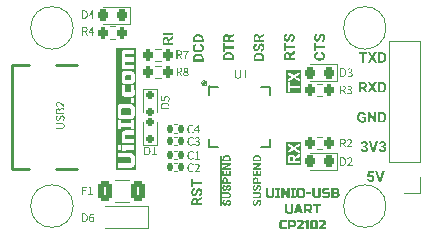
<source format=gto>
%TF.GenerationSoftware,KiCad,Pcbnew,8.0.6*%
%TF.CreationDate,2024-11-25T12:43:08+08:00*%
%TF.ProjectId,UINIO-USB-UART-CP2102,55494e49-4f2d-4555-9342-2d554152542d,Version 5.0.0*%
%TF.SameCoordinates,PX8203930PY518daf8*%
%TF.FileFunction,Legend,Top*%
%TF.FilePolarity,Positive*%
%FSLAX46Y46*%
G04 Gerber Fmt 4.6, Leading zero omitted, Abs format (unit mm)*
G04 Created by KiCad (PCBNEW 8.0.6) date 2024-11-25 12:43:08*
%MOMM*%
%LPD*%
G01*
G04 APERTURE LIST*
G04 Aperture macros list*
%AMRoundRect*
0 Rectangle with rounded corners*
0 $1 Rounding radius*
0 $2 $3 $4 $5 $6 $7 $8 $9 X,Y pos of 4 corners*
0 Add a 4 corners polygon primitive as box body*
4,1,4,$2,$3,$4,$5,$6,$7,$8,$9,$2,$3,0*
0 Add four circle primitives for the rounded corners*
1,1,$1+$1,$2,$3*
1,1,$1+$1,$4,$5*
1,1,$1+$1,$6,$7*
1,1,$1+$1,$8,$9*
0 Add four rect primitives between the rounded corners*
20,1,$1+$1,$2,$3,$4,$5,0*
20,1,$1+$1,$4,$5,$6,$7,0*
20,1,$1+$1,$6,$7,$8,$9,0*
20,1,$1+$1,$8,$9,$2,$3,0*%
G04 Aperture macros list end*
%ADD10C,0.160000*%
%ADD11C,0.100000*%
%ADD12C,0.140000*%
%ADD13C,0.300000*%
%ADD14C,0.150000*%
%ADD15C,0.120000*%
%ADD16C,0.254000*%
%ADD17C,0.152000*%
%ADD18RoundRect,0.250000X0.375000X0.625000X-0.375000X0.625000X-0.375000X-0.625000X0.375000X-0.625000X0*%
%ADD19R,1.200000X1.200000*%
%ADD20RoundRect,0.140000X0.140000X0.170000X-0.140000X0.170000X-0.140000X-0.170000X0.140000X-0.170000X0*%
%ADD21RoundRect,0.150000X0.200000X-0.150000X0.200000X0.150000X-0.200000X0.150000X-0.200000X-0.150000X0*%
%ADD22RoundRect,0.150000X-0.200000X0.150000X-0.200000X-0.150000X0.200000X-0.150000X0.200000X0.150000X0*%
%ADD23C,2.200000*%
%ADD24RoundRect,0.200000X0.200000X0.275000X-0.200000X0.275000X-0.200000X-0.275000X0.200000X-0.275000X0*%
%ADD25RoundRect,0.218750X0.218750X0.256250X-0.218750X0.256250X-0.218750X-0.256250X0.218750X-0.256250X0*%
%ADD26R,1.150000X0.300000*%
%ADD27R,1.150000X0.600000*%
%ADD28O,1.900000X1.000000*%
%ADD29O,2.100000X1.000000*%
%ADD30C,0.650000*%
%ADD31R,3.350000X3.350000*%
%ADD32R,0.280000X0.905000*%
%ADD33R,0.905000X0.280000*%
%ADD34O,1.700000X1.700000*%
%ADD35R,1.700000X1.700000*%
%ADD36RoundRect,0.200000X-0.200000X-0.275000X0.200000X-0.275000X0.200000X0.275000X-0.200000X0.275000X0*%
G04 APERTURE END LIST*
D10*
G36*
X19610320Y-13536514D02*
G01*
X19658177Y-13548995D01*
X19698715Y-13578213D01*
X19716133Y-13601660D01*
X19733823Y-13649139D01*
X19738527Y-13698381D01*
X19738527Y-13864710D01*
X19436399Y-13864710D01*
X19436399Y-13699113D01*
X19437833Y-13669401D01*
X19449304Y-13619094D01*
X19477187Y-13575771D01*
X19493556Y-13562075D01*
X19540099Y-13541138D01*
X19589295Y-13535471D01*
X19610320Y-13536514D01*
G37*
G36*
X20381111Y-14181718D02*
G01*
X19158470Y-14181718D01*
X19158470Y-13699113D01*
X19269581Y-13699113D01*
X19269581Y-14070607D01*
X20270000Y-14070607D01*
X20270000Y-13864710D01*
X19905345Y-13864710D01*
X19905345Y-13700334D01*
X20270000Y-13513000D01*
X20270000Y-13291716D01*
X20260474Y-13291716D01*
X19853077Y-13508115D01*
X19845228Y-13491620D01*
X19818719Y-13446978D01*
X19784053Y-13405896D01*
X19743900Y-13373782D01*
X19721624Y-13361046D01*
X19672098Y-13342050D01*
X19621855Y-13332337D01*
X19572686Y-13329574D01*
X19529099Y-13331923D01*
X19481014Y-13340945D01*
X19430731Y-13360022D01*
X19386713Y-13388309D01*
X19348960Y-13425806D01*
X19334774Y-13444518D01*
X19307100Y-13493740D01*
X19289426Y-13542126D01*
X19277333Y-13596231D01*
X19271519Y-13645686D01*
X19269581Y-13699113D01*
X19158470Y-13699113D01*
X19158470Y-12395345D01*
X19269581Y-12395345D01*
X19269581Y-12632260D01*
X19614452Y-12819839D01*
X19269581Y-13007418D01*
X19269581Y-13244333D01*
X19765638Y-12953196D01*
X20270000Y-13251905D01*
X20270000Y-13012302D01*
X19919511Y-12819839D01*
X20270000Y-12627620D01*
X20270000Y-12387773D01*
X19765638Y-12686482D01*
X19269581Y-12395345D01*
X19158470Y-12395345D01*
X19158470Y-12276662D01*
X20381111Y-12276662D01*
X20381111Y-14181718D01*
G37*
G36*
X20381111Y-8143511D02*
G01*
X19158470Y-8143511D01*
X19158470Y-8032400D01*
X19269581Y-8032400D01*
X19436399Y-8032400D01*
X19436399Y-7730272D01*
X20270000Y-7730272D01*
X20270000Y-7524131D01*
X19436399Y-7524131D01*
X19436399Y-7217850D01*
X19269581Y-7217850D01*
X19269581Y-8032400D01*
X19158470Y-8032400D01*
X19158470Y-6322700D01*
X19269581Y-6322700D01*
X19269581Y-6559616D01*
X19614452Y-6747194D01*
X19269581Y-6934773D01*
X19269581Y-7171688D01*
X19765638Y-6880551D01*
X20270000Y-7179260D01*
X20270000Y-6939658D01*
X19919511Y-6747194D01*
X20270000Y-6554975D01*
X20270000Y-6315129D01*
X19765638Y-6613838D01*
X19269581Y-6322700D01*
X19158470Y-6322700D01*
X19158470Y-6204018D01*
X20381111Y-6204018D01*
X20381111Y-8143511D01*
G37*
D11*
X12243401Y-7300000D02*
G75*
G02*
X12153959Y-7300000I-44721J0D01*
G01*
X12153959Y-7300000D02*
G75*
G02*
X12243401Y-7300000I44721J0D01*
G01*
X12330209Y-7300000D02*
G75*
G02*
X12067151Y-7300000I-131529J0D01*
G01*
X12067151Y-7300000D02*
G75*
G02*
X12330209Y-7300000I131529J0D01*
G01*
X12425396Y-7300000D02*
G75*
G02*
X11971964Y-7300000I-226716J0D01*
G01*
X11971964Y-7300000D02*
G75*
G02*
X12425396Y-7300000I226716J0D01*
G01*
D12*
G36*
X14258062Y-17284455D02*
G01*
X14223801Y-17290804D01*
X14196531Y-17311571D01*
X14195145Y-17313349D01*
X14176830Y-17344333D01*
X14162204Y-17378574D01*
X14150167Y-17412482D01*
X14148641Y-17417128D01*
X14136470Y-17452700D01*
X14122905Y-17488045D01*
X14107992Y-17521511D01*
X14100598Y-17535952D01*
X14079255Y-17570282D01*
X14055725Y-17598794D01*
X14030008Y-17621486D01*
X13996260Y-17641037D01*
X13959363Y-17652209D01*
X13926209Y-17655118D01*
X13891828Y-17651996D01*
X13856786Y-17641349D01*
X13824653Y-17623147D01*
X13798667Y-17600443D01*
X13776487Y-17572297D01*
X13759781Y-17542311D01*
X13754897Y-17531336D01*
X13742748Y-17496513D01*
X13734575Y-17459364D01*
X13730648Y-17424390D01*
X13729764Y-17396953D01*
X13731474Y-17360451D01*
X13736603Y-17326001D01*
X13746461Y-17289696D01*
X13757120Y-17263255D01*
X13774196Y-17232338D01*
X13797357Y-17202839D01*
X13824926Y-17178449D01*
X13834056Y-17172128D01*
X13866470Y-17154998D01*
X13901522Y-17144212D01*
X13939213Y-17139770D01*
X13947067Y-17139644D01*
X13947067Y-17283942D01*
X13911199Y-17288937D01*
X13880588Y-17305486D01*
X13871669Y-17314204D01*
X13853203Y-17345395D01*
X13845606Y-17379632D01*
X13844656Y-17399347D01*
X13847830Y-17435675D01*
X13859555Y-17469733D01*
X13867224Y-17481584D01*
X13893383Y-17503639D01*
X13926722Y-17510990D01*
X13960146Y-17501292D01*
X13984510Y-17476625D01*
X14001516Y-17446179D01*
X14015026Y-17413865D01*
X14026672Y-17379387D01*
X14027936Y-17375240D01*
X14040017Y-17338404D01*
X14052967Y-17304832D01*
X14069653Y-17268854D01*
X14087588Y-17237577D01*
X14110094Y-17207027D01*
X14120260Y-17195893D01*
X14149389Y-17171284D01*
X14181894Y-17153706D01*
X14217777Y-17143159D01*
X14251944Y-17139699D01*
X14257036Y-17139644D01*
X14295089Y-17142941D01*
X14329362Y-17152832D01*
X14359856Y-17169317D01*
X14386570Y-17192396D01*
X14400138Y-17208545D01*
X14420323Y-17240888D01*
X14435550Y-17277781D01*
X14444657Y-17313023D01*
X14450120Y-17351608D01*
X14451891Y-17386314D01*
X14451942Y-17393534D01*
X14450526Y-17428219D01*
X14445443Y-17466155D01*
X14436662Y-17502275D01*
X14424183Y-17536579D01*
X14422364Y-17540739D01*
X14406122Y-17571941D01*
X14384579Y-17602343D01*
X14359575Y-17627768D01*
X14340982Y-17641953D01*
X14310558Y-17658813D01*
X14277564Y-17670155D01*
X14242000Y-17675980D01*
X14221132Y-17676831D01*
X14221132Y-17532020D01*
X14260816Y-17527151D01*
X14292290Y-17512545D01*
X14318633Y-17483198D01*
X14332317Y-17447495D01*
X14337448Y-17410304D01*
X14337905Y-17393534D01*
X14334947Y-17358135D01*
X14324022Y-17324920D01*
X14316875Y-17313349D01*
X14289803Y-17290804D01*
X14258062Y-17284455D01*
G37*
G36*
X13740706Y-16515090D02*
G01*
X14202838Y-16515090D01*
X14237623Y-16516848D01*
X14276267Y-16523595D01*
X14311534Y-16535404D01*
X14343422Y-16552274D01*
X14371933Y-16574205D01*
X14384921Y-16587069D01*
X14407698Y-16615848D01*
X14425762Y-16648329D01*
X14439113Y-16684513D01*
X14447753Y-16724400D01*
X14451353Y-16760468D01*
X14451942Y-16783342D01*
X14450355Y-16820468D01*
X14445597Y-16855123D01*
X14435699Y-16893447D01*
X14421234Y-16928212D01*
X14402200Y-16959420D01*
X14386973Y-16978248D01*
X14360839Y-17002763D01*
X14331290Y-17022326D01*
X14298328Y-17036936D01*
X14261951Y-17046593D01*
X14222161Y-17051298D01*
X14208138Y-17051765D01*
X13740706Y-17051765D01*
X13740706Y-16907466D01*
X14203864Y-16907466D01*
X14239755Y-16904870D01*
X14275578Y-16894644D01*
X14304565Y-16874640D01*
X14324934Y-16843654D01*
X14334519Y-16807638D01*
X14336024Y-16783342D01*
X14332893Y-16748277D01*
X14320872Y-16713912D01*
X14295452Y-16684455D01*
X14263896Y-16668322D01*
X14223324Y-16660604D01*
X14207796Y-16659902D01*
X13740706Y-16659902D01*
X13740706Y-16515090D01*
G37*
G36*
X14258062Y-16037058D02*
G01*
X14223801Y-16043407D01*
X14196531Y-16064174D01*
X14195145Y-16065952D01*
X14176830Y-16096936D01*
X14162204Y-16131177D01*
X14150167Y-16165085D01*
X14148641Y-16169731D01*
X14136470Y-16205303D01*
X14122905Y-16240647D01*
X14107992Y-16274114D01*
X14100598Y-16288555D01*
X14079255Y-16322885D01*
X14055725Y-16351396D01*
X14030008Y-16374089D01*
X13996260Y-16393640D01*
X13959363Y-16404812D01*
X13926209Y-16407721D01*
X13891828Y-16404599D01*
X13856786Y-16393952D01*
X13824653Y-16375750D01*
X13798667Y-16353046D01*
X13776487Y-16324899D01*
X13759781Y-16294914D01*
X13754897Y-16283939D01*
X13742748Y-16249116D01*
X13734575Y-16211967D01*
X13730648Y-16176993D01*
X13729764Y-16149556D01*
X13731474Y-16113054D01*
X13736603Y-16078604D01*
X13746461Y-16042299D01*
X13757120Y-16015858D01*
X13774196Y-15984940D01*
X13797357Y-15955441D01*
X13824926Y-15931052D01*
X13834056Y-15924731D01*
X13866470Y-15907600D01*
X13901522Y-15896815D01*
X13939213Y-15892373D01*
X13947067Y-15892247D01*
X13947067Y-16036545D01*
X13911199Y-16041540D01*
X13880588Y-16058089D01*
X13871669Y-16066807D01*
X13853203Y-16097998D01*
X13845606Y-16132235D01*
X13844656Y-16151950D01*
X13847830Y-16188278D01*
X13859555Y-16222335D01*
X13867224Y-16234187D01*
X13893383Y-16256242D01*
X13926722Y-16263593D01*
X13960146Y-16253895D01*
X13984510Y-16229228D01*
X14001516Y-16198782D01*
X14015026Y-16166468D01*
X14026672Y-16131990D01*
X14027936Y-16127843D01*
X14040017Y-16091007D01*
X14052967Y-16057435D01*
X14069653Y-16021457D01*
X14087588Y-15990180D01*
X14110094Y-15959630D01*
X14120260Y-15948496D01*
X14149389Y-15923887D01*
X14181894Y-15906309D01*
X14217777Y-15895762D01*
X14251944Y-15892301D01*
X14257036Y-15892247D01*
X14295089Y-15895544D01*
X14329362Y-15905435D01*
X14359856Y-15921920D01*
X14386570Y-15944999D01*
X14400138Y-15961147D01*
X14420323Y-15993491D01*
X14435550Y-16030384D01*
X14444657Y-16065626D01*
X14450120Y-16104211D01*
X14451891Y-16138917D01*
X14451942Y-16146137D01*
X14450526Y-16180822D01*
X14445443Y-16218758D01*
X14436662Y-16254878D01*
X14424183Y-16289182D01*
X14422364Y-16293342D01*
X14406122Y-16324544D01*
X14384579Y-16354946D01*
X14359575Y-16380371D01*
X14340982Y-16394556D01*
X14310558Y-16411416D01*
X14277564Y-16422758D01*
X14242000Y-16428583D01*
X14221132Y-16429434D01*
X14221132Y-16284623D01*
X14260816Y-16279754D01*
X14292290Y-16265148D01*
X14318633Y-16235801D01*
X14332317Y-16200098D01*
X14337448Y-16162907D01*
X14337905Y-16146137D01*
X14334947Y-16110738D01*
X14324022Y-16077523D01*
X14316875Y-16065952D01*
X14289803Y-16043407D01*
X14258062Y-16037058D01*
G37*
G36*
X14010995Y-15263844D02*
G01*
X14045185Y-15271273D01*
X14081200Y-15286200D01*
X14113042Y-15307868D01*
X14137015Y-15331807D01*
X14157293Y-15360127D01*
X14173375Y-15392258D01*
X14185262Y-15428200D01*
X14192954Y-15467952D01*
X14196159Y-15503991D01*
X14196683Y-15526884D01*
X14196683Y-15653401D01*
X14441000Y-15653401D01*
X14441000Y-15797529D01*
X13740706Y-15797529D01*
X13740706Y-15524490D01*
X13740869Y-15521071D01*
X13857479Y-15521071D01*
X13857479Y-15653401D01*
X14079911Y-15653401D01*
X14079911Y-15524490D01*
X14076699Y-15488346D01*
X14064620Y-15453965D01*
X14052727Y-15437295D01*
X14024340Y-15416726D01*
X13990011Y-15407939D01*
X13974764Y-15407205D01*
X13938492Y-15411460D01*
X13905600Y-15425675D01*
X13890647Y-15437466D01*
X13869667Y-15465863D01*
X13859417Y-15498838D01*
X13857479Y-15521071D01*
X13740869Y-15521071D01*
X13742523Y-15486268D01*
X13747973Y-15450417D01*
X13757055Y-15416939D01*
X13769771Y-15385833D01*
X13787972Y-15354282D01*
X13810067Y-15327139D01*
X13836057Y-15304405D01*
X13852179Y-15293681D01*
X13883361Y-15278060D01*
X13916896Y-15267552D01*
X13952784Y-15262156D01*
X13973739Y-15261367D01*
X14010995Y-15263844D01*
G37*
G36*
X14138212Y-14744525D02*
G01*
X14138212Y-15021496D01*
X14325082Y-15021496D01*
X14325082Y-14696311D01*
X14441000Y-14696311D01*
X14441000Y-15165624D01*
X13740706Y-15165624D01*
X13740706Y-14697337D01*
X13857479Y-14697337D01*
X13857479Y-15021496D01*
X14025200Y-15021496D01*
X14025200Y-14744525D01*
X14138212Y-14744525D01*
G37*
G36*
X14441000Y-14045087D02*
G01*
X14441000Y-14189385D01*
X13980235Y-14470289D01*
X14441000Y-14470289D01*
X14441000Y-14614417D01*
X13740706Y-14614417D01*
X13740706Y-14470289D01*
X14202496Y-14188872D01*
X13740706Y-14188872D01*
X13740706Y-14045087D01*
X14441000Y-14045087D01*
G37*
G36*
X14143118Y-13389291D02*
G01*
X14177455Y-13393528D01*
X14215600Y-13402042D01*
X14251684Y-13414402D01*
X14280972Y-13428056D01*
X14312554Y-13447213D01*
X14340881Y-13469528D01*
X14365952Y-13495000D01*
X14387766Y-13523631D01*
X14398770Y-13541409D01*
X14415049Y-13574248D01*
X14427385Y-13608888D01*
X14435778Y-13645326D01*
X14440227Y-13683565D01*
X14441000Y-13706224D01*
X14441000Y-13923014D01*
X13740706Y-13923014D01*
X13740706Y-13707592D01*
X13857479Y-13707592D01*
X13857479Y-13778886D01*
X14325082Y-13778886D01*
X14325082Y-13709131D01*
X14322439Y-13674019D01*
X14312948Y-13638581D01*
X14296553Y-13608143D01*
X14273256Y-13582705D01*
X14269859Y-13579877D01*
X14239191Y-13560216D01*
X14202582Y-13546025D01*
X14165675Y-13538097D01*
X14130421Y-13534634D01*
X14111540Y-13534057D01*
X14074440Y-13534057D01*
X14036190Y-13535614D01*
X14001583Y-13540284D01*
X13965811Y-13549668D01*
X13931000Y-13565582D01*
X13912531Y-13578339D01*
X13888446Y-13603022D01*
X13871242Y-13632793D01*
X13860920Y-13667649D01*
X13857533Y-13702321D01*
X13857479Y-13707592D01*
X13740706Y-13707592D01*
X13742703Y-13668133D01*
X13748691Y-13630539D01*
X13758672Y-13594811D01*
X13772646Y-13560948D01*
X13782423Y-13542435D01*
X13802285Y-13512100D01*
X13825517Y-13484825D01*
X13852120Y-13460610D01*
X13882093Y-13439455D01*
X13900734Y-13428740D01*
X13935251Y-13412818D01*
X13971780Y-13400807D01*
X14010321Y-13392706D01*
X14044959Y-13388876D01*
X14074953Y-13387878D01*
X14107266Y-13387878D01*
X14143118Y-13389291D01*
G37*
X13580000Y-17640000D02*
X13580000Y-13418898D01*
D10*
G36*
X16888281Y-4712235D02*
G01*
X16932428Y-4717683D01*
X16981472Y-4728630D01*
X17027865Y-4744521D01*
X17065521Y-4762076D01*
X17106128Y-4786706D01*
X17142548Y-4815397D01*
X17174782Y-4848147D01*
X17202829Y-4884958D01*
X17216976Y-4907816D01*
X17237907Y-4950038D01*
X17253768Y-4994574D01*
X17264558Y-5041424D01*
X17270279Y-5090588D01*
X17271272Y-5119721D01*
X17271272Y-5398451D01*
X16370895Y-5398451D01*
X16370895Y-5121480D01*
X16521031Y-5121480D01*
X16521031Y-5213144D01*
X17122235Y-5213144D01*
X17122235Y-5123458D01*
X17118837Y-5078315D01*
X17106634Y-5032751D01*
X17085555Y-4993616D01*
X17055601Y-4960911D01*
X17051233Y-4957275D01*
X17011803Y-4931996D01*
X16964735Y-4913751D01*
X16917283Y-4903557D01*
X16871956Y-4899106D01*
X16847681Y-4898364D01*
X16799981Y-4898364D01*
X16750802Y-4900365D01*
X16706307Y-4906370D01*
X16660315Y-4918435D01*
X16615558Y-4938895D01*
X16591812Y-4955297D01*
X16560845Y-4987033D01*
X16538726Y-5025309D01*
X16525455Y-5070124D01*
X16521100Y-5114702D01*
X16521031Y-5121480D01*
X16370895Y-5121480D01*
X16373461Y-5070747D01*
X16381161Y-5022412D01*
X16393994Y-4976475D01*
X16411960Y-4932937D01*
X16424530Y-4909135D01*
X16450067Y-4870133D01*
X16479937Y-4835065D01*
X16514140Y-4803932D01*
X16552678Y-4776732D01*
X16576645Y-4762955D01*
X16621023Y-4742485D01*
X16667989Y-4727042D01*
X16717542Y-4716627D01*
X16762076Y-4711701D01*
X16800640Y-4710419D01*
X16842186Y-4710419D01*
X16888281Y-4712235D01*
G37*
G36*
X17036066Y-4113172D02*
G01*
X16992016Y-4121334D01*
X16956955Y-4148036D01*
X16955172Y-4150321D01*
X16931625Y-4190158D01*
X16912820Y-4234182D01*
X16897343Y-4277778D01*
X16895382Y-4283751D01*
X16879733Y-4329487D01*
X16862293Y-4374930D01*
X16843119Y-4417957D01*
X16833613Y-4436525D01*
X16806172Y-4480664D01*
X16775919Y-4517321D01*
X16742854Y-4546497D01*
X16699464Y-4571634D01*
X16652024Y-4585998D01*
X16609398Y-4589738D01*
X16565194Y-4585724D01*
X16520139Y-4572036D01*
X16478826Y-4548632D01*
X16445415Y-4519442D01*
X16416899Y-4483253D01*
X16395419Y-4444700D01*
X16389140Y-4430590D01*
X16373519Y-4385818D01*
X16363011Y-4338055D01*
X16357962Y-4293088D01*
X16356826Y-4257812D01*
X16359024Y-4210881D01*
X16365619Y-4166588D01*
X16378293Y-4119911D01*
X16391997Y-4085914D01*
X16413952Y-4046163D01*
X16443731Y-4008236D01*
X16479177Y-3976878D01*
X16490916Y-3968751D01*
X16532591Y-3946726D01*
X16577658Y-3932859D01*
X16626117Y-3927149D01*
X16636216Y-3926985D01*
X16636216Y-4112512D01*
X16590100Y-4118934D01*
X16550742Y-4140211D01*
X16539276Y-4151420D01*
X16515534Y-4191523D01*
X16505765Y-4235542D01*
X16504544Y-4260890D01*
X16508625Y-4307598D01*
X16523699Y-4351386D01*
X16533560Y-4366623D01*
X16567193Y-4394979D01*
X16610057Y-4404431D01*
X16653032Y-4391962D01*
X16684356Y-4360248D01*
X16706221Y-4321103D01*
X16723592Y-4279556D01*
X16738565Y-4235227D01*
X16740190Y-4229895D01*
X16755723Y-4182535D01*
X16772373Y-4139371D01*
X16793826Y-4093113D01*
X16816886Y-4052899D01*
X16845821Y-4013621D01*
X16858892Y-3999306D01*
X16896343Y-3967666D01*
X16938136Y-3945066D01*
X16984271Y-3931505D01*
X17028200Y-3927056D01*
X17034747Y-3926985D01*
X17083672Y-3931224D01*
X17127738Y-3943942D01*
X17166944Y-3965137D01*
X17201290Y-3994810D01*
X17218735Y-4015572D01*
X17244687Y-4057157D01*
X17264266Y-4104590D01*
X17275974Y-4149902D01*
X17282998Y-4199511D01*
X17285275Y-4244133D01*
X17285340Y-4253416D01*
X17283520Y-4298011D01*
X17276984Y-4346786D01*
X17265694Y-4393226D01*
X17249651Y-4437331D01*
X17247311Y-4442680D01*
X17226429Y-4482797D01*
X17198731Y-4521885D01*
X17166583Y-4554574D01*
X17142678Y-4572812D01*
X17103560Y-4594489D01*
X17061140Y-4609072D01*
X17015415Y-4616561D01*
X16988585Y-4617655D01*
X16988585Y-4431469D01*
X17039608Y-4425209D01*
X17080074Y-4406430D01*
X17113943Y-4368698D01*
X17131537Y-4322794D01*
X17138134Y-4274977D01*
X17138721Y-4253416D01*
X17134919Y-4207903D01*
X17120872Y-4165198D01*
X17111683Y-4150321D01*
X17076876Y-4121334D01*
X17036066Y-4113172D01*
G37*
G36*
X17271272Y-3303360D02*
G01*
X16943082Y-3471961D01*
X16943082Y-3619899D01*
X17271272Y-3619899D01*
X17271272Y-3805206D01*
X16370895Y-3805206D01*
X16370895Y-3470862D01*
X16521031Y-3470862D01*
X16521031Y-3619899D01*
X16792946Y-3619899D01*
X16792946Y-3470202D01*
X16788712Y-3425885D01*
X16772792Y-3383154D01*
X16757116Y-3362052D01*
X16720631Y-3335755D01*
X16677560Y-3324523D01*
X16658637Y-3323583D01*
X16614361Y-3328684D01*
X16572473Y-3347527D01*
X16557740Y-3359854D01*
X16532646Y-3398845D01*
X16522321Y-3444120D01*
X16521031Y-3470862D01*
X16370895Y-3470862D01*
X16372639Y-3422778D01*
X16377871Y-3378268D01*
X16388755Y-3329574D01*
X16404662Y-3286026D01*
X16429568Y-3241726D01*
X16442336Y-3224885D01*
X16476314Y-3191138D01*
X16515930Y-3165680D01*
X16561185Y-3148510D01*
X16604461Y-3140391D01*
X16643690Y-3138276D01*
X16687942Y-3140763D01*
X16733160Y-3149505D01*
X16777734Y-3166601D01*
X16797782Y-3178064D01*
X16833919Y-3206966D01*
X16865119Y-3243940D01*
X16888977Y-3284118D01*
X16896041Y-3298964D01*
X17262699Y-3104205D01*
X17271272Y-3104205D01*
X17271272Y-3303360D01*
G37*
G36*
X12017000Y-17137700D02*
G01*
X11688810Y-17306301D01*
X11688810Y-17454239D01*
X12017000Y-17454239D01*
X12017000Y-17639546D01*
X11116623Y-17639546D01*
X11116623Y-17305202D01*
X11266759Y-17305202D01*
X11266759Y-17454239D01*
X11538674Y-17454239D01*
X11538674Y-17304542D01*
X11534440Y-17260225D01*
X11518520Y-17217494D01*
X11502844Y-17196392D01*
X11466359Y-17170095D01*
X11423288Y-17158863D01*
X11404365Y-17157923D01*
X11360089Y-17163024D01*
X11318201Y-17181867D01*
X11303468Y-17194193D01*
X11278374Y-17233185D01*
X11268049Y-17278460D01*
X11266759Y-17305202D01*
X11116623Y-17305202D01*
X11118367Y-17257118D01*
X11123599Y-17212608D01*
X11134483Y-17163913D01*
X11150390Y-17120366D01*
X11175296Y-17076066D01*
X11188064Y-17059225D01*
X11222042Y-17025478D01*
X11261658Y-17000020D01*
X11306913Y-16982850D01*
X11350189Y-16974731D01*
X11389418Y-16972616D01*
X11433670Y-16975103D01*
X11478888Y-16983845D01*
X11523462Y-17000941D01*
X11543510Y-17012404D01*
X11579647Y-17041306D01*
X11610847Y-17078280D01*
X11634705Y-17118458D01*
X11641769Y-17133304D01*
X12008427Y-16938545D01*
X12017000Y-16938545D01*
X12017000Y-17137700D01*
G37*
G36*
X11781794Y-16369214D02*
G01*
X11737744Y-16377377D01*
X11702683Y-16404078D01*
X11700900Y-16406364D01*
X11677353Y-16446201D01*
X11658548Y-16490224D01*
X11643071Y-16533821D01*
X11641110Y-16539794D01*
X11625461Y-16585530D01*
X11608021Y-16630972D01*
X11588847Y-16674000D01*
X11579341Y-16692568D01*
X11551900Y-16736706D01*
X11521647Y-16773364D01*
X11488582Y-16802540D01*
X11445192Y-16827677D01*
X11397752Y-16842041D01*
X11355126Y-16845781D01*
X11310922Y-16841767D01*
X11265867Y-16828078D01*
X11224554Y-16804675D01*
X11191143Y-16775485D01*
X11162627Y-16739296D01*
X11141147Y-16700743D01*
X11134868Y-16686632D01*
X11119247Y-16641860D01*
X11108739Y-16594097D01*
X11103690Y-16549131D01*
X11102554Y-16513855D01*
X11104752Y-16466924D01*
X11111347Y-16422630D01*
X11124021Y-16375953D01*
X11137725Y-16341957D01*
X11159680Y-16302206D01*
X11189459Y-16264279D01*
X11224905Y-16232920D01*
X11236644Y-16224794D01*
X11278319Y-16202769D01*
X11323386Y-16188901D01*
X11371845Y-16183191D01*
X11381944Y-16183028D01*
X11381944Y-16368555D01*
X11335828Y-16374976D01*
X11296470Y-16396254D01*
X11285004Y-16407463D01*
X11261262Y-16447566D01*
X11251493Y-16491585D01*
X11250272Y-16516933D01*
X11254353Y-16563641D01*
X11269427Y-16607428D01*
X11279288Y-16622665D01*
X11312921Y-16651022D01*
X11355785Y-16660474D01*
X11398760Y-16648004D01*
X11430084Y-16616290D01*
X11451949Y-16577146D01*
X11469320Y-16535599D01*
X11484293Y-16491269D01*
X11485918Y-16485938D01*
X11501451Y-16438577D01*
X11518101Y-16395413D01*
X11539554Y-16349156D01*
X11562614Y-16308942D01*
X11591549Y-16269664D01*
X11604620Y-16255348D01*
X11642071Y-16223708D01*
X11683864Y-16201108D01*
X11729999Y-16187548D01*
X11773928Y-16183099D01*
X11780475Y-16183028D01*
X11829400Y-16187267D01*
X11873466Y-16199984D01*
X11912672Y-16221179D01*
X11947018Y-16250852D01*
X11964463Y-16271615D01*
X11990415Y-16313200D01*
X12009994Y-16360633D01*
X12021702Y-16405945D01*
X12028726Y-16455553D01*
X12031003Y-16500176D01*
X12031068Y-16509459D01*
X12029248Y-16554053D01*
X12022712Y-16602829D01*
X12011422Y-16649269D01*
X11995379Y-16693374D01*
X11993039Y-16698722D01*
X11972157Y-16738839D01*
X11944459Y-16777928D01*
X11912311Y-16810617D01*
X11888406Y-16828855D01*
X11849288Y-16850532D01*
X11806868Y-16865115D01*
X11761143Y-16872603D01*
X11734313Y-16873698D01*
X11734313Y-16687512D01*
X11785336Y-16681252D01*
X11825802Y-16662473D01*
X11859671Y-16624741D01*
X11877265Y-16578837D01*
X11883862Y-16531020D01*
X11884449Y-16509459D01*
X11880647Y-16463946D01*
X11866600Y-16421240D01*
X11857411Y-16406364D01*
X11822604Y-16377377D01*
X11781794Y-16369214D01*
G37*
G36*
X11266759Y-15383768D02*
G01*
X11266759Y-15659420D01*
X12017000Y-15659420D01*
X12017000Y-15844947D01*
X11266759Y-15844947D01*
X11266759Y-16116863D01*
X11116623Y-16116863D01*
X11116623Y-15383768D01*
X11266759Y-15383768D01*
G37*
G36*
X9567680Y-3533729D02*
G01*
X9239490Y-3702330D01*
X9239490Y-3850268D01*
X9567680Y-3850268D01*
X9567680Y-4035575D01*
X8667303Y-4035575D01*
X8667303Y-3701231D01*
X8817439Y-3701231D01*
X8817439Y-3850268D01*
X9089354Y-3850268D01*
X9089354Y-3700571D01*
X9085120Y-3656254D01*
X9069200Y-3613523D01*
X9053524Y-3592421D01*
X9017039Y-3566124D01*
X8973968Y-3554892D01*
X8955045Y-3553952D01*
X8910769Y-3559053D01*
X8868881Y-3577896D01*
X8854148Y-3590222D01*
X8829054Y-3629214D01*
X8818729Y-3674489D01*
X8817439Y-3701231D01*
X8667303Y-3701231D01*
X8669047Y-3653147D01*
X8674279Y-3608637D01*
X8685163Y-3559942D01*
X8701070Y-3516395D01*
X8725976Y-3472095D01*
X8738744Y-3455254D01*
X8772722Y-3421507D01*
X8812338Y-3396049D01*
X8857593Y-3378879D01*
X8900869Y-3370760D01*
X8940098Y-3368645D01*
X8984350Y-3371132D01*
X9029568Y-3379874D01*
X9074142Y-3396970D01*
X9094190Y-3408433D01*
X9130327Y-3437335D01*
X9161527Y-3474309D01*
X9185385Y-3514487D01*
X9192449Y-3529333D01*
X9559107Y-3334574D01*
X9567680Y-3334574D01*
X9567680Y-3533729D01*
G37*
G36*
X9567680Y-3034741D02*
G01*
X9567680Y-3220268D01*
X8667303Y-3220268D01*
X8667303Y-3034741D01*
X9567680Y-3034741D01*
G37*
D13*
G36*
X5922060Y-9415906D02*
G01*
X5986339Y-9452080D01*
X6004002Y-9521598D01*
X6004002Y-9856357D01*
X6001389Y-9887288D01*
X5966271Y-9946006D01*
X5896975Y-9963726D01*
X5266438Y-9963726D01*
X5241353Y-9962048D01*
X5177074Y-9925874D01*
X5159411Y-9856357D01*
X5159411Y-9521598D01*
X5162023Y-9490666D01*
X5197142Y-9431948D01*
X5266438Y-9414228D01*
X5896975Y-9414228D01*
X5922060Y-9415906D01*
G37*
G36*
X5981918Y-6629242D02*
G01*
X6013919Y-6690334D01*
X6013919Y-6926615D01*
X6007307Y-6962499D01*
X5946214Y-6994661D01*
X5552300Y-6994661D01*
X5516416Y-6988016D01*
X5484254Y-6926615D01*
X5484254Y-6690334D01*
X5490899Y-6654631D01*
X5552300Y-6622630D01*
X5946214Y-6622630D01*
X5981918Y-6629242D01*
G37*
G36*
X6457388Y-14607244D02*
G01*
X4706025Y-14607244D01*
X4706025Y-13565380D01*
X4881413Y-13565380D01*
X5896975Y-13565380D01*
X5922060Y-13567057D01*
X5986339Y-13603232D01*
X6004002Y-13672749D01*
X6004002Y-13968185D01*
X6001389Y-13999117D01*
X5966271Y-14057834D01*
X5896975Y-14075554D01*
X4881413Y-14075554D01*
X4881413Y-14451688D01*
X5896975Y-14451688D01*
X5935532Y-14450838D01*
X6006643Y-14444034D01*
X6079486Y-14427496D01*
X6149391Y-14397256D01*
X6205063Y-14354919D01*
X6227743Y-14328937D01*
X6264032Y-14266234D01*
X6285861Y-14199623D01*
X6298430Y-14122049D01*
X6301832Y-14046831D01*
X6301832Y-13594103D01*
X6300982Y-13555487D01*
X6294177Y-13484297D01*
X6277640Y-13411421D01*
X6247399Y-13341559D01*
X6205063Y-13286015D01*
X6179006Y-13263335D01*
X6116217Y-13227046D01*
X6049602Y-13205217D01*
X5972088Y-13192648D01*
X5896975Y-13189246D01*
X4881413Y-13189246D01*
X4881413Y-13565380D01*
X4706025Y-13565380D01*
X4706025Y-13061702D01*
X5255496Y-13061702D01*
X5543409Y-13061702D01*
X5543409Y-12913984D01*
X6282000Y-12913984D01*
X6282000Y-12547424D01*
X5255496Y-12547424D01*
X5255496Y-13061702D01*
X4706025Y-13061702D01*
X4706025Y-12913984D01*
X4861581Y-12913984D01*
X5159411Y-12913984D01*
X5159411Y-12547424D01*
X4861581Y-12547424D01*
X4861581Y-12913984D01*
X4706025Y-12913984D01*
X4706025Y-11597173D01*
X5196682Y-11597173D01*
X5196682Y-11685736D01*
X5197704Y-11712579D01*
X5208035Y-11783536D01*
X5225747Y-11853628D01*
X5241754Y-11901885D01*
X5271294Y-11969941D01*
X5307471Y-12032805D01*
X5216173Y-12050928D01*
X5216173Y-12376113D01*
X6282000Y-12376113D01*
X6282000Y-12009553D01*
X5540674Y-12009553D01*
X5536243Y-11994287D01*
X5519843Y-11927542D01*
X5508409Y-11857123D01*
X5504086Y-11784214D01*
X5504086Y-11715143D01*
X5520499Y-11673768D01*
X5561874Y-11657355D01*
X6282000Y-11657355D01*
X6282000Y-11290795D01*
X5503060Y-11290795D01*
X5477575Y-11291534D01*
X5406890Y-11302624D01*
X5338502Y-11330554D01*
X5280799Y-11374912D01*
X5265767Y-11391101D01*
X5226337Y-11452009D01*
X5203336Y-11523603D01*
X5196682Y-11597173D01*
X4706025Y-11597173D01*
X4706025Y-11181716D01*
X4881413Y-11181716D01*
X5178901Y-11181716D01*
X5178901Y-11004591D01*
X5984512Y-11004591D01*
X5984512Y-11181716D01*
X6282000Y-11181716D01*
X6282000Y-10450990D01*
X5984512Y-10450990D01*
X5984512Y-10628115D01*
X5178901Y-10628115D01*
X5178901Y-10450990D01*
X4881413Y-10450990D01*
X4881413Y-11181716D01*
X4706025Y-11181716D01*
X4706025Y-9442951D01*
X4861581Y-9442951D01*
X4861581Y-9521598D01*
X4861581Y-9935345D01*
X4862434Y-9973902D01*
X4869262Y-10045012D01*
X4885859Y-10117855D01*
X4916206Y-10187761D01*
X4958692Y-10243433D01*
X4984669Y-10266113D01*
X5047329Y-10302401D01*
X5113868Y-10324231D01*
X5191337Y-10336800D01*
X5266438Y-10340202D01*
X5896975Y-10340202D01*
X5935532Y-10339351D01*
X6006643Y-10332547D01*
X6079486Y-10316010D01*
X6149391Y-10285769D01*
X6205063Y-10243433D01*
X6227743Y-10217376D01*
X6264032Y-10154587D01*
X6285861Y-10087971D01*
X6298430Y-10010458D01*
X6301832Y-9935345D01*
X6301832Y-9442951D01*
X6300982Y-9404336D01*
X6294177Y-9333146D01*
X6277640Y-9260270D01*
X6247399Y-9190407D01*
X6205063Y-9134863D01*
X6179006Y-9112183D01*
X6116217Y-9075895D01*
X6049602Y-9054065D01*
X5972088Y-9041496D01*
X5896975Y-9038094D01*
X5266438Y-9038094D01*
X5227883Y-9038945D01*
X5156797Y-9045749D01*
X5084013Y-9062287D01*
X5014214Y-9092527D01*
X4958692Y-9134863D01*
X4935931Y-9160846D01*
X4899515Y-9223549D01*
X4877608Y-9290160D01*
X4864995Y-9367734D01*
X4861581Y-9442951D01*
X4706025Y-9442951D01*
X4706025Y-8929016D01*
X5964679Y-8929016D01*
X6282000Y-8929016D01*
X6282000Y-8552540D01*
X5964679Y-8552540D01*
X5964679Y-8929016D01*
X4706025Y-8929016D01*
X4706025Y-8112805D01*
X5216173Y-8112805D01*
X5218301Y-8158770D01*
X5232862Y-8233512D01*
X5261217Y-8297977D01*
X5303367Y-8352163D01*
X5338233Y-8381679D01*
X5399142Y-8414503D01*
X5470384Y-8433587D01*
X5542383Y-8439016D01*
X5995454Y-8439016D01*
X6020881Y-8438276D01*
X6091464Y-8427187D01*
X6159865Y-8399257D01*
X6217715Y-8354898D01*
X6232747Y-8338651D01*
X6272177Y-8277637D01*
X6295178Y-8206070D01*
X6301832Y-8132637D01*
X6301673Y-8096957D01*
X6300401Y-8023343D01*
X6297858Y-7946727D01*
X6294044Y-7867109D01*
X6288957Y-7784488D01*
X6282599Y-7698864D01*
X6274970Y-7610237D01*
X6268413Y-7541797D01*
X6261141Y-7471667D01*
X5983486Y-7471667D01*
X5990619Y-7560182D01*
X5996800Y-7642787D01*
X6002031Y-7719483D01*
X6006310Y-7790270D01*
X6010323Y-7870444D01*
X6012849Y-7941385D01*
X6013919Y-8014326D01*
X5997505Y-8056043D01*
X5955789Y-8072456D01*
X5571790Y-8072456D01*
X5536087Y-8065811D01*
X5504086Y-8004410D01*
X5504086Y-7471667D01*
X5216173Y-7471667D01*
X5216173Y-8112805D01*
X4706025Y-8112805D01*
X4706025Y-6581939D01*
X5196682Y-6581939D01*
X5196682Y-6690334D01*
X5196682Y-7035010D01*
X5198802Y-7080975D01*
X5213306Y-7155717D01*
X5241550Y-7220182D01*
X5283535Y-7274368D01*
X5318401Y-7303884D01*
X5379310Y-7336709D01*
X5450551Y-7355792D01*
X5522551Y-7361221D01*
X5975621Y-7361221D01*
X6021586Y-7359100D01*
X6096329Y-7344597D01*
X6160793Y-7316352D01*
X6214979Y-7274368D01*
X6244496Y-7239386D01*
X6277320Y-7178348D01*
X6296404Y-7107031D01*
X6301832Y-7035010D01*
X6301832Y-6581939D01*
X6299712Y-6535983D01*
X6285208Y-6461297D01*
X6256964Y-6396944D01*
X6214979Y-6342923D01*
X6179997Y-6313407D01*
X6118959Y-6280583D01*
X6047642Y-6261499D01*
X5975621Y-6256071D01*
X5522551Y-6256071D01*
X5476594Y-6258191D01*
X5401909Y-6272695D01*
X5337556Y-6300939D01*
X5283535Y-6342923D01*
X5254018Y-6377789D01*
X5221194Y-6438698D01*
X5202110Y-6509940D01*
X5196682Y-6581939D01*
X4706025Y-6581939D01*
X4706025Y-4747431D01*
X5196682Y-4747431D01*
X5196682Y-4767264D01*
X5198981Y-4816392D01*
X5209199Y-4887534D01*
X5225747Y-4958408D01*
X5246370Y-5022816D01*
X5275227Y-5088419D01*
X5310548Y-5148527D01*
X5260732Y-5195629D01*
X5221701Y-5260677D01*
X5202131Y-5329214D01*
X5196682Y-5397459D01*
X5196682Y-5417292D01*
X5197704Y-5444136D01*
X5208035Y-5515092D01*
X5225747Y-5585184D01*
X5241754Y-5633441D01*
X5271294Y-5701497D01*
X5307471Y-5764361D01*
X5216173Y-5782484D01*
X5216173Y-6107669D01*
X6282000Y-6107669D01*
X6282000Y-5741109D01*
X5540674Y-5741109D01*
X5538423Y-5733135D01*
X5521379Y-5664974D01*
X5509231Y-5596853D01*
X5504086Y-5525687D01*
X5504086Y-5515771D01*
X5520499Y-5474054D01*
X5561874Y-5457641D01*
X6282000Y-5457641D01*
X6282000Y-5091081D01*
X5540674Y-5091081D01*
X5538423Y-5083107D01*
X5521379Y-5014946D01*
X5509231Y-4946825D01*
X5504086Y-4875659D01*
X5504086Y-4865743D01*
X5520499Y-4824368D01*
X5561874Y-4807613D01*
X6282000Y-4807613D01*
X6282000Y-4441053D01*
X5503060Y-4441053D01*
X5477575Y-4441793D01*
X5406890Y-4452882D01*
X5338502Y-4480812D01*
X5280799Y-4525170D01*
X5265767Y-4541417D01*
X5226337Y-4602432D01*
X5203336Y-4673999D01*
X5196682Y-4747431D01*
X4706025Y-4747431D01*
X4706025Y-4285497D01*
X6457388Y-4285497D01*
X6457388Y-14607244D01*
G37*
D10*
G36*
X22108926Y-4640174D02*
G01*
X22152824Y-4645517D01*
X22201520Y-4657511D01*
X22245874Y-4675594D01*
X22285884Y-4699768D01*
X22321552Y-4730030D01*
X22337757Y-4747446D01*
X22366069Y-4785879D01*
X22388524Y-4828641D01*
X22405122Y-4875730D01*
X22415861Y-4927147D01*
X22420336Y-4973300D01*
X22421068Y-5002435D01*
X22418213Y-5054699D01*
X22409648Y-5103367D01*
X22395372Y-5148439D01*
X22375387Y-5189916D01*
X22349691Y-5227797D01*
X22318286Y-5262083D01*
X22304124Y-5274790D01*
X22265449Y-5303351D01*
X22222512Y-5327070D01*
X22175315Y-5345949D01*
X22123856Y-5359987D01*
X22079621Y-5367732D01*
X22032659Y-5372379D01*
X21982969Y-5373928D01*
X21927575Y-5373928D01*
X21879790Y-5372321D01*
X21834200Y-5367499D01*
X21790805Y-5359462D01*
X21742951Y-5346022D01*
X21698085Y-5328206D01*
X21656835Y-5306320D01*
X21620024Y-5280668D01*
X21583390Y-5246740D01*
X21552554Y-5207894D01*
X21545750Y-5197414D01*
X21522477Y-5153176D01*
X21507568Y-5111672D01*
X21497749Y-5067560D01*
X21493022Y-5020839D01*
X21492554Y-5000017D01*
X21494594Y-4952795D01*
X21500712Y-4908535D01*
X21513437Y-4859333D01*
X21532036Y-4814397D01*
X21556508Y-4773728D01*
X21576085Y-4748984D01*
X21609774Y-4716112D01*
X21648193Y-4688881D01*
X21691341Y-4667292D01*
X21739218Y-4651344D01*
X21782729Y-4642363D01*
X21810412Y-4638855D01*
X21810412Y-4824382D01*
X21765132Y-4830980D01*
X21720132Y-4846553D01*
X21684016Y-4872962D01*
X21660039Y-4910304D01*
X21647781Y-4955396D01*
X21644669Y-5000017D01*
X21649955Y-5048404D01*
X21665813Y-5089453D01*
X21695831Y-5126457D01*
X21711494Y-5138723D01*
X21754925Y-5161035D01*
X21803340Y-5174942D01*
X21853277Y-5182535D01*
X21901705Y-5185644D01*
X21919002Y-5185984D01*
X21987366Y-5185984D01*
X22039581Y-5184430D01*
X22086264Y-5179770D01*
X22133733Y-5170407D01*
X22178761Y-5154529D01*
X22201909Y-5141800D01*
X22237612Y-5109205D01*
X22260092Y-5066650D01*
X22269018Y-5019833D01*
X22269613Y-5002435D01*
X22266518Y-4957549D01*
X22254329Y-4912086D01*
X22230485Y-4874281D01*
X22194947Y-4847532D01*
X22151779Y-4831919D01*
X22108926Y-4825481D01*
X22108926Y-4640174D01*
G37*
G36*
X21656759Y-3862896D02*
G01*
X21656759Y-4138548D01*
X22407000Y-4138548D01*
X22407000Y-4324075D01*
X21656759Y-4324075D01*
X21656759Y-4595991D01*
X21506623Y-4595991D01*
X21506623Y-3862896D01*
X21656759Y-3862896D01*
G37*
G36*
X22171794Y-3304337D02*
G01*
X22127744Y-3312499D01*
X22092683Y-3339200D01*
X22090900Y-3341486D01*
X22067353Y-3381323D01*
X22048548Y-3425347D01*
X22033071Y-3468943D01*
X22031110Y-3474916D01*
X22015461Y-3520652D01*
X21998021Y-3566094D01*
X21978847Y-3609122D01*
X21969341Y-3627690D01*
X21941900Y-3671828D01*
X21911647Y-3708486D01*
X21878582Y-3737662D01*
X21835192Y-3762799D01*
X21787752Y-3777163D01*
X21745126Y-3780903D01*
X21700922Y-3776889D01*
X21655867Y-3763200D01*
X21614554Y-3739797D01*
X21581143Y-3710607D01*
X21552627Y-3674418D01*
X21531147Y-3635865D01*
X21524868Y-3621755D01*
X21509247Y-3576982D01*
X21498739Y-3529220D01*
X21493690Y-3484253D01*
X21492554Y-3448977D01*
X21494752Y-3402046D01*
X21501347Y-3357753D01*
X21514021Y-3311075D01*
X21527725Y-3277079D01*
X21549680Y-3237328D01*
X21579459Y-3199401D01*
X21614905Y-3168042D01*
X21626644Y-3159916D01*
X21668319Y-3137891D01*
X21713386Y-3124024D01*
X21761845Y-3118313D01*
X21771944Y-3118150D01*
X21771944Y-3303677D01*
X21725828Y-3310099D01*
X21686470Y-3331376D01*
X21675004Y-3342585D01*
X21651262Y-3382688D01*
X21641493Y-3426707D01*
X21640272Y-3452055D01*
X21644353Y-3498763D01*
X21659427Y-3542550D01*
X21669288Y-3557787D01*
X21702921Y-3586144D01*
X21745785Y-3595596D01*
X21788760Y-3583126D01*
X21820084Y-3551413D01*
X21841949Y-3512268D01*
X21859320Y-3470721D01*
X21874293Y-3426392D01*
X21875918Y-3421060D01*
X21891451Y-3373699D01*
X21908101Y-3330535D01*
X21929554Y-3284278D01*
X21952614Y-3244064D01*
X21981549Y-3204786D01*
X21994620Y-3190471D01*
X22032071Y-3158830D01*
X22073864Y-3136230D01*
X22119999Y-3122670D01*
X22163928Y-3118221D01*
X22170475Y-3118150D01*
X22219400Y-3122389D01*
X22263466Y-3135106D01*
X22302672Y-3156302D01*
X22337018Y-3185975D01*
X22354463Y-3206737D01*
X22380415Y-3248322D01*
X22399994Y-3295755D01*
X22411702Y-3341067D01*
X22418726Y-3390676D01*
X22421003Y-3435298D01*
X22421068Y-3444581D01*
X22419248Y-3489176D01*
X22412712Y-3537951D01*
X22401422Y-3584391D01*
X22385379Y-3628496D01*
X22383039Y-3633845D01*
X22362157Y-3673962D01*
X22334459Y-3713050D01*
X22302311Y-3745739D01*
X22278406Y-3763977D01*
X22239288Y-3785654D01*
X22196868Y-3800237D01*
X22151143Y-3807725D01*
X22124313Y-3808820D01*
X22124313Y-3622634D01*
X22175336Y-3616374D01*
X22215802Y-3597595D01*
X22249671Y-3559863D01*
X22267265Y-3513959D01*
X22273862Y-3466142D01*
X22274449Y-3444581D01*
X22270647Y-3399068D01*
X22256600Y-3356362D01*
X22247411Y-3341486D01*
X22212604Y-3312499D01*
X22171794Y-3304337D01*
G37*
G36*
X26017934Y-4806759D02*
G01*
X25742281Y-4806759D01*
X25742281Y-5557000D01*
X25556755Y-5557000D01*
X25556755Y-4806759D01*
X25284839Y-4806759D01*
X25284839Y-4656623D01*
X26017934Y-4656623D01*
X26017934Y-4806759D01*
G37*
G36*
X26441524Y-4967006D02*
G01*
X26610345Y-4656623D01*
X26823569Y-4656623D01*
X26561545Y-5103074D01*
X26830383Y-5557000D01*
X26614521Y-5557000D01*
X26441524Y-5241560D01*
X26268307Y-5557000D01*
X26052665Y-5557000D01*
X26321503Y-5103074D01*
X26059480Y-4656623D01*
X26272704Y-4656623D01*
X26441524Y-4967006D01*
G37*
G36*
X27247334Y-4659189D02*
G01*
X27295669Y-4666889D01*
X27341605Y-4679722D01*
X27385144Y-4697688D01*
X27408946Y-4710258D01*
X27447947Y-4735795D01*
X27483015Y-4765665D01*
X27514149Y-4799868D01*
X27541349Y-4838406D01*
X27555125Y-4862373D01*
X27575596Y-4906751D01*
X27591039Y-4953717D01*
X27601454Y-5003270D01*
X27606379Y-5047804D01*
X27607662Y-5086368D01*
X27607662Y-5127914D01*
X27605846Y-5174009D01*
X27600397Y-5218156D01*
X27589451Y-5267200D01*
X27573560Y-5313593D01*
X27556004Y-5351249D01*
X27531374Y-5391856D01*
X27502684Y-5428276D01*
X27469933Y-5460510D01*
X27433122Y-5488557D01*
X27410265Y-5502704D01*
X27368043Y-5523635D01*
X27323507Y-5539496D01*
X27276657Y-5550286D01*
X27227492Y-5556007D01*
X27198360Y-5557000D01*
X26919630Y-5557000D01*
X26919630Y-5407963D01*
X27104937Y-5407963D01*
X27194623Y-5407963D01*
X27239766Y-5404565D01*
X27285330Y-5392362D01*
X27324465Y-5371283D01*
X27357169Y-5341329D01*
X27360806Y-5336961D01*
X27386085Y-5297531D01*
X27404330Y-5250463D01*
X27414524Y-5203011D01*
X27418975Y-5157684D01*
X27419717Y-5133409D01*
X27419717Y-5085709D01*
X27417715Y-5036530D01*
X27411711Y-4992035D01*
X27399646Y-4946043D01*
X27379185Y-4901286D01*
X27362784Y-4877540D01*
X27331048Y-4846573D01*
X27292772Y-4824454D01*
X27247956Y-4811183D01*
X27203378Y-4806828D01*
X27196601Y-4806759D01*
X27104937Y-4806759D01*
X27104937Y-5407963D01*
X26919630Y-5407963D01*
X26919630Y-4656623D01*
X27196601Y-4656623D01*
X27247334Y-4659189D01*
G37*
G36*
X25631273Y-12582401D02*
G01*
X25726454Y-12582401D01*
X25772585Y-12577702D01*
X25813825Y-12560343D01*
X25827351Y-12548988D01*
X25851916Y-12509916D01*
X25860072Y-12463403D01*
X25860104Y-12459962D01*
X25852956Y-12414895D01*
X25827571Y-12376431D01*
X25789103Y-12354009D01*
X25745345Y-12346652D01*
X25738325Y-12346535D01*
X25693773Y-12352814D01*
X25654343Y-12373354D01*
X25652156Y-12375112D01*
X25625227Y-12410080D01*
X25617644Y-12448971D01*
X25439152Y-12448971D01*
X25443645Y-12402049D01*
X25457126Y-12358607D01*
X25477180Y-12322136D01*
X25506883Y-12286357D01*
X25543704Y-12256396D01*
X25583353Y-12234208D01*
X25627432Y-12217516D01*
X25674217Y-12207006D01*
X25718635Y-12202832D01*
X25733928Y-12202554D01*
X25785330Y-12204942D01*
X25832373Y-12212106D01*
X25875057Y-12224046D01*
X25919347Y-12244012D01*
X25957704Y-12270478D01*
X25989309Y-12302550D01*
X26013152Y-12339523D01*
X26029232Y-12381398D01*
X26037549Y-12428174D01*
X26038817Y-12457104D01*
X26033500Y-12501741D01*
X26017549Y-12543658D01*
X26001008Y-12570091D01*
X25969478Y-12605331D01*
X25931270Y-12633893D01*
X25902089Y-12649226D01*
X25945847Y-12669220D01*
X25982048Y-12694580D01*
X26013143Y-12728676D01*
X26015516Y-12732097D01*
X26036791Y-12772393D01*
X26049236Y-12817417D01*
X26052885Y-12862450D01*
X26049809Y-12906417D01*
X26038446Y-12953414D01*
X26018710Y-12995783D01*
X25990601Y-13033524D01*
X25965397Y-13057648D01*
X25924493Y-13086256D01*
X25878140Y-13107838D01*
X25834073Y-13120743D01*
X25786002Y-13128487D01*
X25733928Y-13131068D01*
X25685121Y-13128564D01*
X25639760Y-13121052D01*
X25591195Y-13105960D01*
X25547322Y-13084051D01*
X25513450Y-13059847D01*
X25480132Y-13026393D01*
X25454997Y-12988542D01*
X25438045Y-12946295D01*
X25429277Y-12899650D01*
X25427941Y-12871023D01*
X25606653Y-12871023D01*
X25615009Y-12914934D01*
X25642342Y-12952722D01*
X25644682Y-12954773D01*
X25684198Y-12977967D01*
X25728052Y-12986803D01*
X25738325Y-12987087D01*
X25782240Y-12982234D01*
X25823630Y-12964304D01*
X25838122Y-12952575D01*
X25864156Y-12915088D01*
X25874074Y-12871210D01*
X25874392Y-12860691D01*
X25869176Y-12813628D01*
X25849904Y-12771027D01*
X25816432Y-12741680D01*
X25768760Y-12725586D01*
X25726015Y-12722205D01*
X25631273Y-12722205D01*
X25631273Y-12582401D01*
G37*
G36*
X26524176Y-12893664D02*
G01*
X26728168Y-12216623D01*
X26934577Y-12216623D01*
X26621116Y-13117000D01*
X26427676Y-13117000D01*
X26115533Y-12216623D01*
X26321283Y-12216623D01*
X26524176Y-12893664D01*
G37*
G36*
X27177916Y-12582401D02*
G01*
X27273098Y-12582401D01*
X27319229Y-12577702D01*
X27360468Y-12560343D01*
X27373995Y-12548988D01*
X27398559Y-12509916D01*
X27406716Y-12463403D01*
X27406748Y-12459962D01*
X27399599Y-12414895D01*
X27374214Y-12376431D01*
X27335746Y-12354009D01*
X27291989Y-12346652D01*
X27284968Y-12346535D01*
X27240416Y-12352814D01*
X27200986Y-12373354D01*
X27198799Y-12375112D01*
X27171871Y-12410080D01*
X27164288Y-12448971D01*
X26985795Y-12448971D01*
X26990289Y-12402049D01*
X27003769Y-12358607D01*
X27023824Y-12322136D01*
X27053527Y-12286357D01*
X27090347Y-12256396D01*
X27129996Y-12234208D01*
X27174076Y-12217516D01*
X27220860Y-12207006D01*
X27265279Y-12202832D01*
X27280572Y-12202554D01*
X27331973Y-12204942D01*
X27379016Y-12212106D01*
X27421700Y-12224046D01*
X27465990Y-12244012D01*
X27504347Y-12270478D01*
X27535953Y-12302550D01*
X27559795Y-12339523D01*
X27575875Y-12381398D01*
X27584193Y-12428174D01*
X27585460Y-12457104D01*
X27580143Y-12501741D01*
X27564193Y-12543658D01*
X27547651Y-12570091D01*
X27516121Y-12605331D01*
X27477914Y-12633893D01*
X27448733Y-12649226D01*
X27492491Y-12669220D01*
X27528692Y-12694580D01*
X27559786Y-12728676D01*
X27562159Y-12732097D01*
X27583435Y-12772393D01*
X27595879Y-12817417D01*
X27599528Y-12862450D01*
X27596453Y-12906417D01*
X27585090Y-12953414D01*
X27565354Y-12995783D01*
X27537245Y-13033524D01*
X27512041Y-13057648D01*
X27471137Y-13086256D01*
X27424784Y-13107838D01*
X27380716Y-13120743D01*
X27332646Y-13128487D01*
X27280572Y-13131068D01*
X27231764Y-13128564D01*
X27186403Y-13121052D01*
X27137839Y-13105960D01*
X27093965Y-13084051D01*
X27060094Y-13059847D01*
X27026775Y-13026393D01*
X27001640Y-12988542D01*
X26984688Y-12946295D01*
X26975920Y-12899650D01*
X26974584Y-12871023D01*
X27153297Y-12871023D01*
X27161653Y-12914934D01*
X27188986Y-12952722D01*
X27191325Y-12954773D01*
X27230841Y-12977967D01*
X27274695Y-12986803D01*
X27284968Y-12987087D01*
X27328884Y-12982234D01*
X27370273Y-12964304D01*
X27384766Y-12952575D01*
X27410799Y-12915088D01*
X27420717Y-12871210D01*
X27421036Y-12860691D01*
X27415819Y-12813628D01*
X27396548Y-12771027D01*
X27363076Y-12741680D01*
X27315404Y-12725586D01*
X27272658Y-12722205D01*
X27177916Y-12722205D01*
X27177916Y-12582401D01*
G37*
G36*
X11752553Y-4783553D02*
G01*
X11796700Y-4789001D01*
X11845744Y-4799948D01*
X11892137Y-4815839D01*
X11929793Y-4833394D01*
X11970400Y-4858024D01*
X12006820Y-4886715D01*
X12039054Y-4919465D01*
X12067101Y-4956276D01*
X12081248Y-4979134D01*
X12102179Y-5021356D01*
X12118040Y-5065892D01*
X12128830Y-5112742D01*
X12134551Y-5161906D01*
X12135544Y-5191039D01*
X12135544Y-5469769D01*
X11235167Y-5469769D01*
X11235167Y-5192798D01*
X11385303Y-5192798D01*
X11385303Y-5284462D01*
X11986507Y-5284462D01*
X11986507Y-5194776D01*
X11983109Y-5149633D01*
X11970906Y-5104069D01*
X11949827Y-5064934D01*
X11919873Y-5032229D01*
X11915505Y-5028593D01*
X11876075Y-5003314D01*
X11829007Y-4985069D01*
X11781555Y-4974875D01*
X11736228Y-4970424D01*
X11711953Y-4969682D01*
X11664253Y-4969682D01*
X11615074Y-4971683D01*
X11570579Y-4977688D01*
X11524587Y-4989753D01*
X11479830Y-5010213D01*
X11456084Y-5026615D01*
X11425117Y-5058351D01*
X11402998Y-5096627D01*
X11389727Y-5141442D01*
X11385372Y-5186020D01*
X11385303Y-5192798D01*
X11235167Y-5192798D01*
X11237733Y-5142065D01*
X11245433Y-5093730D01*
X11258266Y-5047793D01*
X11276232Y-5004255D01*
X11288802Y-4980453D01*
X11314339Y-4941451D01*
X11344209Y-4906383D01*
X11378412Y-4875250D01*
X11416950Y-4848050D01*
X11440917Y-4834273D01*
X11485295Y-4813803D01*
X11532261Y-4798360D01*
X11581814Y-4787945D01*
X11626348Y-4783019D01*
X11664912Y-4781737D01*
X11706458Y-4781737D01*
X11752553Y-4783553D01*
G37*
G36*
X11837470Y-3944668D02*
G01*
X11881368Y-3950011D01*
X11930064Y-3962005D01*
X11974418Y-3980088D01*
X12014428Y-4004261D01*
X12050096Y-4034524D01*
X12066301Y-4051939D01*
X12094613Y-4090373D01*
X12117068Y-4133135D01*
X12133666Y-4180224D01*
X12144405Y-4231641D01*
X12148880Y-4277794D01*
X12149612Y-4306929D01*
X12146757Y-4359193D01*
X12138192Y-4407861D01*
X12123916Y-4452933D01*
X12103931Y-4494410D01*
X12078235Y-4532291D01*
X12046830Y-4566577D01*
X12032668Y-4579284D01*
X11993993Y-4607844D01*
X11951056Y-4631564D01*
X11903859Y-4650443D01*
X11852400Y-4664481D01*
X11808165Y-4672226D01*
X11761203Y-4676873D01*
X11711513Y-4678422D01*
X11656119Y-4678422D01*
X11608334Y-4676815D01*
X11562744Y-4671992D01*
X11519349Y-4663955D01*
X11471495Y-4650515D01*
X11426629Y-4632700D01*
X11385379Y-4610813D01*
X11348568Y-4585161D01*
X11311934Y-4551234D01*
X11281098Y-4512388D01*
X11274294Y-4501908D01*
X11251021Y-4457669D01*
X11236112Y-4416166D01*
X11226293Y-4372053D01*
X11221566Y-4325333D01*
X11221098Y-4304511D01*
X11223138Y-4257288D01*
X11229256Y-4213028D01*
X11241981Y-4163827D01*
X11260580Y-4118891D01*
X11285052Y-4078221D01*
X11304629Y-4053478D01*
X11338318Y-4020606D01*
X11376737Y-3993375D01*
X11419885Y-3971785D01*
X11467762Y-3955837D01*
X11511273Y-3946857D01*
X11538956Y-3943349D01*
X11538956Y-4128876D01*
X11493676Y-4135473D01*
X11448676Y-4151046D01*
X11412560Y-4177456D01*
X11388583Y-4214797D01*
X11376325Y-4259889D01*
X11373213Y-4304511D01*
X11378499Y-4352898D01*
X11394357Y-4393947D01*
X11424375Y-4430951D01*
X11440038Y-4443216D01*
X11483469Y-4465529D01*
X11531884Y-4479436D01*
X11581821Y-4487029D01*
X11630249Y-4490138D01*
X11647546Y-4490477D01*
X11715910Y-4490477D01*
X11768125Y-4488924D01*
X11814808Y-4484264D01*
X11862277Y-4474901D01*
X11907305Y-4459022D01*
X11930453Y-4446294D01*
X11966156Y-4413699D01*
X11988636Y-4371143D01*
X11997562Y-4324327D01*
X11998157Y-4306929D01*
X11995062Y-4262043D01*
X11982873Y-4216580D01*
X11959029Y-4178774D01*
X11923491Y-4152025D01*
X11880323Y-4136412D01*
X11837470Y-4129975D01*
X11837470Y-3944668D01*
G37*
G36*
X11752553Y-3141069D02*
G01*
X11796700Y-3146517D01*
X11845744Y-3157464D01*
X11892137Y-3173354D01*
X11929793Y-3190910D01*
X11970400Y-3215540D01*
X12006820Y-3244230D01*
X12039054Y-3276981D01*
X12067101Y-3313792D01*
X12081248Y-3336650D01*
X12102179Y-3378871D01*
X12118040Y-3423407D01*
X12128830Y-3470258D01*
X12134551Y-3519422D01*
X12135544Y-3548555D01*
X12135544Y-3827285D01*
X11235167Y-3827285D01*
X11235167Y-3550313D01*
X11385303Y-3550313D01*
X11385303Y-3641978D01*
X11986507Y-3641978D01*
X11986507Y-3552292D01*
X11983109Y-3507148D01*
X11970906Y-3461584D01*
X11949827Y-3422450D01*
X11919873Y-3389745D01*
X11915505Y-3386109D01*
X11876075Y-3360830D01*
X11829007Y-3342585D01*
X11781555Y-3332391D01*
X11736228Y-3327939D01*
X11711953Y-3327197D01*
X11664253Y-3327197D01*
X11615074Y-3329199D01*
X11570579Y-3335204D01*
X11524587Y-3347268D01*
X11479830Y-3367729D01*
X11456084Y-3384130D01*
X11425117Y-3415867D01*
X11402998Y-3454143D01*
X11389727Y-3498958D01*
X11385372Y-3543536D01*
X11385303Y-3550313D01*
X11235167Y-3550313D01*
X11237733Y-3499580D01*
X11245433Y-3451245D01*
X11258266Y-3405309D01*
X11276232Y-3361771D01*
X11288802Y-3337968D01*
X11314339Y-3298967D01*
X11344209Y-3263899D01*
X11378412Y-3232765D01*
X11416950Y-3205566D01*
X11440917Y-3191789D01*
X11485295Y-3171318D01*
X11532261Y-3155875D01*
X11581814Y-3145460D01*
X11626348Y-3140535D01*
X11664912Y-3139253D01*
X11706458Y-3139253D01*
X11752553Y-3141069D01*
G37*
G36*
X19839136Y-4807700D02*
G01*
X19510946Y-4976301D01*
X19510946Y-5124239D01*
X19839136Y-5124239D01*
X19839136Y-5309546D01*
X18938759Y-5309546D01*
X18938759Y-4975202D01*
X19088895Y-4975202D01*
X19088895Y-5124239D01*
X19360810Y-5124239D01*
X19360810Y-4974542D01*
X19356576Y-4930225D01*
X19340656Y-4887494D01*
X19324980Y-4866392D01*
X19288495Y-4840095D01*
X19245424Y-4828863D01*
X19226501Y-4827923D01*
X19182225Y-4833024D01*
X19140337Y-4851867D01*
X19125604Y-4864193D01*
X19100510Y-4903185D01*
X19090185Y-4948460D01*
X19088895Y-4975202D01*
X18938759Y-4975202D01*
X18940503Y-4927118D01*
X18945735Y-4882608D01*
X18956619Y-4833913D01*
X18972526Y-4790366D01*
X18997432Y-4746066D01*
X19010200Y-4729225D01*
X19044178Y-4695478D01*
X19083794Y-4670020D01*
X19129049Y-4652850D01*
X19172325Y-4644731D01*
X19211554Y-4642616D01*
X19255806Y-4645103D01*
X19301024Y-4653845D01*
X19345598Y-4670941D01*
X19365646Y-4682404D01*
X19401783Y-4711306D01*
X19432983Y-4748280D01*
X19456841Y-4788458D01*
X19463905Y-4803304D01*
X19830563Y-4608545D01*
X19839136Y-4608545D01*
X19839136Y-4807700D01*
G37*
G36*
X19088895Y-3859183D02*
G01*
X19088895Y-4134836D01*
X19839136Y-4134836D01*
X19839136Y-4320362D01*
X19088895Y-4320362D01*
X19088895Y-4592278D01*
X18938759Y-4592278D01*
X18938759Y-3859183D01*
X19088895Y-3859183D01*
G37*
G36*
X19603930Y-3300624D02*
G01*
X19559880Y-3308787D01*
X19524819Y-3335488D01*
X19523036Y-3337773D01*
X19499489Y-3377610D01*
X19480684Y-3421634D01*
X19465207Y-3465230D01*
X19463246Y-3471203D01*
X19447597Y-3516939D01*
X19430157Y-3562382D01*
X19410983Y-3605410D01*
X19401477Y-3623977D01*
X19374036Y-3668116D01*
X19343783Y-3704773D01*
X19310718Y-3733950D01*
X19267328Y-3759086D01*
X19219888Y-3773450D01*
X19177262Y-3777191D01*
X19133058Y-3773176D01*
X19088003Y-3759488D01*
X19046690Y-3736085D01*
X19013279Y-3706894D01*
X18984763Y-3670706D01*
X18963283Y-3632153D01*
X18957004Y-3618042D01*
X18941383Y-3573270D01*
X18930875Y-3525507D01*
X18925826Y-3480540D01*
X18924690Y-3445265D01*
X18926888Y-3398333D01*
X18933483Y-3354040D01*
X18946157Y-3307363D01*
X18959861Y-3273367D01*
X18981816Y-3233616D01*
X19011595Y-3195688D01*
X19047041Y-3164330D01*
X19058780Y-3156203D01*
X19100455Y-3134178D01*
X19145522Y-3120311D01*
X19193981Y-3114601D01*
X19204080Y-3114438D01*
X19204080Y-3299965D01*
X19157964Y-3306386D01*
X19118606Y-3327664D01*
X19107140Y-3338872D01*
X19083398Y-3378976D01*
X19073629Y-3422994D01*
X19072408Y-3448342D01*
X19076489Y-3495050D01*
X19091563Y-3538838D01*
X19101424Y-3554075D01*
X19135057Y-3582431D01*
X19177921Y-3591884D01*
X19220896Y-3579414D01*
X19252220Y-3547700D01*
X19274085Y-3508555D01*
X19291456Y-3467009D01*
X19306429Y-3422679D01*
X19308054Y-3417348D01*
X19323587Y-3369987D01*
X19340237Y-3326823D01*
X19361690Y-3280566D01*
X19384750Y-3240352D01*
X19413685Y-3201074D01*
X19426756Y-3186758D01*
X19464207Y-3155118D01*
X19506000Y-3132518D01*
X19552135Y-3118958D01*
X19596064Y-3114508D01*
X19602611Y-3114438D01*
X19651536Y-3118677D01*
X19695602Y-3131394D01*
X19734808Y-3152589D01*
X19769154Y-3182262D01*
X19786599Y-3203025D01*
X19812551Y-3244609D01*
X19832130Y-3292043D01*
X19843838Y-3337354D01*
X19850862Y-3386963D01*
X19853139Y-3431586D01*
X19853204Y-3440868D01*
X19851384Y-3485463D01*
X19844848Y-3534239D01*
X19833558Y-3580679D01*
X19817515Y-3624783D01*
X19815175Y-3630132D01*
X19794293Y-3670249D01*
X19766595Y-3709337D01*
X19734447Y-3742027D01*
X19710542Y-3760265D01*
X19671424Y-3781942D01*
X19629004Y-3796524D01*
X19583279Y-3804013D01*
X19556449Y-3805108D01*
X19556449Y-3618921D01*
X19607472Y-3612662D01*
X19647938Y-3593883D01*
X19681807Y-3556151D01*
X19699401Y-3510246D01*
X19705998Y-3462429D01*
X19706585Y-3440868D01*
X19702783Y-3395356D01*
X19688736Y-3352650D01*
X19679547Y-3337773D01*
X19644740Y-3308787D01*
X19603930Y-3300624D01*
G37*
G36*
X26017707Y-15195164D02*
G01*
X26069804Y-14736623D01*
X26574288Y-14736623D01*
X26574288Y-14885660D01*
X26216203Y-14885660D01*
X26194002Y-15080199D01*
X26234617Y-15062231D01*
X26281078Y-15050153D01*
X26324939Y-15046160D01*
X26329410Y-15046127D01*
X26375677Y-15048940D01*
X26424714Y-15059333D01*
X26468428Y-15077383D01*
X26506820Y-15103090D01*
X26530983Y-15126141D01*
X26559420Y-15164102D01*
X26580872Y-15208163D01*
X26593700Y-15250785D01*
X26601398Y-15297890D01*
X26603963Y-15349477D01*
X26601042Y-15397139D01*
X26592278Y-15441950D01*
X26577673Y-15483909D01*
X26567034Y-15505988D01*
X26540977Y-15546100D01*
X26508696Y-15580159D01*
X26470189Y-15608165D01*
X26461741Y-15613039D01*
X26421198Y-15631422D01*
X26376725Y-15643789D01*
X26328323Y-15650139D01*
X26299734Y-15651068D01*
X26254782Y-15648460D01*
X26206998Y-15639444D01*
X26161488Y-15623988D01*
X26148279Y-15618095D01*
X26107467Y-15594731D01*
X26072408Y-15566129D01*
X26043101Y-15532289D01*
X26037930Y-15524892D01*
X26016344Y-15485638D01*
X26002141Y-15443164D01*
X25995323Y-15397470D01*
X25994846Y-15387945D01*
X26171800Y-15387945D01*
X26181994Y-15432580D01*
X26206834Y-15471845D01*
X26210928Y-15475872D01*
X26249890Y-15499283D01*
X26295701Y-15507056D01*
X26299075Y-15507087D01*
X26343762Y-15499867D01*
X26381581Y-15475945D01*
X26392498Y-15463343D01*
X26413704Y-15421815D01*
X26423204Y-15377325D01*
X26425251Y-15339585D01*
X26421558Y-15295020D01*
X26407380Y-15250837D01*
X26387442Y-15221762D01*
X26351677Y-15195290D01*
X26309389Y-15182832D01*
X26280610Y-15180876D01*
X26236200Y-15185606D01*
X26192983Y-15203079D01*
X26177295Y-15214508D01*
X26159930Y-15230555D01*
X26017707Y-15195164D01*
G37*
G36*
X27065802Y-15413664D02*
G01*
X27269794Y-14736623D01*
X27476203Y-14736623D01*
X27162742Y-15637000D01*
X26969302Y-15637000D01*
X26657159Y-14736623D01*
X26862909Y-14736623D01*
X27065802Y-15413664D01*
G37*
G36*
X17921808Y-16175665D02*
G01*
X18136742Y-16175665D01*
X18136742Y-16755986D01*
X18134798Y-16798907D01*
X18127615Y-16843201D01*
X18115141Y-16881267D01*
X18094405Y-16917146D01*
X18081445Y-16932036D01*
X18049706Y-16956228D01*
X18009784Y-16973508D01*
X17968141Y-16982958D01*
X17927461Y-16986846D01*
X17905395Y-16987332D01*
X17646693Y-16987332D01*
X17603711Y-16985388D01*
X17559383Y-16978206D01*
X17521320Y-16965732D01*
X17485489Y-16944996D01*
X17470643Y-16932036D01*
X17446450Y-16900223D01*
X17429170Y-16860277D01*
X17419720Y-16818653D01*
X17415832Y-16778018D01*
X17415346Y-16755986D01*
X17415346Y-16175665D01*
X17630280Y-16175665D01*
X17630280Y-16755986D01*
X17640405Y-16795583D01*
X17673958Y-16815651D01*
X17691633Y-16817144D01*
X17860454Y-16817144D01*
X17900178Y-16807050D01*
X17920849Y-16770320D01*
X17921808Y-16755986D01*
X17921808Y-16175665D01*
G37*
G36*
X18638514Y-16976000D02*
G01*
X18220957Y-16976000D01*
X18220957Y-16806006D01*
X18322171Y-16806006D01*
X18322171Y-16345658D01*
X18220957Y-16345658D01*
X18220957Y-16175665D01*
X18638514Y-16175665D01*
X18638514Y-16345658D01*
X18537300Y-16345658D01*
X18537300Y-16806006D01*
X18638514Y-16806006D01*
X18638514Y-16976000D01*
G37*
G36*
X19423413Y-16976000D02*
G01*
X19199686Y-16976000D01*
X18939421Y-16520535D01*
X18939421Y-16976000D01*
X18724488Y-16976000D01*
X18724488Y-16175665D01*
X18948214Y-16175665D01*
X19208284Y-16630933D01*
X19208284Y-16175665D01*
X19423413Y-16175665D01*
X19423413Y-16976000D01*
G37*
G36*
X19925772Y-16976000D02*
G01*
X19508214Y-16976000D01*
X19508214Y-16806006D01*
X19609428Y-16806006D01*
X19609428Y-16345658D01*
X19508214Y-16345658D01*
X19508214Y-16175665D01*
X19925772Y-16175665D01*
X19925772Y-16345658D01*
X19824557Y-16345658D01*
X19824557Y-16806006D01*
X19925772Y-16806006D01*
X19925772Y-16976000D01*
G37*
G36*
X20544775Y-16166283D02*
G01*
X20589103Y-16173490D01*
X20627167Y-16186008D01*
X20662997Y-16206818D01*
X20677844Y-16219824D01*
X20702036Y-16251551D01*
X20719317Y-16291436D01*
X20728767Y-16333027D01*
X20732655Y-16373647D01*
X20733141Y-16395678D01*
X20733141Y-16755986D01*
X20731197Y-16798907D01*
X20724015Y-16843201D01*
X20711541Y-16881267D01*
X20690804Y-16917146D01*
X20677844Y-16932036D01*
X20646105Y-16956228D01*
X20606183Y-16973508D01*
X20564540Y-16982958D01*
X20523860Y-16986846D01*
X20501794Y-16987332D01*
X20220426Y-16987332D01*
X20177504Y-16985388D01*
X20133211Y-16978206D01*
X20095145Y-16965732D01*
X20059266Y-16944996D01*
X20044376Y-16932036D01*
X20020184Y-16900223D01*
X20002903Y-16860277D01*
X19993453Y-16818653D01*
X19989565Y-16778018D01*
X19989079Y-16755986D01*
X19989079Y-16395678D01*
X20204208Y-16395678D01*
X20204208Y-16755986D01*
X20214334Y-16795583D01*
X20247887Y-16815651D01*
X20265562Y-16817144D01*
X20456853Y-16817144D01*
X20496577Y-16807050D01*
X20517248Y-16770320D01*
X20518207Y-16755986D01*
X20518207Y-16395678D01*
X20508081Y-16356081D01*
X20474528Y-16336013D01*
X20456853Y-16334520D01*
X20265562Y-16334520D01*
X20225838Y-16344614D01*
X20205167Y-16381344D01*
X20204208Y-16395678D01*
X19989079Y-16395678D01*
X19991023Y-16352764D01*
X19998205Y-16308496D01*
X20010680Y-16270474D01*
X20031416Y-16234668D01*
X20044376Y-16219824D01*
X20076189Y-16195546D01*
X20116134Y-16178205D01*
X20157759Y-16168721D01*
X20198393Y-16164819D01*
X20220426Y-16164332D01*
X20501794Y-16164332D01*
X20544775Y-16166283D01*
G37*
G36*
X20795472Y-16660829D02*
G01*
X20795472Y-16490836D01*
X21269303Y-16490836D01*
X21269303Y-16660829D01*
X20795472Y-16660829D01*
G37*
G36*
X21861738Y-16175665D02*
G01*
X22076672Y-16175665D01*
X22076672Y-16755986D01*
X22074728Y-16798907D01*
X22067546Y-16843201D01*
X22055072Y-16881267D01*
X22034335Y-16917146D01*
X22021375Y-16932036D01*
X21989636Y-16956228D01*
X21949714Y-16973508D01*
X21908071Y-16982958D01*
X21867391Y-16986846D01*
X21845325Y-16987332D01*
X21586623Y-16987332D01*
X21543642Y-16985388D01*
X21499314Y-16978206D01*
X21461250Y-16965732D01*
X21425420Y-16944996D01*
X21410573Y-16932036D01*
X21386380Y-16900223D01*
X21369100Y-16860277D01*
X21359650Y-16818653D01*
X21355762Y-16778018D01*
X21355276Y-16755986D01*
X21355276Y-16175665D01*
X21570210Y-16175665D01*
X21570210Y-16755986D01*
X21580336Y-16795583D01*
X21613888Y-16815651D01*
X21631564Y-16817144D01*
X21800384Y-16817144D01*
X21840108Y-16807050D01*
X21860779Y-16770320D01*
X21861738Y-16755986D01*
X21861738Y-16175665D01*
G37*
G36*
X22171047Y-16799949D02*
G01*
X22228260Y-16803022D01*
X22281856Y-16805793D01*
X22331836Y-16808261D01*
X22378199Y-16810427D01*
X22420945Y-16812291D01*
X22460074Y-16813853D01*
X22506621Y-16815465D01*
X22546738Y-16816539D01*
X22587842Y-16817127D01*
X22594857Y-16817144D01*
X22631396Y-16803857D01*
X22644878Y-16767123D01*
X22644878Y-16672161D01*
X22392234Y-16672161D01*
X22349252Y-16670217D01*
X22304924Y-16663035D01*
X22266861Y-16650561D01*
X22231030Y-16629825D01*
X22216183Y-16616865D01*
X22191991Y-16585125D01*
X22174711Y-16545204D01*
X22165261Y-16503561D01*
X22161373Y-16462881D01*
X22160887Y-16440815D01*
X22160887Y-16407011D01*
X22162831Y-16364030D01*
X22170013Y-16319702D01*
X22182487Y-16281638D01*
X22203223Y-16245808D01*
X22216183Y-16230961D01*
X22247923Y-16206769D01*
X22287844Y-16189489D01*
X22329487Y-16180039D01*
X22370168Y-16176151D01*
X22392234Y-16175665D01*
X22793573Y-16175665D01*
X22793573Y-16345658D01*
X22437174Y-16345658D01*
X22397577Y-16355783D01*
X22377509Y-16389336D01*
X22376016Y-16407011D01*
X22376016Y-16429482D01*
X22386109Y-16469206D01*
X22422840Y-16489877D01*
X22437174Y-16490836D01*
X22639798Y-16490836D01*
X22679995Y-16492725D01*
X22721630Y-16499704D01*
X22762275Y-16513977D01*
X22795520Y-16534966D01*
X22806079Y-16544569D01*
X22832053Y-16579367D01*
X22848005Y-16618162D01*
X22856454Y-16658178D01*
X22859760Y-16703861D01*
X22859812Y-16710849D01*
X22859812Y-16767123D01*
X22857923Y-16807393D01*
X22850944Y-16849114D01*
X22836671Y-16889857D01*
X22815681Y-16923199D01*
X22806079Y-16933794D01*
X22771280Y-16959675D01*
X22732485Y-16975569D01*
X22692469Y-16983986D01*
X22646787Y-16987280D01*
X22639798Y-16987332D01*
X22599408Y-16987055D01*
X22557494Y-16986224D01*
X22518067Y-16984988D01*
X22414509Y-16980494D01*
X22370884Y-16978190D01*
X22326325Y-16975529D01*
X22280831Y-16972511D01*
X22234404Y-16969136D01*
X22195001Y-16966051D01*
X22171047Y-16964080D01*
X22171047Y-16799949D01*
G37*
G36*
X23441642Y-16177492D02*
G01*
X23483277Y-16184242D01*
X23523922Y-16198048D01*
X23560802Y-16221346D01*
X23567726Y-16227639D01*
X23593700Y-16260985D01*
X23609652Y-16297710D01*
X23618888Y-16341103D01*
X23621459Y-16384541D01*
X23618482Y-16425394D01*
X23608332Y-16464559D01*
X23590977Y-16497674D01*
X23565113Y-16529651D01*
X23533727Y-16552189D01*
X23573222Y-16570194D01*
X23602672Y-16596682D01*
X23626797Y-16633038D01*
X23643539Y-16672943D01*
X23652331Y-16711582D01*
X23655251Y-16753041D01*
X23655262Y-16755986D01*
X23653373Y-16796189D01*
X23646394Y-16837850D01*
X23632121Y-16878547D01*
X23611132Y-16911868D01*
X23601529Y-16922461D01*
X23566715Y-16948342D01*
X23527880Y-16964236D01*
X23487809Y-16972653D01*
X23442053Y-16975947D01*
X23435053Y-16976000D01*
X22945004Y-16976000D01*
X22945004Y-16806006D01*
X23159938Y-16806006D01*
X23378779Y-16806006D01*
X23418503Y-16795881D01*
X23438635Y-16762328D01*
X23440133Y-16744653D01*
X23440133Y-16722182D01*
X23430007Y-16682458D01*
X23396454Y-16662326D01*
X23378779Y-16660829D01*
X23159938Y-16660829D01*
X23159938Y-16806006D01*
X22945004Y-16806006D01*
X22945004Y-16490836D01*
X23159938Y-16490836D01*
X23345171Y-16490836D01*
X23384769Y-16480710D01*
X23404837Y-16447157D01*
X23406330Y-16429482D01*
X23406330Y-16407011D01*
X23396236Y-16367287D01*
X23359505Y-16346616D01*
X23345171Y-16345658D01*
X23159938Y-16345658D01*
X23159938Y-16490836D01*
X22945004Y-16490836D01*
X22945004Y-16175665D01*
X23401445Y-16175665D01*
X23441642Y-16177492D01*
G37*
G36*
X19527948Y-17519665D02*
G01*
X19742882Y-17519665D01*
X19742882Y-18099986D01*
X19740938Y-18142907D01*
X19733755Y-18187201D01*
X19721281Y-18225267D01*
X19700545Y-18261146D01*
X19687585Y-18276036D01*
X19655846Y-18300228D01*
X19615924Y-18317508D01*
X19574281Y-18326958D01*
X19533601Y-18330846D01*
X19511535Y-18331332D01*
X19252833Y-18331332D01*
X19209851Y-18329388D01*
X19165523Y-18322206D01*
X19127460Y-18309732D01*
X19091629Y-18288996D01*
X19076783Y-18276036D01*
X19052590Y-18244223D01*
X19035310Y-18204277D01*
X19025860Y-18162653D01*
X19021972Y-18122018D01*
X19021486Y-18099986D01*
X19021486Y-17519665D01*
X19236420Y-17519665D01*
X19236420Y-18099986D01*
X19246545Y-18139583D01*
X19280098Y-18159651D01*
X19297773Y-18161144D01*
X19466594Y-18161144D01*
X19506318Y-18151050D01*
X19526989Y-18114320D01*
X19527948Y-18099986D01*
X19527948Y-17519665D01*
G37*
G36*
X20596950Y-18320000D02*
G01*
X20364235Y-18320000D01*
X20313628Y-18179316D01*
X20040858Y-18179316D01*
X19990251Y-18320000D01*
X19757341Y-18320000D01*
X19870765Y-18020460D01*
X20095959Y-18020460D01*
X20258527Y-18020460D01*
X20177243Y-17781688D01*
X20095959Y-18020460D01*
X19870765Y-18020460D01*
X20060397Y-17519665D01*
X20294089Y-17519665D01*
X20596950Y-18320000D01*
G37*
G36*
X21155772Y-17521609D02*
G01*
X21200100Y-17528791D01*
X21238164Y-17541265D01*
X21273994Y-17562001D01*
X21288841Y-17574961D01*
X21313033Y-17606700D01*
X21330314Y-17646622D01*
X21339764Y-17688265D01*
X21343652Y-17728945D01*
X21344138Y-17751011D01*
X21344138Y-17852226D01*
X21342604Y-17891875D01*
X21337097Y-17932333D01*
X21326113Y-17971660D01*
X21312093Y-18001116D01*
X21286507Y-18033444D01*
X21253809Y-18056814D01*
X21217913Y-18070286D01*
X21359769Y-18320000D01*
X21125882Y-18320000D01*
X20996531Y-18083572D01*
X20848813Y-18083572D01*
X20848813Y-18320000D01*
X20633880Y-18320000D01*
X20633880Y-17913579D01*
X20848813Y-17913579D01*
X21067655Y-17913579D01*
X21107379Y-17903454D01*
X21127511Y-17869901D01*
X21129009Y-17852226D01*
X21129009Y-17751011D01*
X21118883Y-17711287D01*
X21085330Y-17691155D01*
X21067655Y-17689658D01*
X20848813Y-17689658D01*
X20848813Y-17913579D01*
X20633880Y-17913579D01*
X20633880Y-17519665D01*
X21112791Y-17519665D01*
X21155772Y-17521609D01*
G37*
G36*
X21834773Y-18320000D02*
G01*
X21619644Y-18320000D01*
X21619644Y-17689658D01*
X21383412Y-17689658D01*
X21383412Y-17519665D01*
X22071200Y-17519665D01*
X22071200Y-17689658D01*
X21834773Y-17689658D01*
X21834773Y-18320000D01*
G37*
G36*
X19191088Y-19652080D02*
G01*
X19143713Y-19656236D01*
X19097943Y-19659982D01*
X19053776Y-19663320D01*
X19011213Y-19666250D01*
X18970254Y-19668770D01*
X18930899Y-19670882D01*
X18880921Y-19673062D01*
X18833794Y-19674515D01*
X18789519Y-19675242D01*
X18768451Y-19675332D01*
X18728180Y-19673450D01*
X18686460Y-19666497D01*
X18645717Y-19652275D01*
X18612375Y-19631362D01*
X18601779Y-19621794D01*
X18575899Y-19586886D01*
X18560005Y-19547993D01*
X18551587Y-19507892D01*
X18548293Y-19462124D01*
X18548241Y-19455123D01*
X18548241Y-19095011D01*
X18550185Y-19052030D01*
X18557367Y-19007702D01*
X18569841Y-18969638D01*
X18590578Y-18933808D01*
X18603538Y-18918961D01*
X18635350Y-18894769D01*
X18675296Y-18877489D01*
X18716921Y-18868039D01*
X18757555Y-18864151D01*
X18779588Y-18863665D01*
X19191088Y-18863665D01*
X19191088Y-19033658D01*
X18824724Y-19033658D01*
X18785000Y-19043783D01*
X18764868Y-19077336D01*
X18763370Y-19095011D01*
X18763370Y-19455123D01*
X18776657Y-19491857D01*
X18812414Y-19505144D01*
X18852540Y-19504757D01*
X18862826Y-19504558D01*
X18902530Y-19503567D01*
X18921249Y-19502995D01*
X18961340Y-19501456D01*
X18982407Y-19500650D01*
X19022888Y-19498651D01*
X19062324Y-19496156D01*
X19103420Y-19493445D01*
X19144259Y-19490850D01*
X19186136Y-19488253D01*
X19191088Y-19487949D01*
X19191088Y-19652080D01*
G37*
G36*
X19786840Y-18865609D02*
G01*
X19831168Y-18872791D01*
X19869232Y-18885265D01*
X19905062Y-18906001D01*
X19919909Y-18918961D01*
X19944101Y-18950700D01*
X19961381Y-18990622D01*
X19970832Y-19032265D01*
X19974720Y-19072945D01*
X19975206Y-19095011D01*
X19975206Y-19207558D01*
X19973262Y-19250540D01*
X19966079Y-19294868D01*
X19953605Y-19332931D01*
X19932869Y-19368762D01*
X19919909Y-19383609D01*
X19888170Y-19407801D01*
X19848248Y-19425081D01*
X19806605Y-19434531D01*
X19765925Y-19438419D01*
X19743859Y-19438905D01*
X19479881Y-19438905D01*
X19479881Y-19664000D01*
X19264947Y-19664000D01*
X19264947Y-19268912D01*
X19479881Y-19268912D01*
X19698723Y-19268912D01*
X19738447Y-19258786D01*
X19758579Y-19225234D01*
X19760076Y-19207558D01*
X19760076Y-19095011D01*
X19749951Y-19055287D01*
X19716398Y-19035155D01*
X19698723Y-19033658D01*
X19479881Y-19033658D01*
X19479881Y-19268912D01*
X19264947Y-19268912D01*
X19264947Y-18863665D01*
X19743859Y-18863665D01*
X19786840Y-18865609D01*
G37*
G36*
X20635052Y-19117482D02*
G01*
X20631069Y-19159352D01*
X20619120Y-19198623D01*
X20599204Y-19235295D01*
X20571323Y-19269367D01*
X20551814Y-19287670D01*
X20520530Y-19313262D01*
X20497299Y-19330852D01*
X20271033Y-19494006D01*
X20635052Y-19494006D01*
X20635052Y-19664000D01*
X20014675Y-19664000D01*
X20014675Y-19440859D01*
X20419923Y-19148159D01*
X20419923Y-19095011D01*
X20409797Y-19055287D01*
X20376244Y-19035155D01*
X20358569Y-19033658D01*
X20037146Y-19033658D01*
X20037146Y-18863665D01*
X20403705Y-18863665D01*
X20446620Y-18865609D01*
X20490888Y-18872791D01*
X20528910Y-18885265D01*
X20564716Y-18906001D01*
X20579560Y-18918961D01*
X20603838Y-18950700D01*
X20621179Y-18990622D01*
X20630663Y-19032265D01*
X20634564Y-19072945D01*
X20635052Y-19095011D01*
X20635052Y-19117482D01*
G37*
G36*
X20838262Y-19664000D02*
G01*
X20838262Y-19053197D01*
X20711647Y-19097161D01*
X20650684Y-18956672D01*
X20865813Y-18863665D01*
X21053391Y-18863665D01*
X21053391Y-19664000D01*
X20838262Y-19664000D01*
G37*
G36*
X21639178Y-18854283D02*
G01*
X21683506Y-18861490D01*
X21721569Y-18874008D01*
X21757400Y-18894818D01*
X21772247Y-18907824D01*
X21796439Y-18939551D01*
X21813719Y-18979436D01*
X21823169Y-19021027D01*
X21827057Y-19061647D01*
X21827543Y-19083678D01*
X21827543Y-19443986D01*
X21825599Y-19486907D01*
X21818417Y-19531201D01*
X21805943Y-19569267D01*
X21785207Y-19605146D01*
X21772247Y-19620036D01*
X21740507Y-19644228D01*
X21700586Y-19661508D01*
X21658943Y-19670958D01*
X21618263Y-19674846D01*
X21596197Y-19675332D01*
X21382240Y-19675332D01*
X21339318Y-19673388D01*
X21295025Y-19666206D01*
X21256958Y-19653732D01*
X21221079Y-19632996D01*
X21206190Y-19620036D01*
X21181997Y-19588223D01*
X21164717Y-19548277D01*
X21155267Y-19506653D01*
X21151379Y-19466018D01*
X21150893Y-19443986D01*
X21150893Y-19083678D01*
X21366022Y-19083678D01*
X21366022Y-19443986D01*
X21376148Y-19483583D01*
X21409701Y-19503651D01*
X21427376Y-19505144D01*
X21551060Y-19505144D01*
X21590785Y-19495050D01*
X21611456Y-19458320D01*
X21612414Y-19443986D01*
X21612414Y-19083678D01*
X21602288Y-19044081D01*
X21568736Y-19024013D01*
X21551060Y-19022520D01*
X21427376Y-19022520D01*
X21387652Y-19032614D01*
X21366981Y-19069344D01*
X21366022Y-19083678D01*
X21150893Y-19083678D01*
X21152837Y-19040764D01*
X21160019Y-18996496D01*
X21172493Y-18958474D01*
X21193229Y-18922668D01*
X21206190Y-18907824D01*
X21238002Y-18883546D01*
X21277948Y-18866205D01*
X21319573Y-18856721D01*
X21360207Y-18852819D01*
X21382240Y-18852332D01*
X21596197Y-18852332D01*
X21639178Y-18854283D01*
G37*
G36*
X22499113Y-19117482D02*
G01*
X22495130Y-19159352D01*
X22483181Y-19198623D01*
X22463266Y-19235295D01*
X22435384Y-19269367D01*
X22415876Y-19287670D01*
X22384591Y-19313262D01*
X22361361Y-19330852D01*
X22135094Y-19494006D01*
X22499113Y-19494006D01*
X22499113Y-19664000D01*
X21878737Y-19664000D01*
X21878737Y-19440859D01*
X22283984Y-19148159D01*
X22283984Y-19095011D01*
X22273859Y-19055287D01*
X22240306Y-19035155D01*
X22222631Y-19033658D01*
X21901207Y-19033658D01*
X21901207Y-18863665D01*
X22267767Y-18863665D01*
X22310682Y-18865609D01*
X22354950Y-18872791D01*
X22392972Y-18885265D01*
X22428778Y-18906001D01*
X22443622Y-18918961D01*
X22467899Y-18950700D01*
X22485240Y-18990622D01*
X22494724Y-19032265D01*
X22498626Y-19072945D01*
X22499113Y-19095011D01*
X22499113Y-19117482D01*
G37*
D12*
G36*
X16828062Y-17284455D02*
G01*
X16793801Y-17290804D01*
X16766531Y-17311571D01*
X16765145Y-17313349D01*
X16746830Y-17344333D01*
X16732204Y-17378574D01*
X16720167Y-17412482D01*
X16718641Y-17417128D01*
X16706470Y-17452700D01*
X16692905Y-17488045D01*
X16677992Y-17521511D01*
X16670598Y-17535952D01*
X16649255Y-17570282D01*
X16625725Y-17598794D01*
X16600008Y-17621486D01*
X16566260Y-17641037D01*
X16529363Y-17652209D01*
X16496209Y-17655118D01*
X16461828Y-17651996D01*
X16426786Y-17641349D01*
X16394653Y-17623147D01*
X16368667Y-17600443D01*
X16346487Y-17572297D01*
X16329781Y-17542311D01*
X16324897Y-17531336D01*
X16312748Y-17496513D01*
X16304575Y-17459364D01*
X16300648Y-17424390D01*
X16299764Y-17396953D01*
X16301474Y-17360451D01*
X16306603Y-17326001D01*
X16316461Y-17289696D01*
X16327120Y-17263255D01*
X16344196Y-17232338D01*
X16367357Y-17202839D01*
X16394926Y-17178449D01*
X16404056Y-17172128D01*
X16436470Y-17154998D01*
X16471522Y-17144212D01*
X16509213Y-17139770D01*
X16517067Y-17139644D01*
X16517067Y-17283942D01*
X16481199Y-17288937D01*
X16450588Y-17305486D01*
X16441669Y-17314204D01*
X16423203Y-17345395D01*
X16415606Y-17379632D01*
X16414656Y-17399347D01*
X16417830Y-17435675D01*
X16429555Y-17469733D01*
X16437224Y-17481584D01*
X16463383Y-17503639D01*
X16496722Y-17510990D01*
X16530146Y-17501292D01*
X16554510Y-17476625D01*
X16571516Y-17446179D01*
X16585026Y-17413865D01*
X16596672Y-17379387D01*
X16597936Y-17375240D01*
X16610017Y-17338404D01*
X16622967Y-17304832D01*
X16639653Y-17268854D01*
X16657588Y-17237577D01*
X16680094Y-17207027D01*
X16690260Y-17195893D01*
X16719389Y-17171284D01*
X16751894Y-17153706D01*
X16787777Y-17143159D01*
X16821944Y-17139699D01*
X16827036Y-17139644D01*
X16865089Y-17142941D01*
X16899362Y-17152832D01*
X16929856Y-17169317D01*
X16956570Y-17192396D01*
X16970138Y-17208545D01*
X16990323Y-17240888D01*
X17005550Y-17277781D01*
X17014657Y-17313023D01*
X17020120Y-17351608D01*
X17021891Y-17386314D01*
X17021942Y-17393534D01*
X17020526Y-17428219D01*
X17015443Y-17466155D01*
X17006662Y-17502275D01*
X16994183Y-17536579D01*
X16992364Y-17540739D01*
X16976122Y-17571941D01*
X16954579Y-17602343D01*
X16929575Y-17627768D01*
X16910982Y-17641953D01*
X16880558Y-17658813D01*
X16847564Y-17670155D01*
X16812000Y-17675980D01*
X16791132Y-17676831D01*
X16791132Y-17532020D01*
X16830816Y-17527151D01*
X16862290Y-17512545D01*
X16888633Y-17483198D01*
X16902317Y-17447495D01*
X16907448Y-17410304D01*
X16907905Y-17393534D01*
X16904947Y-17358135D01*
X16894022Y-17324920D01*
X16886875Y-17313349D01*
X16859803Y-17290804D01*
X16828062Y-17284455D01*
G37*
G36*
X16310706Y-16515090D02*
G01*
X16772838Y-16515090D01*
X16807623Y-16516848D01*
X16846267Y-16523595D01*
X16881534Y-16535404D01*
X16913422Y-16552274D01*
X16941933Y-16574205D01*
X16954921Y-16587069D01*
X16977698Y-16615848D01*
X16995762Y-16648329D01*
X17009113Y-16684513D01*
X17017753Y-16724400D01*
X17021353Y-16760468D01*
X17021942Y-16783342D01*
X17020355Y-16820468D01*
X17015597Y-16855123D01*
X17005699Y-16893447D01*
X16991234Y-16928212D01*
X16972200Y-16959420D01*
X16956973Y-16978248D01*
X16930839Y-17002763D01*
X16901290Y-17022326D01*
X16868328Y-17036936D01*
X16831951Y-17046593D01*
X16792161Y-17051298D01*
X16778138Y-17051765D01*
X16310706Y-17051765D01*
X16310706Y-16907466D01*
X16773864Y-16907466D01*
X16809755Y-16904870D01*
X16845578Y-16894644D01*
X16874565Y-16874640D01*
X16894934Y-16843654D01*
X16904519Y-16807638D01*
X16906024Y-16783342D01*
X16902893Y-16748277D01*
X16890872Y-16713912D01*
X16865452Y-16684455D01*
X16833896Y-16668322D01*
X16793324Y-16660604D01*
X16777796Y-16659902D01*
X16310706Y-16659902D01*
X16310706Y-16515090D01*
G37*
G36*
X16828062Y-16037058D02*
G01*
X16793801Y-16043407D01*
X16766531Y-16064174D01*
X16765145Y-16065952D01*
X16746830Y-16096936D01*
X16732204Y-16131177D01*
X16720167Y-16165085D01*
X16718641Y-16169731D01*
X16706470Y-16205303D01*
X16692905Y-16240647D01*
X16677992Y-16274114D01*
X16670598Y-16288555D01*
X16649255Y-16322885D01*
X16625725Y-16351396D01*
X16600008Y-16374089D01*
X16566260Y-16393640D01*
X16529363Y-16404812D01*
X16496209Y-16407721D01*
X16461828Y-16404599D01*
X16426786Y-16393952D01*
X16394653Y-16375750D01*
X16368667Y-16353046D01*
X16346487Y-16324899D01*
X16329781Y-16294914D01*
X16324897Y-16283939D01*
X16312748Y-16249116D01*
X16304575Y-16211967D01*
X16300648Y-16176993D01*
X16299764Y-16149556D01*
X16301474Y-16113054D01*
X16306603Y-16078604D01*
X16316461Y-16042299D01*
X16327120Y-16015858D01*
X16344196Y-15984940D01*
X16367357Y-15955441D01*
X16394926Y-15931052D01*
X16404056Y-15924731D01*
X16436470Y-15907600D01*
X16471522Y-15896815D01*
X16509213Y-15892373D01*
X16517067Y-15892247D01*
X16517067Y-16036545D01*
X16481199Y-16041540D01*
X16450588Y-16058089D01*
X16441669Y-16066807D01*
X16423203Y-16097998D01*
X16415606Y-16132235D01*
X16414656Y-16151950D01*
X16417830Y-16188278D01*
X16429555Y-16222335D01*
X16437224Y-16234187D01*
X16463383Y-16256242D01*
X16496722Y-16263593D01*
X16530146Y-16253895D01*
X16554510Y-16229228D01*
X16571516Y-16198782D01*
X16585026Y-16166468D01*
X16596672Y-16131990D01*
X16597936Y-16127843D01*
X16610017Y-16091007D01*
X16622967Y-16057435D01*
X16639653Y-16021457D01*
X16657588Y-15990180D01*
X16680094Y-15959630D01*
X16690260Y-15948496D01*
X16719389Y-15923887D01*
X16751894Y-15906309D01*
X16787777Y-15895762D01*
X16821944Y-15892301D01*
X16827036Y-15892247D01*
X16865089Y-15895544D01*
X16899362Y-15905435D01*
X16929856Y-15921920D01*
X16956570Y-15944999D01*
X16970138Y-15961147D01*
X16990323Y-15993491D01*
X17005550Y-16030384D01*
X17014657Y-16065626D01*
X17020120Y-16104211D01*
X17021891Y-16138917D01*
X17021942Y-16146137D01*
X17020526Y-16180822D01*
X17015443Y-16218758D01*
X17006662Y-16254878D01*
X16994183Y-16289182D01*
X16992364Y-16293342D01*
X16976122Y-16324544D01*
X16954579Y-16354946D01*
X16929575Y-16380371D01*
X16910982Y-16394556D01*
X16880558Y-16411416D01*
X16847564Y-16422758D01*
X16812000Y-16428583D01*
X16791132Y-16429434D01*
X16791132Y-16284623D01*
X16830816Y-16279754D01*
X16862290Y-16265148D01*
X16888633Y-16235801D01*
X16902317Y-16200098D01*
X16907448Y-16162907D01*
X16907905Y-16146137D01*
X16904947Y-16110738D01*
X16894022Y-16077523D01*
X16886875Y-16065952D01*
X16859803Y-16043407D01*
X16828062Y-16037058D01*
G37*
G36*
X16580995Y-15263844D02*
G01*
X16615185Y-15271273D01*
X16651200Y-15286200D01*
X16683042Y-15307868D01*
X16707015Y-15331807D01*
X16727293Y-15360127D01*
X16743375Y-15392258D01*
X16755262Y-15428200D01*
X16762954Y-15467952D01*
X16766159Y-15503991D01*
X16766683Y-15526884D01*
X16766683Y-15653401D01*
X17011000Y-15653401D01*
X17011000Y-15797529D01*
X16310706Y-15797529D01*
X16310706Y-15524490D01*
X16310869Y-15521071D01*
X16427479Y-15521071D01*
X16427479Y-15653401D01*
X16649911Y-15653401D01*
X16649911Y-15524490D01*
X16646699Y-15488346D01*
X16634620Y-15453965D01*
X16622727Y-15437295D01*
X16594340Y-15416726D01*
X16560011Y-15407939D01*
X16544764Y-15407205D01*
X16508492Y-15411460D01*
X16475600Y-15425675D01*
X16460647Y-15437466D01*
X16439667Y-15465863D01*
X16429417Y-15498838D01*
X16427479Y-15521071D01*
X16310869Y-15521071D01*
X16312523Y-15486268D01*
X16317973Y-15450417D01*
X16327055Y-15416939D01*
X16339771Y-15385833D01*
X16357972Y-15354282D01*
X16380067Y-15327139D01*
X16406057Y-15304405D01*
X16422179Y-15293681D01*
X16453361Y-15278060D01*
X16486896Y-15267552D01*
X16522784Y-15262156D01*
X16543739Y-15261367D01*
X16580995Y-15263844D01*
G37*
G36*
X16708212Y-14744525D02*
G01*
X16708212Y-15021496D01*
X16895082Y-15021496D01*
X16895082Y-14696311D01*
X17011000Y-14696311D01*
X17011000Y-15165624D01*
X16310706Y-15165624D01*
X16310706Y-14697337D01*
X16427479Y-14697337D01*
X16427479Y-15021496D01*
X16595200Y-15021496D01*
X16595200Y-14744525D01*
X16708212Y-14744525D01*
G37*
G36*
X17011000Y-14045087D02*
G01*
X17011000Y-14189385D01*
X16550235Y-14470289D01*
X17011000Y-14470289D01*
X17011000Y-14614417D01*
X16310706Y-14614417D01*
X16310706Y-14470289D01*
X16772496Y-14188872D01*
X16310706Y-14188872D01*
X16310706Y-14045087D01*
X17011000Y-14045087D01*
G37*
G36*
X16713118Y-13389291D02*
G01*
X16747455Y-13393528D01*
X16785600Y-13402042D01*
X16821684Y-13414402D01*
X16850972Y-13428056D01*
X16882554Y-13447213D01*
X16910881Y-13469528D01*
X16935952Y-13495000D01*
X16957766Y-13523631D01*
X16968770Y-13541409D01*
X16985049Y-13574248D01*
X16997385Y-13608888D01*
X17005778Y-13645326D01*
X17010227Y-13683565D01*
X17011000Y-13706224D01*
X17011000Y-13923014D01*
X16310706Y-13923014D01*
X16310706Y-13707592D01*
X16427479Y-13707592D01*
X16427479Y-13778886D01*
X16895082Y-13778886D01*
X16895082Y-13709131D01*
X16892439Y-13674019D01*
X16882948Y-13638581D01*
X16866553Y-13608143D01*
X16843256Y-13582705D01*
X16839859Y-13579877D01*
X16809191Y-13560216D01*
X16772582Y-13546025D01*
X16735675Y-13538097D01*
X16700421Y-13534634D01*
X16681540Y-13534057D01*
X16644440Y-13534057D01*
X16606190Y-13535614D01*
X16571583Y-13540284D01*
X16535811Y-13549668D01*
X16501000Y-13565582D01*
X16482531Y-13578339D01*
X16458446Y-13603022D01*
X16441242Y-13632793D01*
X16430920Y-13667649D01*
X16427533Y-13702321D01*
X16427479Y-13707592D01*
X16310706Y-13707592D01*
X16312703Y-13668133D01*
X16318691Y-13630539D01*
X16328672Y-13594811D01*
X16342646Y-13560948D01*
X16352423Y-13542435D01*
X16372285Y-13512100D01*
X16395517Y-13484825D01*
X16422120Y-13460610D01*
X16452093Y-13439455D01*
X16470734Y-13428740D01*
X16505251Y-13412818D01*
X16541780Y-13400807D01*
X16580321Y-13392706D01*
X16614959Y-13388876D01*
X16644953Y-13387878D01*
X16677266Y-13387878D01*
X16713118Y-13389291D01*
G37*
D10*
G36*
X14320417Y-4658501D02*
G01*
X14364564Y-4663949D01*
X14413608Y-4674896D01*
X14460001Y-4690787D01*
X14497657Y-4708342D01*
X14538264Y-4732972D01*
X14574684Y-4761663D01*
X14606918Y-4794413D01*
X14634965Y-4831224D01*
X14649112Y-4854082D01*
X14670043Y-4896304D01*
X14685904Y-4940840D01*
X14696694Y-4987690D01*
X14702415Y-5036854D01*
X14703408Y-5065987D01*
X14703408Y-5344717D01*
X13803031Y-5344717D01*
X13803031Y-5067746D01*
X13953167Y-5067746D01*
X13953167Y-5159410D01*
X14554371Y-5159410D01*
X14554371Y-5069724D01*
X14550973Y-5024581D01*
X14538770Y-4979017D01*
X14517691Y-4939882D01*
X14487737Y-4907177D01*
X14483369Y-4903541D01*
X14443939Y-4878262D01*
X14396871Y-4860017D01*
X14349419Y-4849823D01*
X14304092Y-4845372D01*
X14279817Y-4844630D01*
X14232117Y-4844630D01*
X14182938Y-4846631D01*
X14138443Y-4852636D01*
X14092451Y-4864701D01*
X14047694Y-4885161D01*
X14023948Y-4901563D01*
X13992981Y-4933299D01*
X13970862Y-4971575D01*
X13957591Y-5016390D01*
X13953236Y-5060968D01*
X13953167Y-5067746D01*
X13803031Y-5067746D01*
X13805597Y-5017013D01*
X13813297Y-4968678D01*
X13826130Y-4922741D01*
X13844096Y-4879203D01*
X13856666Y-4855401D01*
X13882203Y-4816399D01*
X13912073Y-4781331D01*
X13946276Y-4750198D01*
X13984814Y-4722998D01*
X14008781Y-4709221D01*
X14053159Y-4688751D01*
X14100125Y-4673308D01*
X14149678Y-4662893D01*
X14194212Y-4657967D01*
X14232776Y-4656685D01*
X14274322Y-4656685D01*
X14320417Y-4658501D01*
G37*
G36*
X13953167Y-3901388D02*
G01*
X13953167Y-4177041D01*
X14703408Y-4177041D01*
X14703408Y-4362568D01*
X13953167Y-4362568D01*
X13953167Y-4634483D01*
X13803031Y-4634483D01*
X13803031Y-3901388D01*
X13953167Y-3901388D01*
G37*
G36*
X14703408Y-3297986D02*
G01*
X14375218Y-3466587D01*
X14375218Y-3614525D01*
X14703408Y-3614525D01*
X14703408Y-3799832D01*
X13803031Y-3799832D01*
X13803031Y-3465488D01*
X13953167Y-3465488D01*
X13953167Y-3614525D01*
X14225082Y-3614525D01*
X14225082Y-3464829D01*
X14220848Y-3420511D01*
X14204928Y-3377780D01*
X14189252Y-3356678D01*
X14152767Y-3330381D01*
X14109696Y-3319149D01*
X14090773Y-3318210D01*
X14046497Y-3323310D01*
X14004609Y-3342153D01*
X13989876Y-3354480D01*
X13964782Y-3393471D01*
X13954457Y-3438747D01*
X13953167Y-3465488D01*
X13803031Y-3465488D01*
X13804775Y-3417404D01*
X13810007Y-3372894D01*
X13820891Y-3324200D01*
X13836798Y-3280652D01*
X13861704Y-3236352D01*
X13874472Y-3219511D01*
X13908450Y-3185764D01*
X13948066Y-3160306D01*
X13993321Y-3143137D01*
X14036597Y-3135017D01*
X14075826Y-3132903D01*
X14120078Y-3135389D01*
X14165296Y-3144132D01*
X14209870Y-3161228D01*
X14229918Y-3172690D01*
X14266055Y-3201592D01*
X14297255Y-3238567D01*
X14321113Y-3278744D01*
X14328177Y-3293590D01*
X14694835Y-3098831D01*
X14703408Y-3098831D01*
X14703408Y-3297986D01*
G37*
G36*
X25698261Y-7178367D02*
G01*
X25742771Y-7183599D01*
X25791466Y-7194483D01*
X25835013Y-7210390D01*
X25879313Y-7235296D01*
X25896154Y-7248064D01*
X25929901Y-7282042D01*
X25955359Y-7321658D01*
X25972529Y-7366913D01*
X25980648Y-7410189D01*
X25982763Y-7449418D01*
X25980276Y-7493670D01*
X25971534Y-7538888D01*
X25954438Y-7583462D01*
X25942975Y-7603510D01*
X25914073Y-7639647D01*
X25877099Y-7670847D01*
X25836921Y-7694705D01*
X25822075Y-7701769D01*
X26016834Y-8068427D01*
X26016834Y-8077000D01*
X25817679Y-8077000D01*
X25649078Y-7748810D01*
X25501140Y-7748810D01*
X25501140Y-8077000D01*
X25315833Y-8077000D01*
X25315833Y-7598674D01*
X25501140Y-7598674D01*
X25650837Y-7598674D01*
X25695154Y-7594440D01*
X25737885Y-7578520D01*
X25758987Y-7562844D01*
X25785284Y-7526359D01*
X25796516Y-7483288D01*
X25797456Y-7464365D01*
X25792355Y-7420089D01*
X25773512Y-7378201D01*
X25761186Y-7363468D01*
X25722194Y-7338374D01*
X25676919Y-7328049D01*
X25650177Y-7326759D01*
X25501140Y-7326759D01*
X25501140Y-7598674D01*
X25315833Y-7598674D01*
X25315833Y-7176623D01*
X25650177Y-7176623D01*
X25698261Y-7178367D01*
G37*
G36*
X26441524Y-7487006D02*
G01*
X26610345Y-7176623D01*
X26823569Y-7176623D01*
X26561545Y-7623074D01*
X26830383Y-8077000D01*
X26614521Y-8077000D01*
X26441524Y-7761560D01*
X26268307Y-8077000D01*
X26052665Y-8077000D01*
X26321503Y-7623074D01*
X26059479Y-7176623D01*
X26272703Y-7176623D01*
X26441524Y-7487006D01*
G37*
G36*
X27247334Y-7179189D02*
G01*
X27295668Y-7186889D01*
X27341605Y-7199722D01*
X27385143Y-7217688D01*
X27408945Y-7230258D01*
X27447947Y-7255795D01*
X27483015Y-7285665D01*
X27514149Y-7319868D01*
X27541348Y-7358406D01*
X27555125Y-7382373D01*
X27575596Y-7426751D01*
X27591039Y-7473717D01*
X27601453Y-7523270D01*
X27606379Y-7567804D01*
X27607661Y-7606368D01*
X27607661Y-7647914D01*
X27605845Y-7694009D01*
X27600397Y-7738156D01*
X27589450Y-7787200D01*
X27573559Y-7833593D01*
X27556004Y-7871249D01*
X27531374Y-7911856D01*
X27502683Y-7948276D01*
X27469933Y-7980510D01*
X27433122Y-8008557D01*
X27410264Y-8022704D01*
X27368042Y-8043635D01*
X27323506Y-8059496D01*
X27276656Y-8070286D01*
X27227492Y-8076007D01*
X27198359Y-8077000D01*
X26919629Y-8077000D01*
X26919629Y-7927963D01*
X27104936Y-7927963D01*
X27194622Y-7927963D01*
X27239765Y-7924565D01*
X27285330Y-7912362D01*
X27324464Y-7891283D01*
X27357169Y-7861329D01*
X27360805Y-7856961D01*
X27386084Y-7817531D01*
X27404329Y-7770463D01*
X27414523Y-7723011D01*
X27418975Y-7677684D01*
X27419717Y-7653409D01*
X27419717Y-7605709D01*
X27417715Y-7556530D01*
X27411710Y-7512035D01*
X27399645Y-7466043D01*
X27379185Y-7421286D01*
X27362784Y-7397540D01*
X27331047Y-7366573D01*
X27292771Y-7344454D01*
X27247956Y-7331183D01*
X27203378Y-7326828D01*
X27196601Y-7326759D01*
X27104936Y-7326759D01*
X27104936Y-7927963D01*
X26919629Y-7927963D01*
X26919629Y-7176623D01*
X27196601Y-7176623D01*
X27247334Y-7179189D01*
G37*
G36*
X25884723Y-10503133D02*
G01*
X25853245Y-10535228D01*
X25815194Y-10563010D01*
X25775854Y-10584085D01*
X25742940Y-10597655D01*
X25695982Y-10612273D01*
X25652864Y-10621638D01*
X25607853Y-10627805D01*
X25560949Y-10630774D01*
X25540268Y-10631068D01*
X25490568Y-10628617D01*
X25443604Y-10621264D01*
X25399375Y-10609010D01*
X25357880Y-10591854D01*
X25335397Y-10579850D01*
X25298757Y-10555233D01*
X25261598Y-10521691D01*
X25233208Y-10487607D01*
X25208668Y-10449106D01*
X25199329Y-10431253D01*
X25180594Y-10387008D01*
X25166318Y-10339482D01*
X25157632Y-10296133D01*
X25152223Y-10250373D01*
X25150090Y-10202202D01*
X25150090Y-10140653D01*
X25151689Y-10091232D01*
X25156488Y-10044362D01*
X25164487Y-10000042D01*
X25177862Y-9951558D01*
X25195592Y-9906546D01*
X25217414Y-9865413D01*
X25243064Y-9828762D01*
X25277067Y-9792361D01*
X25316072Y-9761813D01*
X25326604Y-9755091D01*
X25371296Y-9732106D01*
X25413399Y-9717382D01*
X25458300Y-9707685D01*
X25505999Y-9703016D01*
X25527298Y-9702554D01*
X25575606Y-9704406D01*
X25620511Y-9709960D01*
X25669906Y-9721514D01*
X25714401Y-9738399D01*
X25753996Y-9760617D01*
X25777672Y-9778392D01*
X25813674Y-9814788D01*
X25838924Y-9851259D01*
X25858996Y-9892598D01*
X25873891Y-9938807D01*
X25883607Y-9989884D01*
X25884723Y-9998870D01*
X25704032Y-9998870D01*
X25693398Y-9955327D01*
X25672872Y-9913616D01*
X25649298Y-9887642D01*
X25609709Y-9864727D01*
X25563764Y-9853944D01*
X25532794Y-9852251D01*
X25488349Y-9856716D01*
X25445082Y-9872413D01*
X25408944Y-9899413D01*
X25388813Y-9923692D01*
X25367133Y-9963781D01*
X25353167Y-10006027D01*
X25343872Y-10054963D01*
X25339621Y-10102233D01*
X25338694Y-10136476D01*
X25338694Y-10194288D01*
X25340587Y-10245180D01*
X25346267Y-10291187D01*
X25357680Y-10338689D01*
X25374247Y-10379544D01*
X25392549Y-10409271D01*
X25426790Y-10444443D01*
X25468925Y-10468104D01*
X25513006Y-10479473D01*
X25550159Y-10482031D01*
X25598629Y-10479146D01*
X25644225Y-10469003D01*
X25683792Y-10449168D01*
X25699196Y-10435869D01*
X25699196Y-10275401D01*
X25530376Y-10275401D01*
X25530376Y-10138674D01*
X25884723Y-10138674D01*
X25884723Y-10503133D01*
G37*
G36*
X26762679Y-10617000D02*
G01*
X26577152Y-10617000D01*
X26215990Y-10024588D01*
X26215990Y-10617000D01*
X26030683Y-10617000D01*
X26030683Y-9716623D01*
X26215990Y-9716623D01*
X26577811Y-10310353D01*
X26577811Y-9716623D01*
X26762679Y-9716623D01*
X26762679Y-10617000D01*
G37*
G36*
X27247333Y-9719189D02*
G01*
X27295668Y-9726889D01*
X27341605Y-9739722D01*
X27385143Y-9757688D01*
X27408945Y-9770258D01*
X27447947Y-9795795D01*
X27483015Y-9825665D01*
X27514148Y-9859868D01*
X27541348Y-9898406D01*
X27555124Y-9922373D01*
X27575595Y-9966751D01*
X27591038Y-10013717D01*
X27601453Y-10063270D01*
X27606378Y-10107804D01*
X27607661Y-10146368D01*
X27607661Y-10187914D01*
X27605845Y-10234009D01*
X27600397Y-10278156D01*
X27589450Y-10327200D01*
X27573559Y-10373593D01*
X27556004Y-10411249D01*
X27531374Y-10451856D01*
X27502683Y-10488276D01*
X27469933Y-10520510D01*
X27433122Y-10548557D01*
X27410264Y-10562704D01*
X27368042Y-10583635D01*
X27323506Y-10599496D01*
X27276656Y-10610286D01*
X27227492Y-10616007D01*
X27198359Y-10617000D01*
X26919629Y-10617000D01*
X26919629Y-10467963D01*
X27104936Y-10467963D01*
X27194622Y-10467963D01*
X27239765Y-10464565D01*
X27285329Y-10452362D01*
X27324464Y-10431283D01*
X27357169Y-10401329D01*
X27360805Y-10396961D01*
X27386084Y-10357531D01*
X27404329Y-10310463D01*
X27414523Y-10263011D01*
X27418974Y-10217684D01*
X27419716Y-10193409D01*
X27419716Y-10145709D01*
X27417715Y-10096530D01*
X27411710Y-10052035D01*
X27399645Y-10006043D01*
X27379185Y-9961286D01*
X27362783Y-9937540D01*
X27331047Y-9906573D01*
X27292771Y-9884454D01*
X27247956Y-9871183D01*
X27203377Y-9866828D01*
X27196600Y-9866759D01*
X27104936Y-9866759D01*
X27104936Y-10467963D01*
X26919629Y-10467963D01*
X26919629Y-9716623D01*
X27196600Y-9716623D01*
X27247333Y-9719189D01*
G37*
D14*
G36*
X1815649Y-16780500D02*
G01*
X1906776Y-16780500D01*
X1906776Y-16452237D01*
X2181183Y-16452237D01*
X2181183Y-16375814D01*
X1906776Y-16375814D01*
X1906776Y-16135772D01*
X2230252Y-16135772D01*
X2230252Y-16058322D01*
X1815649Y-16058322D01*
X1815649Y-16780500D01*
G37*
G36*
X2344801Y-16780500D02*
G01*
X2738716Y-16780500D01*
X2738716Y-16706128D01*
X2594760Y-16706128D01*
X2594760Y-16080206D01*
X2526030Y-16080206D01*
X2495212Y-16096633D01*
X2460805Y-16110575D01*
X2426946Y-16120799D01*
X2388866Y-16129237D01*
X2377115Y-16131326D01*
X2377115Y-16189114D01*
X2504487Y-16189114D01*
X2504487Y-16706128D01*
X2344801Y-16706128D01*
X2344801Y-16780500D01*
G37*
G36*
X2021385Y-18318702D02*
G01*
X2060308Y-18321719D01*
X2096811Y-18327712D01*
X2130867Y-18336636D01*
X2177310Y-18355421D01*
X2218109Y-18380554D01*
X2253182Y-18411886D01*
X2282444Y-18449267D01*
X2305811Y-18492549D01*
X2318073Y-18524608D01*
X2327654Y-18559180D01*
X2334527Y-18596221D01*
X2338670Y-18635685D01*
X2340056Y-18677530D01*
X2338671Y-18719248D01*
X2334535Y-18758707D01*
X2327678Y-18795846D01*
X2318132Y-18830607D01*
X2298835Y-18878158D01*
X2273656Y-18920021D01*
X2242697Y-18955996D01*
X2206060Y-18985881D01*
X2163848Y-19009475D01*
X2116163Y-19026577D01*
X2081384Y-19034272D01*
X2044247Y-19038933D01*
X2004784Y-19040500D01*
X1820649Y-19040500D01*
X1820649Y-18966128D01*
X1911776Y-18966128D01*
X1993158Y-18966128D01*
X2023919Y-18964889D01*
X2066290Y-18958455D01*
X2104147Y-18946664D01*
X2137503Y-18929666D01*
X2166370Y-18907612D01*
X2190761Y-18880652D01*
X2210689Y-18848936D01*
X2226166Y-18812616D01*
X2237206Y-18771841D01*
X2243821Y-18726763D01*
X2246023Y-18677530D01*
X2245044Y-18644130D01*
X2239902Y-18597690D01*
X2230339Y-18555730D01*
X2216342Y-18518346D01*
X2197899Y-18485633D01*
X2174997Y-18457689D01*
X2147623Y-18434609D01*
X2115765Y-18416491D01*
X2079410Y-18403430D01*
X2038545Y-18395522D01*
X1993158Y-18392865D01*
X1911776Y-18392865D01*
X1911776Y-18966128D01*
X1820649Y-18966128D01*
X1820649Y-18318322D01*
X2001023Y-18318322D01*
X2021385Y-18318702D01*
G37*
G36*
X2754782Y-18332445D02*
G01*
X2790451Y-18341436D01*
X2822243Y-18355413D01*
X2854758Y-18376920D01*
X2882715Y-18402781D01*
X2832621Y-18458518D01*
X2818296Y-18443517D01*
X2788145Y-18422065D01*
X2754033Y-18408524D01*
X2717900Y-18403807D01*
X2690551Y-18405850D01*
X2655986Y-18415354D01*
X2624254Y-18433377D01*
X2596077Y-18460756D01*
X2572175Y-18498328D01*
X2557488Y-18533699D01*
X2545917Y-18575629D01*
X2537764Y-18624470D01*
X2534379Y-18661045D01*
X2532739Y-18700953D01*
X2537019Y-18695965D01*
X2564515Y-18668690D01*
X2594516Y-18646334D01*
X2626168Y-18629405D01*
X2658621Y-18618410D01*
X2696358Y-18613758D01*
X2718456Y-18614609D01*
X2759482Y-18621396D01*
X2795925Y-18634926D01*
X2827358Y-18655153D01*
X2853354Y-18682031D01*
X2873487Y-18715513D01*
X2887330Y-18755555D01*
X2893328Y-18789862D01*
X2895367Y-18827813D01*
X2895094Y-18840217D01*
X2891108Y-18875808D01*
X2878927Y-18919159D01*
X2859717Y-18957325D01*
X2834373Y-18989764D01*
X2803788Y-19015937D01*
X2768854Y-19035301D01*
X2730467Y-19047316D01*
X2689519Y-19051442D01*
X2664046Y-19050135D01*
X2627602Y-19043279D01*
X2593573Y-19030549D01*
X2562293Y-19011946D01*
X2534099Y-18987475D01*
X2509323Y-18957137D01*
X2488302Y-18920935D01*
X2471369Y-18878872D01*
X2458860Y-18830949D01*
X2453143Y-18795747D01*
X2451045Y-18773102D01*
X2534791Y-18773102D01*
X2536005Y-18785645D01*
X2541122Y-18821047D01*
X2551330Y-18862990D01*
X2565316Y-18898809D01*
X2587963Y-18934790D01*
X2616170Y-18960782D01*
X2649744Y-18976549D01*
X2688493Y-18981857D01*
X2713739Y-18979038D01*
X2747759Y-18964793D01*
X2775880Y-18939584D01*
X2796662Y-18904602D01*
X2807336Y-18868844D01*
X2811078Y-18827813D01*
X2809059Y-18795710D01*
X2800851Y-18760273D01*
X2782660Y-18725400D01*
X2755365Y-18699827D01*
X2718959Y-18684560D01*
X2681654Y-18680437D01*
X2650908Y-18684149D01*
X2618432Y-18696093D01*
X2585343Y-18717484D01*
X2557338Y-18744258D01*
X2534791Y-18773102D01*
X2451045Y-18773102D01*
X2449641Y-18757943D01*
X2448451Y-18717537D01*
X2448818Y-18691739D01*
X2451694Y-18643133D01*
X2457286Y-18598435D01*
X2465430Y-18557550D01*
X2475960Y-18520382D01*
X2488710Y-18486836D01*
X2511636Y-18443099D01*
X2538627Y-18406974D01*
X2569124Y-18378140D01*
X2602567Y-18356274D01*
X2638399Y-18341054D01*
X2676061Y-18332158D01*
X2714993Y-18329264D01*
X2754782Y-18332445D01*
G37*
G36*
X11085091Y-11551442D02*
G01*
X11127080Y-11548757D01*
X11165985Y-11540833D01*
X11201999Y-11527866D01*
X11235321Y-11510051D01*
X11266143Y-11487585D01*
X11294664Y-11460662D01*
X11305471Y-11448689D01*
X11255548Y-11391927D01*
X11228977Y-11417865D01*
X11200724Y-11439237D01*
X11170371Y-11455622D01*
X11137498Y-11466603D01*
X11101686Y-11471759D01*
X11089023Y-11472112D01*
X11051787Y-11469156D01*
X11017421Y-11460441D01*
X10986096Y-11446195D01*
X10957987Y-11426644D01*
X10933268Y-11402016D01*
X10912110Y-11372538D01*
X10894688Y-11338437D01*
X10881174Y-11299942D01*
X10871743Y-11257279D01*
X10866566Y-11210676D01*
X10865565Y-11177530D01*
X10867905Y-11128958D01*
X10874778Y-11084173D01*
X10885969Y-11043390D01*
X10901260Y-11006827D01*
X10920432Y-10974700D01*
X10943271Y-10947226D01*
X10969557Y-10924620D01*
X10999074Y-10907098D01*
X11031605Y-10894879D01*
X11066932Y-10888177D01*
X11091929Y-10886881D01*
X11130500Y-10890782D01*
X11165327Y-10901789D01*
X11196591Y-10918862D01*
X11224476Y-10940959D01*
X11238964Y-10955440D01*
X11287861Y-10896627D01*
X11261856Y-10871312D01*
X11230426Y-10848178D01*
X11200339Y-10831720D01*
X11166923Y-10818816D01*
X11130378Y-10810394D01*
X11090904Y-10807380D01*
X11040932Y-10811062D01*
X10993831Y-10821941D01*
X10950049Y-10839767D01*
X10910031Y-10864289D01*
X10874223Y-10895258D01*
X10843072Y-10932423D01*
X10817024Y-10975534D01*
X10802714Y-11007455D01*
X10791003Y-11041833D01*
X10782022Y-11078594D01*
X10775905Y-11117664D01*
X10772783Y-11158969D01*
X10772387Y-11180437D01*
X10773937Y-11223006D01*
X10778502Y-11263284D01*
X10785949Y-11301209D01*
X10796146Y-11336717D01*
X10808962Y-11369745D01*
X10832807Y-11414502D01*
X10861804Y-11453326D01*
X10895507Y-11486006D01*
X10933471Y-11512329D01*
X10975253Y-11532084D01*
X11020407Y-11545058D01*
X11068489Y-11551039D01*
X11085091Y-11551442D01*
G37*
G36*
X11758200Y-11277890D02*
G01*
X11853259Y-11277890D01*
X11853259Y-11349526D01*
X11758200Y-11349526D01*
X11758200Y-11540500D01*
X11673911Y-11540500D01*
X11673911Y-11349526D01*
X11360181Y-11349526D01*
X11360181Y-11290712D01*
X11368692Y-11277890D01*
X11453360Y-11277890D01*
X11673911Y-11277890D01*
X11673911Y-11071016D01*
X11674287Y-11044060D01*
X11675422Y-11008612D01*
X11676956Y-10972422D01*
X11678698Y-10936292D01*
X11674766Y-10936292D01*
X11671441Y-10942574D01*
X11654153Y-10973308D01*
X11635925Y-11003804D01*
X11616978Y-11035283D01*
X11453360Y-11277890D01*
X11368692Y-11277890D01*
X11659208Y-10840206D01*
X11758200Y-10840206D01*
X11758200Y-11277890D01*
G37*
G36*
X11085091Y-12581442D02*
G01*
X11127080Y-12578757D01*
X11165985Y-12570833D01*
X11201999Y-12557866D01*
X11235321Y-12540051D01*
X11266143Y-12517585D01*
X11294664Y-12490662D01*
X11305471Y-12478689D01*
X11255548Y-12421927D01*
X11228977Y-12447865D01*
X11200724Y-12469237D01*
X11170371Y-12485622D01*
X11137498Y-12496603D01*
X11101686Y-12501759D01*
X11089023Y-12502112D01*
X11051787Y-12499156D01*
X11017421Y-12490441D01*
X10986096Y-12476195D01*
X10957987Y-12456644D01*
X10933268Y-12432016D01*
X10912110Y-12402538D01*
X10894688Y-12368437D01*
X10881174Y-12329942D01*
X10871743Y-12287279D01*
X10866566Y-12240676D01*
X10865565Y-12207530D01*
X10867905Y-12158958D01*
X10874778Y-12114173D01*
X10885969Y-12073390D01*
X10901260Y-12036827D01*
X10920432Y-12004700D01*
X10943271Y-11977226D01*
X10969557Y-11954620D01*
X10999074Y-11937098D01*
X11031605Y-11924879D01*
X11066932Y-11918177D01*
X11091929Y-11916881D01*
X11130500Y-11920782D01*
X11165327Y-11931789D01*
X11196591Y-11948862D01*
X11224476Y-11970959D01*
X11238964Y-11985440D01*
X11287861Y-11926627D01*
X11261856Y-11901312D01*
X11230426Y-11878178D01*
X11200339Y-11861720D01*
X11166923Y-11848816D01*
X11130378Y-11840394D01*
X11090904Y-11837380D01*
X11040932Y-11841062D01*
X10993831Y-11851941D01*
X10950049Y-11869767D01*
X10910031Y-11894289D01*
X10874223Y-11925258D01*
X10843072Y-11962423D01*
X10817024Y-12005534D01*
X10802714Y-12037455D01*
X10791003Y-12071833D01*
X10782022Y-12108594D01*
X10775905Y-12147664D01*
X10772783Y-12188969D01*
X10772387Y-12210437D01*
X10773937Y-12253006D01*
X10778502Y-12293284D01*
X10785949Y-12331209D01*
X10796146Y-12366717D01*
X10808962Y-12399745D01*
X10832807Y-12444502D01*
X10861804Y-12483326D01*
X10895507Y-12516006D01*
X10933471Y-12542329D01*
X10975253Y-12562084D01*
X11020407Y-12575058D01*
X11068489Y-12581039D01*
X11085091Y-12581442D01*
G37*
G36*
X11599368Y-12581442D02*
G01*
X11634483Y-12579501D01*
X11678626Y-12571028D01*
X11718867Y-12556098D01*
X11754287Y-12535006D01*
X11783967Y-12508045D01*
X11806987Y-12475512D01*
X11822426Y-12437699D01*
X11829366Y-12394902D01*
X11829665Y-12383458D01*
X11826591Y-12349291D01*
X11814736Y-12311186D01*
X11795069Y-12278339D01*
X11768760Y-12250904D01*
X11736981Y-12229032D01*
X11700899Y-12212877D01*
X11677673Y-12205991D01*
X11677673Y-12202059D01*
X11711259Y-12187281D01*
X11740740Y-12168535D01*
X11769783Y-12140681D01*
X11790855Y-12106840D01*
X11801518Y-12073959D01*
X11805216Y-12036731D01*
X11801190Y-11996463D01*
X11789548Y-11961037D01*
X11770946Y-11930616D01*
X11746039Y-11905362D01*
X11715482Y-11885438D01*
X11679930Y-11871005D01*
X11640038Y-11862227D01*
X11596462Y-11859264D01*
X11558767Y-11861848D01*
X11523746Y-11869265D01*
X11491168Y-11881015D01*
X11454975Y-11900129D01*
X11421569Y-11923895D01*
X11395572Y-11946630D01*
X11443444Y-12002366D01*
X11471337Y-11977294D01*
X11502103Y-11956675D01*
X11535473Y-11941629D01*
X11571180Y-11933270D01*
X11592530Y-11931927D01*
X11631365Y-11936348D01*
X11663675Y-11949120D01*
X11692067Y-11973593D01*
X11709244Y-12007258D01*
X11714089Y-12042544D01*
X11708397Y-12081882D01*
X11690116Y-12116268D01*
X11663963Y-12139935D01*
X11626769Y-12158037D01*
X11588363Y-12167862D01*
X11554160Y-12172189D01*
X11515080Y-12173678D01*
X11515080Y-12242237D01*
X11558872Y-12243653D01*
X11597222Y-12247816D01*
X11640318Y-12257412D01*
X11674769Y-12271350D01*
X11706568Y-12294408D01*
X11726920Y-12323165D01*
X11736973Y-12357018D01*
X11738538Y-12379526D01*
X11734220Y-12413911D01*
X11718448Y-12449003D01*
X11692490Y-12476570D01*
X11657794Y-12495775D01*
X11623249Y-12504787D01*
X11592530Y-12507070D01*
X11556270Y-12504412D01*
X11517436Y-12494920D01*
X11483188Y-12479753D01*
X11452979Y-12460181D01*
X11426259Y-12437476D01*
X11414037Y-12425346D01*
X11369072Y-12483647D01*
X11398129Y-12511528D01*
X11426672Y-12532921D01*
X11459600Y-12551586D01*
X11497338Y-12566531D01*
X11531274Y-12575145D01*
X11568774Y-12580238D01*
X11599368Y-12581442D01*
G37*
G36*
X11085091Y-14811442D02*
G01*
X11127080Y-14808757D01*
X11165985Y-14800833D01*
X11201999Y-14787866D01*
X11235321Y-14770051D01*
X11266143Y-14747585D01*
X11294664Y-14720662D01*
X11305471Y-14708689D01*
X11255548Y-14651927D01*
X11228977Y-14677865D01*
X11200724Y-14699237D01*
X11170371Y-14715622D01*
X11137498Y-14726603D01*
X11101686Y-14731759D01*
X11089023Y-14732112D01*
X11051787Y-14729156D01*
X11017421Y-14720441D01*
X10986096Y-14706195D01*
X10957987Y-14686644D01*
X10933268Y-14662016D01*
X10912110Y-14632538D01*
X10894688Y-14598437D01*
X10881174Y-14559942D01*
X10871743Y-14517279D01*
X10866566Y-14470676D01*
X10865565Y-14437530D01*
X10867905Y-14388958D01*
X10874778Y-14344173D01*
X10885969Y-14303390D01*
X10901260Y-14266827D01*
X10920432Y-14234700D01*
X10943271Y-14207226D01*
X10969557Y-14184620D01*
X10999074Y-14167098D01*
X11031605Y-14154879D01*
X11066932Y-14148177D01*
X11091929Y-14146881D01*
X11130500Y-14150782D01*
X11165327Y-14161789D01*
X11196591Y-14178862D01*
X11224476Y-14200959D01*
X11238964Y-14215440D01*
X11287861Y-14156627D01*
X11261856Y-14131312D01*
X11230426Y-14108178D01*
X11200339Y-14091720D01*
X11166923Y-14078816D01*
X11130378Y-14070394D01*
X11090904Y-14067380D01*
X11040932Y-14071062D01*
X10993831Y-14081941D01*
X10950049Y-14099767D01*
X10910031Y-14124289D01*
X10874223Y-14155258D01*
X10843072Y-14192423D01*
X10817024Y-14235534D01*
X10802714Y-14267455D01*
X10791003Y-14301833D01*
X10782022Y-14338594D01*
X10775905Y-14377664D01*
X10772783Y-14418969D01*
X10772387Y-14440437D01*
X10773937Y-14483006D01*
X10778502Y-14523284D01*
X10785949Y-14561209D01*
X10796146Y-14596717D01*
X10808962Y-14629745D01*
X10832807Y-14674502D01*
X10861804Y-14713326D01*
X10895507Y-14746006D01*
X10933471Y-14772329D01*
X10975253Y-14792084D01*
X11020407Y-14805058D01*
X11068489Y-14811039D01*
X11085091Y-14811442D01*
G37*
G36*
X11383775Y-14800500D02*
G01*
X11835478Y-14800500D01*
X11835478Y-14723221D01*
X11632708Y-14723221D01*
X11596417Y-14724222D01*
X11558850Y-14726619D01*
X11522134Y-14729504D01*
X11515080Y-14730060D01*
X11545584Y-14697868D01*
X11574899Y-14666643D01*
X11602917Y-14636321D01*
X11629531Y-14606833D01*
X11654633Y-14578115D01*
X11678116Y-14550101D01*
X11699873Y-14522723D01*
X11729035Y-14482707D01*
X11753709Y-14443752D01*
X11773530Y-14405636D01*
X11788137Y-14368135D01*
X11797167Y-14331026D01*
X11800258Y-14294086D01*
X11796555Y-14249845D01*
X11785696Y-14210007D01*
X11768062Y-14175033D01*
X11744030Y-14145385D01*
X11713980Y-14121524D01*
X11678290Y-14103909D01*
X11637338Y-14093002D01*
X11591504Y-14089264D01*
X11550841Y-14092278D01*
X11513879Y-14101000D01*
X11480011Y-14114953D01*
X11448632Y-14133660D01*
X11419134Y-14156643D01*
X11390911Y-14183425D01*
X11379843Y-14195095D01*
X11431818Y-14245189D01*
X11459164Y-14216490D01*
X11489650Y-14192153D01*
X11523029Y-14173939D01*
X11559054Y-14163611D01*
X11580733Y-14161927D01*
X11619198Y-14165954D01*
X11656529Y-14180659D01*
X11684346Y-14204859D01*
X11702771Y-14237200D01*
X11711925Y-14276330D01*
X11713063Y-14298019D01*
X11707554Y-14341631D01*
X11696309Y-14375529D01*
X11679116Y-14410848D01*
X11656104Y-14447950D01*
X11627407Y-14487197D01*
X11605183Y-14514732D01*
X11580528Y-14543488D01*
X11553484Y-14573572D01*
X11524088Y-14605091D01*
X11492380Y-14638154D01*
X11458400Y-14672866D01*
X11422185Y-14709336D01*
X11383775Y-14747670D01*
X11383775Y-14800500D01*
G37*
G36*
X11085091Y-13771442D02*
G01*
X11127080Y-13768757D01*
X11165985Y-13760833D01*
X11201999Y-13747866D01*
X11235321Y-13730051D01*
X11266143Y-13707585D01*
X11294664Y-13680662D01*
X11305471Y-13668689D01*
X11255548Y-13611927D01*
X11228977Y-13637865D01*
X11200724Y-13659237D01*
X11170371Y-13675622D01*
X11137498Y-13686603D01*
X11101686Y-13691759D01*
X11089023Y-13692112D01*
X11051787Y-13689156D01*
X11017421Y-13680441D01*
X10986096Y-13666195D01*
X10957987Y-13646644D01*
X10933268Y-13622016D01*
X10912110Y-13592538D01*
X10894688Y-13558437D01*
X10881174Y-13519942D01*
X10871743Y-13477279D01*
X10866566Y-13430676D01*
X10865565Y-13397530D01*
X10867905Y-13348958D01*
X10874778Y-13304173D01*
X10885969Y-13263390D01*
X10901260Y-13226827D01*
X10920432Y-13194700D01*
X10943271Y-13167226D01*
X10969557Y-13144620D01*
X10999074Y-13127098D01*
X11031605Y-13114879D01*
X11066932Y-13108177D01*
X11091929Y-13106881D01*
X11130500Y-13110782D01*
X11165327Y-13121789D01*
X11196591Y-13138862D01*
X11224476Y-13160959D01*
X11238964Y-13175440D01*
X11287861Y-13116627D01*
X11261856Y-13091312D01*
X11230426Y-13068178D01*
X11200339Y-13051720D01*
X11166923Y-13038816D01*
X11130378Y-13030394D01*
X11090904Y-13027380D01*
X11040932Y-13031062D01*
X10993831Y-13041941D01*
X10950049Y-13059767D01*
X10910031Y-13084289D01*
X10874223Y-13115258D01*
X10843072Y-13152423D01*
X10817024Y-13195534D01*
X10802714Y-13227455D01*
X10791003Y-13261833D01*
X10782022Y-13298594D01*
X10775905Y-13337664D01*
X10772783Y-13378969D01*
X10772387Y-13400437D01*
X10773937Y-13443006D01*
X10778502Y-13483284D01*
X10785949Y-13521209D01*
X10796146Y-13556717D01*
X10808962Y-13589745D01*
X10832807Y-13634502D01*
X10861804Y-13673326D01*
X10895507Y-13706006D01*
X10933471Y-13732329D01*
X10975253Y-13752084D01*
X11020407Y-13765058D01*
X11068489Y-13771039D01*
X11085091Y-13771442D01*
G37*
G36*
X11426860Y-13760500D02*
G01*
X11820775Y-13760500D01*
X11820775Y-13686128D01*
X11676818Y-13686128D01*
X11676818Y-13060206D01*
X11608088Y-13060206D01*
X11577271Y-13076633D01*
X11542863Y-13090575D01*
X11509004Y-13100799D01*
X11470925Y-13109237D01*
X11459173Y-13111326D01*
X11459173Y-13169114D01*
X11586546Y-13169114D01*
X11586546Y-13686128D01*
X11426860Y-13686128D01*
X11426860Y-13760500D01*
G37*
G36*
X8929248Y-8932323D02*
G01*
X8968707Y-8936459D01*
X9005846Y-8943316D01*
X9040607Y-8952862D01*
X9088158Y-8972159D01*
X9130021Y-8997338D01*
X9165996Y-9028297D01*
X9195881Y-9064934D01*
X9219475Y-9107146D01*
X9236577Y-9154831D01*
X9244272Y-9189610D01*
X9248933Y-9226747D01*
X9250500Y-9266210D01*
X9250500Y-9450345D01*
X8528322Y-9450345D01*
X8528322Y-9277836D01*
X8602865Y-9277836D01*
X8602865Y-9359218D01*
X9176128Y-9359218D01*
X9176128Y-9277836D01*
X9174889Y-9247075D01*
X9168455Y-9204704D01*
X9156664Y-9166847D01*
X9139666Y-9133491D01*
X9117612Y-9104624D01*
X9090652Y-9080233D01*
X9058936Y-9060305D01*
X9022616Y-9044828D01*
X8981841Y-9033788D01*
X8936763Y-9027173D01*
X8887530Y-9024971D01*
X8854130Y-9025950D01*
X8807690Y-9031092D01*
X8765730Y-9040655D01*
X8728346Y-9054652D01*
X8695633Y-9073095D01*
X8667689Y-9095997D01*
X8644609Y-9123371D01*
X8626491Y-9155229D01*
X8613430Y-9191584D01*
X8605522Y-9232449D01*
X8602865Y-9277836D01*
X8528322Y-9277836D01*
X8528322Y-9269971D01*
X8528702Y-9249609D01*
X8531719Y-9210686D01*
X8537712Y-9174183D01*
X8546636Y-9140127D01*
X8565421Y-9093684D01*
X8590554Y-9052885D01*
X8621886Y-9017812D01*
X8659267Y-8988550D01*
X8702549Y-8965183D01*
X8734608Y-8952921D01*
X8769180Y-8943340D01*
X8806221Y-8936467D01*
X8845685Y-8932324D01*
X8887530Y-8930938D01*
X8929248Y-8932323D01*
G37*
G36*
X9261442Y-8619601D02*
G01*
X9257477Y-8574648D01*
X9245723Y-8531659D01*
X9226387Y-8491875D01*
X9199679Y-8456539D01*
X9165805Y-8426893D01*
X9135824Y-8409140D01*
X9102017Y-8395810D01*
X9064473Y-8387428D01*
X9023280Y-8384518D01*
X8982541Y-8387013D01*
X8946153Y-8394252D01*
X8904276Y-8410648D01*
X8869822Y-8433955D01*
X8842614Y-8463298D01*
X8822474Y-8497808D01*
X8809223Y-8536613D01*
X8802683Y-8578841D01*
X8801874Y-8600966D01*
X8805148Y-8638408D01*
X8815425Y-8674335D01*
X8831281Y-8707822D01*
X8626801Y-8690212D01*
X8626801Y-8418712D01*
X8550206Y-8418712D01*
X8550206Y-8768687D01*
X8882401Y-8791255D01*
X8913176Y-8743213D01*
X8894679Y-8713886D01*
X8879637Y-8682409D01*
X8871228Y-8648888D01*
X8869578Y-8623534D01*
X8873790Y-8583695D01*
X8886140Y-8549070D01*
X8906202Y-8520288D01*
X8933550Y-8497979D01*
X8967757Y-8482774D01*
X9008397Y-8475301D01*
X9026358Y-8474619D01*
X9061439Y-8477729D01*
X9100121Y-8489713D01*
X9132480Y-8509563D01*
X9157899Y-8536070D01*
X9175759Y-8568025D01*
X9185442Y-8604218D01*
X9187070Y-8627466D01*
X9184375Y-8664282D01*
X9174817Y-8703073D01*
X9159686Y-8736751D01*
X9140391Y-8766129D01*
X9114491Y-8796050D01*
X9106714Y-8803907D01*
X9166211Y-8848017D01*
X9192903Y-8818680D01*
X9213646Y-8790277D01*
X9231907Y-8757724D01*
X9246636Y-8720500D01*
X9255172Y-8687008D01*
X9260240Y-8649928D01*
X9261442Y-8619601D01*
G37*
G36*
X7330390Y-12678702D02*
G01*
X7369313Y-12681719D01*
X7405816Y-12687712D01*
X7439872Y-12696636D01*
X7486315Y-12715421D01*
X7527114Y-12740554D01*
X7562187Y-12771886D01*
X7591449Y-12809267D01*
X7614816Y-12852549D01*
X7627078Y-12884608D01*
X7636659Y-12919180D01*
X7643532Y-12956221D01*
X7647675Y-12995685D01*
X7649061Y-13037530D01*
X7647676Y-13079248D01*
X7643540Y-13118707D01*
X7636683Y-13155846D01*
X7627137Y-13190607D01*
X7607840Y-13238158D01*
X7582661Y-13280021D01*
X7551702Y-13315996D01*
X7515065Y-13345881D01*
X7472853Y-13369475D01*
X7425168Y-13386577D01*
X7390389Y-13394272D01*
X7353252Y-13398933D01*
X7313789Y-13400500D01*
X7129654Y-13400500D01*
X7129654Y-13326128D01*
X7220781Y-13326128D01*
X7302163Y-13326128D01*
X7332924Y-13324889D01*
X7375295Y-13318455D01*
X7413152Y-13306664D01*
X7446508Y-13289666D01*
X7475375Y-13267612D01*
X7499766Y-13240652D01*
X7519694Y-13208936D01*
X7535171Y-13172616D01*
X7546211Y-13131841D01*
X7552826Y-13086763D01*
X7555028Y-13037530D01*
X7554049Y-13004130D01*
X7548907Y-12957690D01*
X7539344Y-12915730D01*
X7525347Y-12878346D01*
X7506904Y-12845633D01*
X7484002Y-12817689D01*
X7456628Y-12794609D01*
X7424770Y-12776491D01*
X7388415Y-12763430D01*
X7347550Y-12755522D01*
X7302163Y-12752865D01*
X7220781Y-12752865D01*
X7220781Y-13326128D01*
X7129654Y-13326128D01*
X7129654Y-12678322D01*
X7310028Y-12678322D01*
X7330390Y-12678702D01*
G37*
G36*
X7790795Y-13400500D02*
G01*
X8184710Y-13400500D01*
X8184710Y-13326128D01*
X8040753Y-13326128D01*
X8040753Y-12700206D01*
X7972023Y-12700206D01*
X7941206Y-12716633D01*
X7906798Y-12730575D01*
X7872940Y-12740799D01*
X7834860Y-12749237D01*
X7823109Y-12751326D01*
X7823109Y-12809114D01*
X7950481Y-12809114D01*
X7950481Y-13326128D01*
X7790795Y-13326128D01*
X7790795Y-13400500D01*
G37*
D11*
G36*
X10093521Y-5968479D02*
G01*
X10132660Y-5970894D01*
X10169213Y-5976398D01*
X10202865Y-5985212D01*
X10242674Y-6002493D01*
X10276014Y-6026573D01*
X10302136Y-6057976D01*
X10320289Y-6097223D01*
X10328223Y-6132122D01*
X10330939Y-6171948D01*
X10330750Y-6182329D01*
X10326313Y-6221210D01*
X10316266Y-6255870D01*
X10296379Y-6293294D01*
X10269028Y-6324202D01*
X10234936Y-6348637D01*
X10203296Y-6363553D01*
X10168175Y-6374376D01*
X10352481Y-6690500D01*
X10249557Y-6690500D01*
X10075168Y-6384121D01*
X9945743Y-6384121D01*
X9945743Y-6690500D01*
X9854616Y-6690500D01*
X9854616Y-6310775D01*
X9945743Y-6310775D01*
X10066277Y-6310775D01*
X10096613Y-6309578D01*
X10132790Y-6304241D01*
X10170968Y-6291508D01*
X10201091Y-6271979D01*
X10222913Y-6245587D01*
X10236187Y-6212265D01*
X10240667Y-6171948D01*
X10239946Y-6154748D01*
X10231919Y-6117839D01*
X10210830Y-6084283D01*
X10177645Y-6061371D01*
X10141058Y-6049594D01*
X10106119Y-6044492D01*
X10066277Y-6042865D01*
X9945743Y-6042865D01*
X9945743Y-6310775D01*
X9854616Y-6310775D01*
X9854616Y-5968322D01*
X10079955Y-5968322D01*
X10093521Y-5968479D01*
G37*
G36*
X10699611Y-5982767D02*
G01*
X10738443Y-5992926D01*
X10772142Y-6009215D01*
X10800401Y-6031111D01*
X10822914Y-6058088D01*
X10839374Y-6089620D01*
X10849475Y-6125184D01*
X10852910Y-6164254D01*
X10852754Y-6171082D01*
X10845864Y-6210546D01*
X10830636Y-6246858D01*
X10809658Y-6279235D01*
X10785522Y-6306892D01*
X10756825Y-6332146D01*
X10756825Y-6337105D01*
X10785455Y-6355471D01*
X10817529Y-6380805D01*
X10844969Y-6410947D01*
X10862657Y-6440665D01*
X10874234Y-6475358D01*
X10878385Y-6515768D01*
X10877340Y-6535068D01*
X10869178Y-6571694D01*
X10853360Y-6605121D01*
X10830412Y-6634670D01*
X10800862Y-6659662D01*
X10765235Y-6679418D01*
X10724060Y-6693258D01*
X10689854Y-6699348D01*
X10653046Y-6701442D01*
X10640745Y-6701208D01*
X10605194Y-6697780D01*
X10561369Y-6687187D01*
X10522296Y-6670246D01*
X10488701Y-6647543D01*
X10461309Y-6619663D01*
X10440846Y-6587191D01*
X10428036Y-6550711D01*
X10423604Y-6510810D01*
X10423957Y-6503116D01*
X10504986Y-6503116D01*
X10509499Y-6537155D01*
X10525912Y-6572926D01*
X10552777Y-6601839D01*
X10581968Y-6619685D01*
X10616333Y-6630987D01*
X10654927Y-6634934D01*
X10677381Y-6633641D01*
X10711304Y-6626020D01*
X10745407Y-6608658D01*
X10771206Y-6583401D01*
X10787539Y-6551377D01*
X10793242Y-6513717D01*
X10787064Y-6475202D01*
X10769665Y-6443756D01*
X10742748Y-6417856D01*
X10708015Y-6395979D01*
X10675745Y-6380352D01*
X10640433Y-6365546D01*
X10602952Y-6350782D01*
X10592498Y-6357730D01*
X10563698Y-6380739D01*
X10539533Y-6406904D01*
X10521017Y-6436103D01*
X10509163Y-6468215D01*
X10504986Y-6503116D01*
X10423957Y-6503116D01*
X10424369Y-6494120D01*
X10432468Y-6455294D01*
X10448164Y-6420587D01*
X10469909Y-6389972D01*
X10496152Y-6363420D01*
X10525344Y-6340906D01*
X10555935Y-6322401D01*
X10555935Y-6318469D01*
X10546310Y-6311671D01*
X10518934Y-6288880D01*
X10494993Y-6262303D01*
X10476008Y-6231695D01*
X10463502Y-6196813D01*
X10458995Y-6157415D01*
X10540377Y-6157415D01*
X10540601Y-6165143D01*
X10548064Y-6199789D01*
X10569273Y-6233714D01*
X10595271Y-6256879D01*
X10627121Y-6276553D01*
X10663215Y-6293816D01*
X10701944Y-6309749D01*
X10710698Y-6301638D01*
X10737257Y-6272675D01*
X10757231Y-6242665D01*
X10771595Y-6206823D01*
X10776487Y-6169041D01*
X10776358Y-6162671D01*
X10770267Y-6126554D01*
X10755369Y-6095216D01*
X10727424Y-6066860D01*
X10694905Y-6051442D01*
X10654927Y-6045943D01*
X10625217Y-6049083D01*
X10589456Y-6063407D01*
X10562181Y-6088155D01*
X10545249Y-6122050D01*
X10540377Y-6157415D01*
X10458995Y-6157415D01*
X10462879Y-6119179D01*
X10474070Y-6084643D01*
X10491877Y-6054239D01*
X10515608Y-6028397D01*
X10544572Y-6007548D01*
X10578079Y-5992122D01*
X10615436Y-5982550D01*
X10655953Y-5979264D01*
X10699611Y-5982767D01*
G37*
G36*
X10083521Y-4518479D02*
G01*
X10122660Y-4520894D01*
X10159213Y-4526398D01*
X10192865Y-4535212D01*
X10232674Y-4552493D01*
X10266014Y-4576573D01*
X10292136Y-4607976D01*
X10310289Y-4647223D01*
X10318223Y-4682122D01*
X10320939Y-4721948D01*
X10320750Y-4732329D01*
X10316313Y-4771210D01*
X10306266Y-4805870D01*
X10286379Y-4843294D01*
X10259028Y-4874202D01*
X10224936Y-4898637D01*
X10193296Y-4913553D01*
X10158175Y-4924376D01*
X10342481Y-5240500D01*
X10239557Y-5240500D01*
X10065168Y-4934121D01*
X9935743Y-4934121D01*
X9935743Y-5240500D01*
X9844616Y-5240500D01*
X9844616Y-4860775D01*
X9935743Y-4860775D01*
X10056277Y-4860775D01*
X10086613Y-4859578D01*
X10122790Y-4854241D01*
X10160968Y-4841508D01*
X10191091Y-4821979D01*
X10212913Y-4795587D01*
X10226187Y-4762265D01*
X10230667Y-4721948D01*
X10229946Y-4704748D01*
X10221919Y-4667839D01*
X10200830Y-4634283D01*
X10167645Y-4611371D01*
X10131058Y-4599594D01*
X10096119Y-4594492D01*
X10056277Y-4592865D01*
X9935743Y-4592865D01*
X9935743Y-4860775D01*
X9844616Y-4860775D01*
X9844616Y-4518322D01*
X10069955Y-4518322D01*
X10083521Y-4518479D01*
G37*
G36*
X10563716Y-5240500D02*
G01*
X10656724Y-5240500D01*
X10659057Y-5190587D01*
X10662121Y-5143078D01*
X10666069Y-5097731D01*
X10671053Y-5054305D01*
X10677228Y-5012559D01*
X10684745Y-4972253D01*
X10693760Y-4933143D01*
X10704424Y-4894991D01*
X10716892Y-4857553D01*
X10731316Y-4820590D01*
X10747850Y-4783859D01*
X10766647Y-4747120D01*
X10787860Y-4710132D01*
X10811643Y-4672653D01*
X10838148Y-4634442D01*
X10867530Y-4595259D01*
X10867530Y-4540206D01*
X10417537Y-4540206D01*
X10417537Y-4616801D01*
X10765461Y-4616801D01*
X10740726Y-4652628D01*
X10717901Y-4688038D01*
X10696922Y-4723210D01*
X10677726Y-4758324D01*
X10660252Y-4793559D01*
X10644436Y-4829095D01*
X10630216Y-4865111D01*
X10617529Y-4901787D01*
X10606313Y-4939302D01*
X10596504Y-4977836D01*
X10588041Y-5017570D01*
X10580861Y-5058681D01*
X10574901Y-5101350D01*
X10570099Y-5145756D01*
X10566391Y-5192080D01*
X10563716Y-5240500D01*
G37*
G36*
X23890390Y-13558702D02*
G01*
X23929313Y-13561719D01*
X23965816Y-13567712D01*
X23999872Y-13576636D01*
X24046315Y-13595421D01*
X24087114Y-13620554D01*
X24122187Y-13651886D01*
X24151449Y-13689267D01*
X24174816Y-13732549D01*
X24187078Y-13764608D01*
X24196659Y-13799180D01*
X24203532Y-13836221D01*
X24207675Y-13875685D01*
X24209061Y-13917530D01*
X24207676Y-13959248D01*
X24203540Y-13998707D01*
X24196683Y-14035846D01*
X24187137Y-14070607D01*
X24167840Y-14118158D01*
X24142661Y-14160021D01*
X24111702Y-14195996D01*
X24075065Y-14225881D01*
X24032853Y-14249475D01*
X23985168Y-14266577D01*
X23950389Y-14274272D01*
X23913252Y-14278933D01*
X23873789Y-14280500D01*
X23689654Y-14280500D01*
X23689654Y-14206128D01*
X23780781Y-14206128D01*
X23862163Y-14206128D01*
X23892924Y-14204889D01*
X23935295Y-14198455D01*
X23973152Y-14186664D01*
X24006508Y-14169666D01*
X24035375Y-14147612D01*
X24059766Y-14120652D01*
X24079694Y-14088936D01*
X24095171Y-14052616D01*
X24106211Y-14011841D01*
X24112826Y-13966763D01*
X24115028Y-13917530D01*
X24114049Y-13884130D01*
X24108907Y-13837690D01*
X24099344Y-13795730D01*
X24085347Y-13758346D01*
X24066904Y-13725633D01*
X24044002Y-13697689D01*
X24016628Y-13674609D01*
X23984770Y-13656491D01*
X23948415Y-13643430D01*
X23907550Y-13635522D01*
X23862163Y-13632865D01*
X23780781Y-13632865D01*
X23780781Y-14206128D01*
X23689654Y-14206128D01*
X23689654Y-13558322D01*
X23870028Y-13558322D01*
X23890390Y-13558702D01*
G37*
G36*
X24307711Y-14280500D02*
G01*
X24759414Y-14280500D01*
X24759414Y-14203221D01*
X24556643Y-14203221D01*
X24520353Y-14204222D01*
X24482785Y-14206619D01*
X24446069Y-14209504D01*
X24439016Y-14210060D01*
X24469520Y-14177868D01*
X24498835Y-14146643D01*
X24526853Y-14116321D01*
X24553467Y-14086833D01*
X24578569Y-14058115D01*
X24602052Y-14030101D01*
X24623809Y-14002723D01*
X24652971Y-13962707D01*
X24677644Y-13923752D01*
X24697466Y-13885636D01*
X24712073Y-13848135D01*
X24721103Y-13811026D01*
X24724194Y-13774086D01*
X24720490Y-13729845D01*
X24709632Y-13690007D01*
X24691998Y-13655033D01*
X24667966Y-13625385D01*
X24637916Y-13601524D01*
X24602225Y-13583909D01*
X24561274Y-13573002D01*
X24515439Y-13569264D01*
X24474776Y-13572278D01*
X24437814Y-13581000D01*
X24403947Y-13594953D01*
X24372568Y-13613660D01*
X24343070Y-13636643D01*
X24314847Y-13663425D01*
X24303779Y-13675095D01*
X24355753Y-13725189D01*
X24383099Y-13696490D01*
X24413585Y-13672153D01*
X24446964Y-13653939D01*
X24482989Y-13643611D01*
X24504668Y-13641927D01*
X24543133Y-13645954D01*
X24580465Y-13660659D01*
X24608282Y-13684859D01*
X24626706Y-13717200D01*
X24635860Y-13756330D01*
X24636999Y-13778019D01*
X24631489Y-13821631D01*
X24620245Y-13855529D01*
X24603051Y-13890848D01*
X24580040Y-13927950D01*
X24551343Y-13967197D01*
X24529118Y-13994732D01*
X24504464Y-14023488D01*
X24477419Y-14053572D01*
X24448024Y-14085091D01*
X24416316Y-14118154D01*
X24382335Y-14152866D01*
X24346120Y-14189336D01*
X24307711Y-14227670D01*
X24307711Y-14280500D01*
G37*
G36*
X375122Y-10907288D02*
G01*
X372995Y-10866927D01*
X366368Y-10828801D01*
X354870Y-10793290D01*
X338129Y-10760772D01*
X315774Y-10731627D01*
X287435Y-10706232D01*
X252741Y-10684966D01*
X211319Y-10668208D01*
X162800Y-10656337D01*
X126327Y-10651325D01*
X86425Y-10648765D01*
X65153Y-10648440D01*
X-357998Y-10648440D01*
X-357998Y-10735806D01*
X68059Y-10735806D01*
X113813Y-10737748D01*
X153579Y-10743397D01*
X187684Y-10752481D01*
X224910Y-10769468D01*
X253416Y-10791440D01*
X277960Y-10824939D01*
X291584Y-10863972D01*
X295631Y-10898343D01*
X295792Y-10907288D01*
X291584Y-10949252D01*
X277960Y-10987124D01*
X253416Y-11019668D01*
X224910Y-11041036D01*
X187684Y-11057569D01*
X153579Y-11066416D01*
X113813Y-11071919D01*
X68059Y-11073813D01*
X-357998Y-11073813D01*
X-357998Y-11164940D01*
X65153Y-11164940D01*
X106811Y-11163651D01*
X144985Y-11159858D01*
X179784Y-11153675D01*
X225896Y-11140166D01*
X265035Y-11121916D01*
X297570Y-11099307D01*
X323873Y-11072720D01*
X344315Y-11042538D01*
X359267Y-11009144D01*
X369100Y-10972918D01*
X374186Y-10934243D01*
X375122Y-10907288D01*
G37*
G36*
X375122Y-10266664D02*
G01*
X372801Y-10225994D01*
X366058Y-10188454D01*
X355224Y-10154234D01*
X334982Y-10114099D01*
X308832Y-10080654D01*
X277556Y-10054351D01*
X241936Y-10035640D01*
X202752Y-10024971D01*
X171496Y-10022519D01*
X134110Y-10025466D01*
X94190Y-10036865D01*
X60875Y-10055847D01*
X33133Y-10081351D01*
X9930Y-10112318D01*
X-9767Y-10147686D01*
X-20332Y-10170579D01*
X-64271Y-10273503D01*
X-78098Y-10305213D01*
X-94105Y-10335614D01*
X-117673Y-10365755D01*
X-148933Y-10385997D01*
X-183779Y-10392156D01*
X-222621Y-10384805D01*
X-253593Y-10363783D01*
X-275601Y-10330637D01*
X-286500Y-10293748D01*
X-289439Y-10257773D01*
X-286737Y-10221694D01*
X-278935Y-10188332D01*
X-263990Y-10152576D01*
X-243438Y-10119921D01*
X-221906Y-10094155D01*
X-279693Y-10046113D01*
X-303179Y-10071741D01*
X-323802Y-10100631D01*
X-341106Y-10132439D01*
X-354631Y-10166820D01*
X-363921Y-10203430D01*
X-368518Y-10241925D01*
X-368940Y-10257773D01*
X-366858Y-10293501D01*
X-357910Y-10337781D01*
X-342449Y-10377564D01*
X-321071Y-10412132D01*
X-294366Y-10440764D01*
X-262930Y-10462742D01*
X-227354Y-10477347D01*
X-188232Y-10483859D01*
X-177966Y-10484138D01*
X-141128Y-10480599D01*
X-101622Y-10467359D01*
X-68715Y-10446287D01*
X-41693Y-10419490D01*
X-19838Y-10389073D01*
X-2435Y-10357140D01*
X6168Y-10338129D01*
X51133Y-10234351D01*
X67824Y-10198165D01*
X85340Y-10166731D01*
X109795Y-10137975D01*
X141953Y-10119914D01*
X178335Y-10114672D01*
X215332Y-10120545D01*
X246454Y-10137644D01*
X270769Y-10165184D01*
X287345Y-10202379D01*
X294571Y-10240186D01*
X295792Y-10265638D01*
X293275Y-10300355D01*
X285979Y-10334326D01*
X274283Y-10367104D01*
X258567Y-10398243D01*
X239210Y-10427297D01*
X216592Y-10453821D01*
X206716Y-10463621D01*
X268436Y-10518503D01*
X297345Y-10487337D01*
X322272Y-10452813D01*
X339094Y-10422926D01*
X352934Y-10391146D01*
X363601Y-10357588D01*
X370902Y-10322367D01*
X374645Y-10285595D01*
X375122Y-10266664D01*
G37*
G36*
X177886Y-9381308D02*
G01*
X213510Y-9387963D01*
X255067Y-9405148D01*
X289870Y-9431156D01*
X317958Y-9465251D01*
X334643Y-9495685D01*
X347591Y-9529942D01*
X356818Y-9567711D01*
X362342Y-9608681D01*
X364180Y-9652540D01*
X364180Y-9881810D01*
X-357998Y-9881810D01*
X-357998Y-9679895D01*
X-285336Y-9679895D01*
X-285336Y-9790683D01*
X-51620Y-9790683D01*
X-51620Y-9683827D01*
X-51753Y-9672469D01*
X-52309Y-9665191D01*
X17110Y-9665191D01*
X17110Y-9790683D01*
X291688Y-9790683D01*
X291688Y-9665191D01*
X291557Y-9653769D01*
X288386Y-9611143D01*
X280901Y-9573608D01*
X268998Y-9541419D01*
X247749Y-9509082D01*
X219230Y-9485983D01*
X183238Y-9472616D01*
X148928Y-9469260D01*
X110155Y-9474371D01*
X78354Y-9489461D01*
X53363Y-9514167D01*
X35016Y-9548125D01*
X25012Y-9581707D01*
X19072Y-9620792D01*
X17110Y-9665191D01*
X-52309Y-9665191D01*
X-54902Y-9631259D01*
X-62067Y-9596595D01*
X-76327Y-9562051D01*
X-100640Y-9532769D01*
X-132094Y-9515884D01*
X-169931Y-9510464D01*
X-177663Y-9510633D01*
X-217774Y-9518718D01*
X-247736Y-9538812D01*
X-268400Y-9570758D01*
X-279132Y-9606322D01*
X-283827Y-9640561D01*
X-285336Y-9679895D01*
X-357998Y-9679895D01*
X-357998Y-9668269D01*
X-357404Y-9641405D01*
X-354230Y-9603278D01*
X-348199Y-9567998D01*
X-335494Y-9525861D01*
X-317179Y-9489926D01*
X-292949Y-9460843D01*
X-262500Y-9439263D01*
X-225528Y-9425837D01*
X-181728Y-9421217D01*
X-168440Y-9421664D01*
X-130295Y-9428240D01*
X-95712Y-9442364D01*
X-65954Y-9463634D01*
X-42287Y-9491653D01*
X-25974Y-9526022D01*
X-21187Y-9526022D01*
X-15405Y-9502746D01*
X-1002Y-9467288D01*
X19387Y-9436727D01*
X45793Y-9411900D01*
X78247Y-9393643D01*
X116781Y-9382795D01*
X152006Y-9380013D01*
X177886Y-9381308D01*
G37*
G36*
X364180Y-9293161D02*
G01*
X364180Y-8841458D01*
X286901Y-8841458D01*
X286901Y-9044228D01*
X287902Y-9080519D01*
X290299Y-9118086D01*
X293184Y-9154802D01*
X293740Y-9161856D01*
X261548Y-9131352D01*
X230323Y-9102037D01*
X200001Y-9074019D01*
X170513Y-9047405D01*
X141795Y-9022303D01*
X113781Y-8998819D01*
X86403Y-8977063D01*
X46387Y-8947901D01*
X7432Y-8923227D01*
X-30684Y-8903406D01*
X-68185Y-8888799D01*
X-105294Y-8879768D01*
X-142234Y-8876678D01*
X-186475Y-8880381D01*
X-226313Y-8891240D01*
X-261287Y-8908874D01*
X-290935Y-8932906D01*
X-314796Y-8962956D01*
X-332411Y-8998646D01*
X-343318Y-9039598D01*
X-347056Y-9085432D01*
X-344042Y-9126095D01*
X-335320Y-9163057D01*
X-321367Y-9196925D01*
X-302660Y-9228304D01*
X-279677Y-9257802D01*
X-252895Y-9286025D01*
X-241225Y-9297093D01*
X-191131Y-9245118D01*
X-219830Y-9217772D01*
X-244167Y-9187286D01*
X-262381Y-9153907D01*
X-272709Y-9117882D01*
X-274393Y-9096203D01*
X-270366Y-9057738D01*
X-255661Y-9020407D01*
X-231461Y-8992590D01*
X-199120Y-8974165D01*
X-159990Y-8965011D01*
X-138301Y-8963872D01*
X-94689Y-8969382D01*
X-60791Y-8980627D01*
X-25472Y-8997820D01*
X11630Y-9020831D01*
X50877Y-9049528D01*
X78412Y-9071753D01*
X107168Y-9096408D01*
X137252Y-9123452D01*
X168771Y-9152848D01*
X201834Y-9184556D01*
X236546Y-9218536D01*
X273016Y-9254751D01*
X311350Y-9293161D01*
X364180Y-9293161D01*
G37*
G36*
X15052711Y-6901442D02*
G01*
X15093072Y-6899315D01*
X15131198Y-6892688D01*
X15166709Y-6881190D01*
X15199227Y-6864449D01*
X15228372Y-6842094D01*
X15253767Y-6813755D01*
X15275033Y-6779061D01*
X15291791Y-6737639D01*
X15303662Y-6689120D01*
X15308674Y-6652647D01*
X15311234Y-6612745D01*
X15311559Y-6591473D01*
X15311559Y-6168322D01*
X15224193Y-6168322D01*
X15224193Y-6594379D01*
X15222251Y-6640133D01*
X15216602Y-6679899D01*
X15207518Y-6714004D01*
X15190531Y-6751230D01*
X15168559Y-6779736D01*
X15135060Y-6804280D01*
X15096027Y-6817904D01*
X15061656Y-6821951D01*
X15052711Y-6822112D01*
X15010747Y-6817904D01*
X14972875Y-6804280D01*
X14940331Y-6779736D01*
X14918963Y-6751230D01*
X14902430Y-6714004D01*
X14893583Y-6679899D01*
X14888080Y-6640133D01*
X14886186Y-6594379D01*
X14886186Y-6168322D01*
X14795059Y-6168322D01*
X14795059Y-6591473D01*
X14796348Y-6633131D01*
X14800141Y-6671305D01*
X14806324Y-6706104D01*
X14819833Y-6752216D01*
X14838083Y-6791355D01*
X14860692Y-6823890D01*
X14887279Y-6850193D01*
X14917461Y-6870635D01*
X14950855Y-6885587D01*
X14987081Y-6895420D01*
X15025756Y-6900506D01*
X15052711Y-6901442D01*
G37*
G36*
X15492616Y-6890500D02*
G01*
X15886531Y-6890500D01*
X15886531Y-6816128D01*
X15742575Y-6816128D01*
X15742575Y-6190206D01*
X15673845Y-6190206D01*
X15643027Y-6206633D01*
X15608620Y-6220575D01*
X15574761Y-6230799D01*
X15536681Y-6239237D01*
X15524930Y-6241326D01*
X15524930Y-6299114D01*
X15652302Y-6299114D01*
X15652302Y-6816128D01*
X15492616Y-6816128D01*
X15492616Y-6890500D01*
G37*
G36*
X2083521Y-2538479D02*
G01*
X2122660Y-2540894D01*
X2159213Y-2546398D01*
X2192865Y-2555212D01*
X2232674Y-2572493D01*
X2266014Y-2596573D01*
X2292136Y-2627976D01*
X2310289Y-2667223D01*
X2318223Y-2702122D01*
X2320939Y-2741948D01*
X2320750Y-2752329D01*
X2316313Y-2791210D01*
X2306266Y-2825870D01*
X2286379Y-2863294D01*
X2259028Y-2894202D01*
X2224936Y-2918637D01*
X2193296Y-2933553D01*
X2158175Y-2944376D01*
X2342481Y-3260500D01*
X2239557Y-3260500D01*
X2065168Y-2954121D01*
X1935743Y-2954121D01*
X1935743Y-3260500D01*
X1844616Y-3260500D01*
X1844616Y-2880775D01*
X1935743Y-2880775D01*
X2056277Y-2880775D01*
X2086613Y-2879578D01*
X2122790Y-2874241D01*
X2160968Y-2861508D01*
X2191091Y-2841979D01*
X2212913Y-2815587D01*
X2226187Y-2782265D01*
X2230667Y-2741948D01*
X2229946Y-2724748D01*
X2221919Y-2687839D01*
X2200830Y-2654283D01*
X2167645Y-2631371D01*
X2131058Y-2619594D01*
X2096119Y-2614492D01*
X2056277Y-2612865D01*
X1935743Y-2612865D01*
X1935743Y-2880775D01*
X1844616Y-2880775D01*
X1844616Y-2538322D01*
X2069955Y-2538322D01*
X2083521Y-2538479D01*
G37*
G36*
X2787174Y-2997890D02*
G01*
X2882233Y-2997890D01*
X2882233Y-3069526D01*
X2787174Y-3069526D01*
X2787174Y-3260500D01*
X2702886Y-3260500D01*
X2702886Y-3069526D01*
X2389156Y-3069526D01*
X2389156Y-3010712D01*
X2397667Y-2997890D01*
X2482334Y-2997890D01*
X2702886Y-2997890D01*
X2702886Y-2791016D01*
X2703262Y-2764060D01*
X2704397Y-2728612D01*
X2705930Y-2692422D01*
X2707673Y-2656292D01*
X2703741Y-2656292D01*
X2700415Y-2662574D01*
X2683127Y-2693308D01*
X2664900Y-2723804D01*
X2645953Y-2755283D01*
X2482334Y-2997890D01*
X2397667Y-2997890D01*
X2688182Y-2560206D01*
X2787174Y-2560206D01*
X2787174Y-2997890D01*
G37*
G36*
X23944030Y-7498479D02*
G01*
X23983169Y-7500894D01*
X24019722Y-7506398D01*
X24053374Y-7515212D01*
X24093183Y-7532493D01*
X24126523Y-7556573D01*
X24152645Y-7587976D01*
X24170798Y-7627223D01*
X24178732Y-7662122D01*
X24181448Y-7701948D01*
X24181259Y-7712329D01*
X24176822Y-7751210D01*
X24166775Y-7785870D01*
X24146888Y-7823294D01*
X24119537Y-7854202D01*
X24085445Y-7878637D01*
X24053805Y-7893553D01*
X24018684Y-7904376D01*
X24202990Y-8220500D01*
X24100066Y-8220500D01*
X23925677Y-7914121D01*
X23796252Y-7914121D01*
X23796252Y-8220500D01*
X23705125Y-8220500D01*
X23705125Y-7840775D01*
X23796252Y-7840775D01*
X23916786Y-7840775D01*
X23947122Y-7839578D01*
X23983299Y-7834241D01*
X24021477Y-7821508D01*
X24051600Y-7801979D01*
X24073422Y-7775587D01*
X24086696Y-7742265D01*
X24091176Y-7701948D01*
X24090455Y-7684748D01*
X24082428Y-7647839D01*
X24061339Y-7614283D01*
X24028154Y-7591371D01*
X23991567Y-7579594D01*
X23956628Y-7574492D01*
X23916786Y-7572865D01*
X23796252Y-7572865D01*
X23796252Y-7840775D01*
X23705125Y-7840775D01*
X23705125Y-7498322D01*
X23930464Y-7498322D01*
X23944030Y-7498479D01*
G37*
G36*
X24488852Y-8231442D02*
G01*
X24523966Y-8229501D01*
X24568109Y-8221028D01*
X24608350Y-8206098D01*
X24643771Y-8185006D01*
X24673450Y-8158045D01*
X24696470Y-8125512D01*
X24711909Y-8087699D01*
X24718849Y-8044902D01*
X24719148Y-8033458D01*
X24716075Y-7999291D01*
X24704219Y-7961186D01*
X24684552Y-7928339D01*
X24658244Y-7900904D01*
X24626464Y-7879032D01*
X24590383Y-7862877D01*
X24567156Y-7855991D01*
X24567156Y-7852059D01*
X24600743Y-7837281D01*
X24630223Y-7818535D01*
X24659266Y-7790681D01*
X24680339Y-7756840D01*
X24691001Y-7723959D01*
X24694700Y-7686731D01*
X24690673Y-7646463D01*
X24679032Y-7611037D01*
X24660430Y-7580616D01*
X24635523Y-7555362D01*
X24604965Y-7535438D01*
X24569413Y-7521005D01*
X24529522Y-7512227D01*
X24485945Y-7509264D01*
X24448250Y-7511848D01*
X24413229Y-7519265D01*
X24380651Y-7531015D01*
X24344458Y-7550129D01*
X24311053Y-7573895D01*
X24285056Y-7596630D01*
X24332927Y-7652366D01*
X24360820Y-7627294D01*
X24391586Y-7606675D01*
X24424957Y-7591629D01*
X24460663Y-7583270D01*
X24482013Y-7581927D01*
X24520848Y-7586348D01*
X24553158Y-7599120D01*
X24581550Y-7623593D01*
X24598728Y-7657258D01*
X24603573Y-7692544D01*
X24597880Y-7731882D01*
X24579599Y-7766268D01*
X24553446Y-7789935D01*
X24516252Y-7808037D01*
X24477846Y-7817862D01*
X24443643Y-7822189D01*
X24404564Y-7823678D01*
X24404564Y-7892237D01*
X24448355Y-7893653D01*
X24486705Y-7897816D01*
X24529802Y-7907412D01*
X24564252Y-7921350D01*
X24596051Y-7944408D01*
X24616403Y-7973165D01*
X24626456Y-8007018D01*
X24628021Y-8029526D01*
X24623703Y-8063911D01*
X24607931Y-8099003D01*
X24581974Y-8126570D01*
X24547277Y-8145775D01*
X24512732Y-8154787D01*
X24482013Y-8157070D01*
X24445753Y-8154412D01*
X24406920Y-8144920D01*
X24372672Y-8129753D01*
X24342462Y-8110181D01*
X24315742Y-8087476D01*
X24303520Y-8075346D01*
X24258555Y-8133647D01*
X24287612Y-8161528D01*
X24316155Y-8182921D01*
X24349084Y-8201586D01*
X24386821Y-8216531D01*
X24420757Y-8225145D01*
X24458257Y-8230238D01*
X24488852Y-8231442D01*
G37*
G36*
X23900390Y-6028702D02*
G01*
X23939313Y-6031719D01*
X23975816Y-6037712D01*
X24009872Y-6046636D01*
X24056315Y-6065421D01*
X24097114Y-6090554D01*
X24132187Y-6121886D01*
X24161449Y-6159267D01*
X24184816Y-6202549D01*
X24197078Y-6234608D01*
X24206659Y-6269180D01*
X24213532Y-6306221D01*
X24217675Y-6345685D01*
X24219061Y-6387530D01*
X24217676Y-6429248D01*
X24213540Y-6468707D01*
X24206683Y-6505846D01*
X24197137Y-6540607D01*
X24177840Y-6588158D01*
X24152661Y-6630021D01*
X24121702Y-6665996D01*
X24085065Y-6695881D01*
X24042853Y-6719475D01*
X23995168Y-6736577D01*
X23960389Y-6744272D01*
X23923252Y-6748933D01*
X23883789Y-6750500D01*
X23699654Y-6750500D01*
X23699654Y-6676128D01*
X23790781Y-6676128D01*
X23872163Y-6676128D01*
X23902924Y-6674889D01*
X23945295Y-6668455D01*
X23983152Y-6656664D01*
X24016508Y-6639666D01*
X24045375Y-6617612D01*
X24069766Y-6590652D01*
X24089694Y-6558936D01*
X24105171Y-6522616D01*
X24116211Y-6481841D01*
X24122826Y-6436763D01*
X24125028Y-6387530D01*
X24124049Y-6354130D01*
X24118907Y-6307690D01*
X24109344Y-6265730D01*
X24095347Y-6228346D01*
X24076904Y-6195633D01*
X24054002Y-6167689D01*
X24026628Y-6144609D01*
X23994770Y-6126491D01*
X23958415Y-6113430D01*
X23917550Y-6105522D01*
X23872163Y-6102865D01*
X23790781Y-6102865D01*
X23790781Y-6676128D01*
X23699654Y-6676128D01*
X23699654Y-6028322D01*
X23880028Y-6028322D01*
X23900390Y-6028702D01*
G37*
G36*
X24533304Y-6761442D02*
G01*
X24568418Y-6759501D01*
X24612561Y-6751028D01*
X24652803Y-6736098D01*
X24688223Y-6715006D01*
X24717903Y-6688045D01*
X24740922Y-6655512D01*
X24756362Y-6617699D01*
X24763301Y-6574902D01*
X24763601Y-6563458D01*
X24760527Y-6529291D01*
X24748671Y-6491186D01*
X24729004Y-6458339D01*
X24702696Y-6430904D01*
X24670916Y-6409032D01*
X24634835Y-6392877D01*
X24611608Y-6385991D01*
X24611608Y-6382059D01*
X24645195Y-6367281D01*
X24674676Y-6348535D01*
X24703718Y-6320681D01*
X24724791Y-6286840D01*
X24735453Y-6253959D01*
X24739152Y-6216731D01*
X24735126Y-6176463D01*
X24723484Y-6141037D01*
X24704882Y-6110616D01*
X24679975Y-6085362D01*
X24649418Y-6065438D01*
X24613866Y-6051005D01*
X24573974Y-6042227D01*
X24530398Y-6039264D01*
X24492702Y-6041848D01*
X24457681Y-6049265D01*
X24425104Y-6061015D01*
X24388911Y-6080129D01*
X24355505Y-6103895D01*
X24329508Y-6126630D01*
X24377379Y-6182366D01*
X24405272Y-6157294D01*
X24436038Y-6136675D01*
X24469409Y-6121629D01*
X24505116Y-6113270D01*
X24526465Y-6111927D01*
X24565300Y-6116348D01*
X24597610Y-6129120D01*
X24626003Y-6153593D01*
X24643180Y-6187258D01*
X24648025Y-6222544D01*
X24642332Y-6261882D01*
X24624051Y-6296268D01*
X24597898Y-6319935D01*
X24560705Y-6338037D01*
X24522298Y-6347862D01*
X24488096Y-6352189D01*
X24449016Y-6353678D01*
X24449016Y-6422237D01*
X24492807Y-6423653D01*
X24531157Y-6427816D01*
X24574254Y-6437412D01*
X24608705Y-6451350D01*
X24640503Y-6474408D01*
X24660856Y-6503165D01*
X24670909Y-6537018D01*
X24672474Y-6559526D01*
X24668155Y-6593911D01*
X24652383Y-6629003D01*
X24626426Y-6656570D01*
X24591729Y-6675775D01*
X24557184Y-6684787D01*
X24526465Y-6687070D01*
X24490206Y-6684412D01*
X24451372Y-6674920D01*
X24417124Y-6659753D01*
X24386914Y-6640181D01*
X24360195Y-6617476D01*
X24347973Y-6605346D01*
X24303007Y-6663647D01*
X24332064Y-6691528D01*
X24360607Y-6712921D01*
X24393536Y-6731586D01*
X24431273Y-6746531D01*
X24465209Y-6755145D01*
X24502710Y-6760238D01*
X24533304Y-6761442D01*
G37*
G36*
X2020390Y-1113702D02*
G01*
X2059313Y-1116719D01*
X2095816Y-1122712D01*
X2129872Y-1131636D01*
X2176315Y-1150421D01*
X2217114Y-1175554D01*
X2252187Y-1206886D01*
X2281449Y-1244267D01*
X2304816Y-1287549D01*
X2317078Y-1319608D01*
X2326659Y-1354180D01*
X2333532Y-1391221D01*
X2337675Y-1430685D01*
X2339061Y-1472530D01*
X2337676Y-1514248D01*
X2333540Y-1553707D01*
X2326683Y-1590846D01*
X2317137Y-1625607D01*
X2297840Y-1673158D01*
X2272661Y-1715021D01*
X2241702Y-1750996D01*
X2205065Y-1780881D01*
X2162853Y-1804475D01*
X2115168Y-1821577D01*
X2080389Y-1829272D01*
X2043252Y-1833933D01*
X2003789Y-1835500D01*
X1819654Y-1835500D01*
X1819654Y-1761128D01*
X1910781Y-1761128D01*
X1992163Y-1761128D01*
X2022924Y-1759889D01*
X2065295Y-1753455D01*
X2103152Y-1741664D01*
X2136508Y-1724666D01*
X2165375Y-1702612D01*
X2189766Y-1675652D01*
X2209694Y-1643936D01*
X2225171Y-1607616D01*
X2236211Y-1566841D01*
X2242826Y-1521763D01*
X2245028Y-1472530D01*
X2244049Y-1439130D01*
X2238907Y-1392690D01*
X2229344Y-1350730D01*
X2215347Y-1313346D01*
X2196904Y-1280633D01*
X2174002Y-1252689D01*
X2146628Y-1229609D01*
X2114770Y-1211491D01*
X2078415Y-1198430D01*
X2037550Y-1190522D01*
X1992163Y-1187865D01*
X1910781Y-1187865D01*
X1910781Y-1761128D01*
X1819654Y-1761128D01*
X1819654Y-1113322D01*
X2000028Y-1113322D01*
X2020390Y-1113702D01*
G37*
G36*
X2812135Y-1572890D02*
G01*
X2907194Y-1572890D01*
X2907194Y-1644526D01*
X2812135Y-1644526D01*
X2812135Y-1835500D01*
X2727847Y-1835500D01*
X2727847Y-1644526D01*
X2414117Y-1644526D01*
X2414117Y-1585712D01*
X2422628Y-1572890D01*
X2507296Y-1572890D01*
X2727847Y-1572890D01*
X2727847Y-1366016D01*
X2728223Y-1339060D01*
X2729358Y-1303612D01*
X2730891Y-1267422D01*
X2732634Y-1231292D01*
X2728702Y-1231292D01*
X2725376Y-1237574D01*
X2708088Y-1268308D01*
X2689861Y-1298804D01*
X2670914Y-1330283D01*
X2507296Y-1572890D01*
X2422628Y-1572890D01*
X2713143Y-1135206D01*
X2812135Y-1135206D01*
X2812135Y-1572890D01*
G37*
G36*
X23934030Y-12008479D02*
G01*
X23973169Y-12010894D01*
X24009722Y-12016398D01*
X24043374Y-12025212D01*
X24083183Y-12042493D01*
X24116523Y-12066573D01*
X24142645Y-12097976D01*
X24160798Y-12137223D01*
X24168732Y-12172122D01*
X24171448Y-12211948D01*
X24171259Y-12222329D01*
X24166822Y-12261210D01*
X24156775Y-12295870D01*
X24136888Y-12333294D01*
X24109537Y-12364202D01*
X24075445Y-12388637D01*
X24043805Y-12403553D01*
X24008684Y-12414376D01*
X24192990Y-12730500D01*
X24090066Y-12730500D01*
X23915677Y-12424121D01*
X23786252Y-12424121D01*
X23786252Y-12730500D01*
X23695125Y-12730500D01*
X23695125Y-12350775D01*
X23786252Y-12350775D01*
X23906786Y-12350775D01*
X23937122Y-12349578D01*
X23973299Y-12344241D01*
X24011477Y-12331508D01*
X24041600Y-12311979D01*
X24063422Y-12285587D01*
X24076696Y-12252265D01*
X24081176Y-12211948D01*
X24080455Y-12194748D01*
X24072428Y-12157839D01*
X24051339Y-12124283D01*
X24018154Y-12101371D01*
X23981567Y-12089594D01*
X23946628Y-12084492D01*
X23906786Y-12082865D01*
X23786252Y-12082865D01*
X23786252Y-12350775D01*
X23695125Y-12350775D01*
X23695125Y-12008322D01*
X23920464Y-12008322D01*
X23934030Y-12008479D01*
G37*
G36*
X24263259Y-12730500D02*
G01*
X24714961Y-12730500D01*
X24714961Y-12653221D01*
X24512191Y-12653221D01*
X24475901Y-12654222D01*
X24438333Y-12656619D01*
X24401617Y-12659504D01*
X24394564Y-12660060D01*
X24425068Y-12627868D01*
X24454383Y-12596643D01*
X24482401Y-12566321D01*
X24509015Y-12536833D01*
X24534117Y-12508115D01*
X24557600Y-12480101D01*
X24579356Y-12452723D01*
X24608519Y-12412707D01*
X24633192Y-12373752D01*
X24653013Y-12335636D01*
X24667621Y-12298135D01*
X24676651Y-12261026D01*
X24679741Y-12224086D01*
X24676038Y-12179845D01*
X24665180Y-12140007D01*
X24647545Y-12105033D01*
X24623514Y-12075385D01*
X24593463Y-12051524D01*
X24557773Y-12033909D01*
X24516821Y-12023002D01*
X24470987Y-12019264D01*
X24430324Y-12022278D01*
X24393362Y-12031000D01*
X24359495Y-12044953D01*
X24328115Y-12063660D01*
X24298617Y-12086643D01*
X24270394Y-12113425D01*
X24259326Y-12125095D01*
X24311301Y-12175189D01*
X24338647Y-12146490D01*
X24369133Y-12122153D01*
X24402512Y-12103939D01*
X24438537Y-12093611D01*
X24460216Y-12091927D01*
X24498681Y-12095954D01*
X24536012Y-12110659D01*
X24563829Y-12134859D01*
X24582254Y-12167200D01*
X24591408Y-12206330D01*
X24592547Y-12228019D01*
X24587037Y-12271631D01*
X24575793Y-12305529D01*
X24558599Y-12340848D01*
X24535588Y-12377950D01*
X24506891Y-12417197D01*
X24484666Y-12444732D01*
X24460012Y-12473488D01*
X24432967Y-12503572D01*
X24403572Y-12535091D01*
X24371864Y-12568154D01*
X24337883Y-12602866D01*
X24301668Y-12639336D01*
X24263259Y-12677670D01*
X24263259Y-12730500D01*
G37*
D15*
%TO.C,F1*%
X5822064Y-15510000D02*
X4617936Y-15510000D01*
X5822064Y-17330000D02*
X4617936Y-17330000D01*
%TO.C,D6*%
X7455000Y-19590000D02*
X7455000Y-17690000D01*
X7455000Y-19590000D02*
X3795000Y-19590000D01*
X7455000Y-17690000D02*
X3795000Y-17690000D01*
%TO.C,C4*%
X9867836Y-11510000D02*
X9652164Y-11510000D01*
X9867836Y-10790000D02*
X9652164Y-10790000D01*
%TO.C,C3*%
X9867836Y-11820000D02*
X9652164Y-11820000D01*
X9867836Y-12540000D02*
X9652164Y-12540000D01*
%TO.C,C2*%
X9867836Y-14050000D02*
X9652164Y-14050000D01*
X9867836Y-14770000D02*
X9652164Y-14770000D01*
%TO.C,C1*%
X9867836Y-13010000D02*
X9652164Y-13010000D01*
X9867836Y-13730000D02*
X9652164Y-13730000D01*
%TO.C,D5*%
X8230000Y-7760000D02*
X7030000Y-7760000D01*
X8230000Y-9720000D02*
X8230000Y-7760000D01*
X7030000Y-9720000D02*
X7030000Y-7760000D01*
%TO.C,D1*%
X7030000Y-12540000D02*
X8230000Y-12540000D01*
X7030000Y-10580000D02*
X7030000Y-12540000D01*
X8230000Y-10580000D02*
X8230000Y-12540000D01*
D11*
%TO.C,HOLE\u002A\u002A*%
X1100000Y-17700000D02*
G75*
G02*
X-2500000Y-17700000I-1800000J0D01*
G01*
X-2500000Y-17700000D02*
G75*
G02*
X1100000Y-17700000I1800000J0D01*
G01*
X1100000Y-2610000D02*
G75*
G02*
X-2500000Y-2610000I-1800000J0D01*
G01*
X-2500000Y-2610000D02*
G75*
G02*
X1100000Y-2610000I1800000J0D01*
G01*
X27590000Y-2610000D02*
G75*
G02*
X23990000Y-2610000I-1800000J0D01*
G01*
X23990000Y-2610000D02*
G75*
G02*
X27590000Y-2610000I1800000J0D01*
G01*
X27590000Y-17700000D02*
G75*
G02*
X23990000Y-17700000I-1800000J0D01*
G01*
X23990000Y-17700000D02*
G75*
G02*
X27590000Y-17700000I1800000J0D01*
G01*
D15*
%TO.C,R8*%
X8537258Y-6882500D02*
X8062742Y-6882500D01*
X8537258Y-5837500D02*
X8062742Y-5837500D01*
%TO.C,R7*%
X8527258Y-5422500D02*
X8052742Y-5422500D01*
X8527258Y-4377500D02*
X8052742Y-4377500D01*
%TO.C,D2*%
X21170000Y-14655000D02*
X23455000Y-14655000D01*
X23455000Y-13185000D02*
X21170000Y-13185000D01*
X23455000Y-14655000D02*
X23455000Y-13185000D01*
D16*
%TO.C,USB2*%
X-4100000Y-14550000D02*
X-2678000Y-14550000D01*
X-323000Y-14550000D02*
X1422000Y-14550000D01*
X-4100000Y-5750000D02*
X-4100000Y-14550000D01*
X-4100000Y-5750000D02*
X-2678000Y-5750000D01*
X-323000Y-5750000D02*
X1422000Y-5750000D01*
D14*
%TO.C,U1*%
X12690680Y-7610000D02*
G75*
G02*
X12540680Y-7610000I-75000J0D01*
G01*
X12540680Y-7610000D02*
G75*
G02*
X12690680Y-7610000I75000J0D01*
G01*
D17*
X17731680Y-12726000D02*
X17731680Y-11981000D01*
X17731680Y-7574000D02*
X17731680Y-8319000D01*
X16986680Y-12726000D02*
X17731680Y-12726000D01*
X16986680Y-7574000D02*
X17731680Y-7574000D01*
X13324680Y-12726000D02*
X12579680Y-12726000D01*
X13324680Y-7574000D02*
X12579680Y-7574000D01*
X12579680Y-12726000D02*
X12579680Y-11981000D01*
X12579680Y-7574000D02*
X12579680Y-8319000D01*
D15*
%TO.C,J2*%
X27798680Y-13955000D02*
X27798680Y-3735000D01*
X30458680Y-3735000D02*
X27798680Y-3735000D01*
X30458680Y-13955000D02*
X27798680Y-13955000D01*
X30458680Y-13955000D02*
X30458680Y-3735000D01*
X30458680Y-15225000D02*
X30458680Y-16555000D01*
X30458680Y-16555000D02*
X29128680Y-16555000D01*
%TO.C,R4*%
X4182742Y-2487500D02*
X4657258Y-2487500D01*
X4182742Y-3532500D02*
X4657258Y-3532500D01*
%TO.C,R3*%
X21732742Y-7327500D02*
X22207258Y-7327500D01*
X21732742Y-8372500D02*
X22207258Y-8372500D01*
%TO.C,D3*%
X21170000Y-7125000D02*
X23455000Y-7125000D01*
X23455000Y-5655000D02*
X21170000Y-5655000D01*
X23455000Y-7125000D02*
X23455000Y-5655000D01*
%TO.C,D4*%
X3620000Y-2280000D02*
X5905000Y-2280000D01*
X5905000Y-810000D02*
X3620000Y-810000D01*
X5905000Y-2280000D02*
X5905000Y-810000D01*
%TO.C,R2*%
X21732742Y-12892500D02*
X22207258Y-12892500D01*
X21732742Y-11847500D02*
X22207258Y-11847500D01*
%TD*%
%LPC*%
D18*
%TO.C,F1*%
X3820000Y-16420000D03*
X6620000Y-16420000D03*
%TD*%
D19*
%TO.C,D6*%
X6595000Y-18640000D03*
X3795000Y-18640000D03*
%TD*%
D20*
%TO.C,C4*%
X10240000Y-11150000D03*
X9280000Y-11150000D03*
%TD*%
%TO.C,C3*%
X9280000Y-12180000D03*
X10240000Y-12180000D03*
%TD*%
%TO.C,C2*%
X9280000Y-14410000D03*
X10240000Y-14410000D03*
%TD*%
%TO.C,C1*%
X9280000Y-13370000D03*
X10240000Y-13370000D03*
%TD*%
D21*
%TO.C,D5*%
X7630000Y-8320000D03*
X7630000Y-9720000D03*
%TD*%
D22*
%TO.C,D1*%
X7630000Y-11980000D03*
X7630000Y-10580000D03*
%TD*%
D23*
%TO.C,HOLE\u002A\u002A*%
X-700000Y-17700000D03*
%TD*%
%TO.C,HOLE\u002A\u002A*%
X-700000Y-2610000D03*
%TD*%
%TO.C,HOLE\u002A\u002A*%
X25790000Y-2610000D03*
%TD*%
%TO.C,HOLE\u002A\u002A*%
X25790000Y-17700000D03*
%TD*%
D24*
%TO.C,R8*%
X9125000Y-6360000D03*
X7475000Y-6360000D03*
%TD*%
%TO.C,R7*%
X9115000Y-4900000D03*
X7465000Y-4900000D03*
%TD*%
D25*
%TO.C,D2*%
X21182500Y-13920000D03*
X22757500Y-13920000D03*
%TD*%
D26*
%TO.C,USB2*%
X3462000Y-8400000D03*
X3462000Y-9400000D03*
X3462000Y-10900000D03*
X3462000Y-11900000D03*
D27*
X3462000Y-12550000D03*
X3462000Y-13350000D03*
D26*
X3462000Y-11400000D03*
X3462000Y-10400000D03*
X3462000Y-9900000D03*
X3462000Y-8900000D03*
D27*
X3462000Y-7750000D03*
X3462000Y-6950000D03*
D28*
X-1500000Y-14475000D03*
X-1500000Y-5825000D03*
D29*
X2700000Y-14475000D03*
X2700000Y-5825000D03*
D30*
X2200000Y-13040000D03*
X2200000Y-7260000D03*
%TD*%
D31*
%TO.C,U1*%
X15155680Y-10150000D03*
D32*
X13655680Y-7773000D03*
X14155680Y-7773000D03*
X14655680Y-7773000D03*
X15155680Y-7773000D03*
X15655680Y-7773000D03*
X16155680Y-7773000D03*
X16655680Y-7773000D03*
D33*
X17532680Y-8650000D03*
X17532680Y-9150000D03*
X17532680Y-9650000D03*
X17532680Y-10150000D03*
X17532680Y-10650000D03*
X17532680Y-11150000D03*
X17532680Y-11650000D03*
D32*
X16655680Y-12527000D03*
X16155680Y-12527000D03*
X15655680Y-12527000D03*
X15155680Y-12527000D03*
X14655680Y-12527000D03*
X14155680Y-12527000D03*
X13655680Y-12527000D03*
D33*
X12778680Y-11650000D03*
X12778680Y-11150000D03*
X12778680Y-10650000D03*
X12778680Y-10150000D03*
X12778680Y-9650000D03*
X12778680Y-9150000D03*
X12778680Y-8650000D03*
%TD*%
D34*
%TO.C,J2*%
X29128680Y-5065000D03*
X29128680Y-7605000D03*
X29128680Y-10145000D03*
X29128680Y-12685000D03*
D35*
X29128680Y-15225000D03*
%TD*%
D36*
%TO.C,R4*%
X3595000Y-3010000D03*
X5245000Y-3010000D03*
%TD*%
%TO.C,R3*%
X21145000Y-7850000D03*
X22795000Y-7850000D03*
%TD*%
D25*
%TO.C,D3*%
X21182500Y-6390000D03*
X22757500Y-6390000D03*
%TD*%
%TO.C,D4*%
X3632500Y-1545000D03*
X5207500Y-1545000D03*
%TD*%
D36*
%TO.C,R2*%
X22795000Y-12370000D03*
X21145000Y-12370000D03*
%TD*%
D35*
%TO.C,J3*%
X9198680Y-1470000D03*
D34*
X11738680Y-1470000D03*
X14278680Y-1470000D03*
X16818680Y-1470000D03*
X19358680Y-1470000D03*
X21898680Y-1470000D03*
%TD*%
D35*
%TO.C,J1*%
X11580000Y-19030000D03*
D34*
X14120000Y-19030000D03*
X16660000Y-19030000D03*
%TD*%
%LPD*%
M02*

</source>
